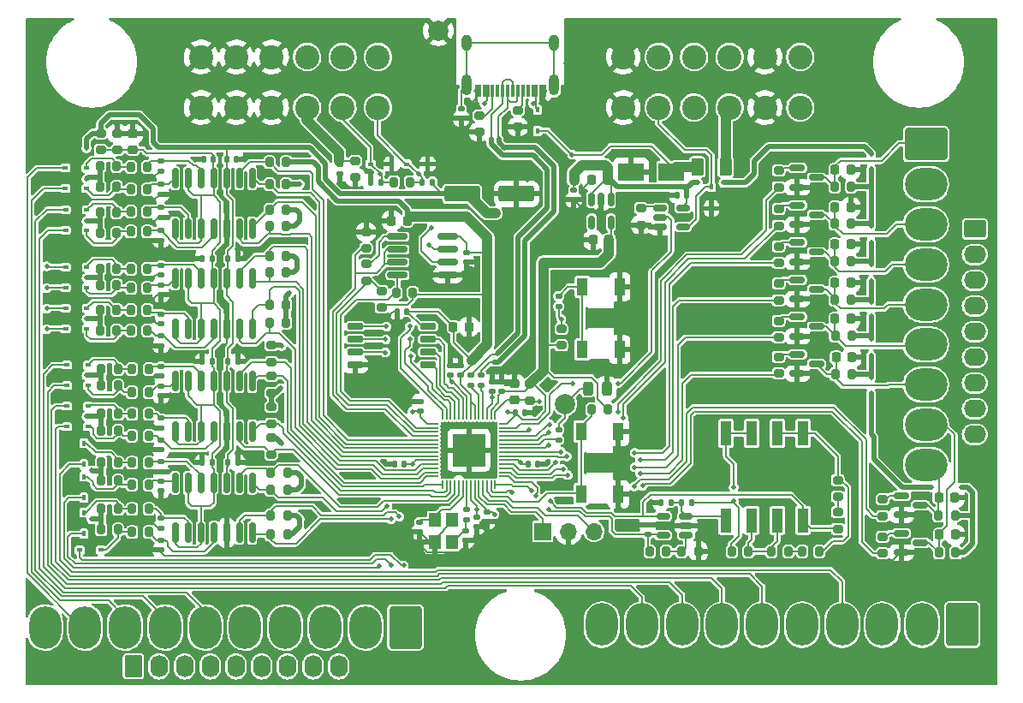
<source format=gtl>
%TF.GenerationSoftware,KiCad,Pcbnew,6.0.11+dfsg-1*%
%TF.CreationDate,2024-03-26T21:26:54+01:00*%
%TF.ProjectId,IO_16x8_matrix,494f5f31-3678-4385-9f6d-61747269782e,0.1.0*%
%TF.SameCoordinates,Original*%
%TF.FileFunction,Copper,L1,Top*%
%TF.FilePolarity,Positive*%
%FSLAX46Y46*%
G04 Gerber Fmt 4.6, Leading zero omitted, Abs format (unit mm)*
G04 Created by KiCad (PCBNEW 6.0.11+dfsg-1) date 2024-03-26 21:26:54*
%MOMM*%
%LPD*%
G01*
G04 APERTURE LIST*
G04 Aperture macros list*
%AMRoundRect*
0 Rectangle with rounded corners*
0 $1 Rounding radius*
0 $2 $3 $4 $5 $6 $7 $8 $9 X,Y pos of 4 corners*
0 Add a 4 corners polygon primitive as box body*
4,1,4,$2,$3,$4,$5,$6,$7,$8,$9,$2,$3,0*
0 Add four circle primitives for the rounded corners*
1,1,$1+$1,$2,$3*
1,1,$1+$1,$4,$5*
1,1,$1+$1,$6,$7*
1,1,$1+$1,$8,$9*
0 Add four rect primitives between the rounded corners*
20,1,$1+$1,$2,$3,$4,$5,0*
20,1,$1+$1,$4,$5,$6,$7,0*
20,1,$1+$1,$6,$7,$8,$9,0*
20,1,$1+$1,$8,$9,$2,$3,0*%
G04 Aperture macros list end*
%TA.AperFunction,SMDPad,CuDef*%
%ADD10RoundRect,0.140000X-0.140000X-0.170000X0.140000X-0.170000X0.140000X0.170000X-0.140000X0.170000X0*%
%TD*%
%TA.AperFunction,ComponentPad*%
%ADD11C,2.000000*%
%TD*%
%TA.AperFunction,SMDPad,CuDef*%
%ADD12RoundRect,0.140000X0.170000X-0.140000X0.170000X0.140000X-0.170000X0.140000X-0.170000X-0.140000X0*%
%TD*%
%TA.AperFunction,SMDPad,CuDef*%
%ADD13RoundRect,0.140000X-0.170000X0.140000X-0.170000X-0.140000X0.170000X-0.140000X0.170000X0.140000X0*%
%TD*%
%TA.AperFunction,ComponentPad*%
%ADD14C,2.400000*%
%TD*%
%TA.AperFunction,SMDPad,CuDef*%
%ADD15RoundRect,0.200000X0.200000X0.275000X-0.200000X0.275000X-0.200000X-0.275000X0.200000X-0.275000X0*%
%TD*%
%TA.AperFunction,SMDPad,CuDef*%
%ADD16RoundRect,0.200000X-0.275000X0.200000X-0.275000X-0.200000X0.275000X-0.200000X0.275000X0.200000X0*%
%TD*%
%TA.AperFunction,SMDPad,CuDef*%
%ADD17R,0.600000X0.450000*%
%TD*%
%TA.AperFunction,SMDPad,CuDef*%
%ADD18RoundRect,0.150000X-0.587500X-0.150000X0.587500X-0.150000X0.587500X0.150000X-0.587500X0.150000X0*%
%TD*%
%TA.AperFunction,SMDPad,CuDef*%
%ADD19RoundRect,0.150000X-0.512500X-0.150000X0.512500X-0.150000X0.512500X0.150000X-0.512500X0.150000X0*%
%TD*%
%TA.AperFunction,SMDPad,CuDef*%
%ADD20RoundRect,0.200000X0.275000X-0.200000X0.275000X0.200000X-0.275000X0.200000X-0.275000X-0.200000X0*%
%TD*%
%TA.AperFunction,SMDPad,CuDef*%
%ADD21RoundRect,0.140000X0.140000X0.170000X-0.140000X0.170000X-0.140000X-0.170000X0.140000X-0.170000X0*%
%TD*%
%TA.AperFunction,SMDPad,CuDef*%
%ADD22RoundRect,0.250000X-1.500000X-0.550000X1.500000X-0.550000X1.500000X0.550000X-1.500000X0.550000X0*%
%TD*%
%TA.AperFunction,SMDPad,CuDef*%
%ADD23RoundRect,0.225000X0.225000X0.250000X-0.225000X0.250000X-0.225000X-0.250000X0.225000X-0.250000X0*%
%TD*%
%TA.AperFunction,SMDPad,CuDef*%
%ADD24RoundRect,0.200000X-0.200000X-0.275000X0.200000X-0.275000X0.200000X0.275000X-0.200000X0.275000X0*%
%TD*%
%TA.AperFunction,SMDPad,CuDef*%
%ADD25RoundRect,0.150000X-0.150000X0.512500X-0.150000X-0.512500X0.150000X-0.512500X0.150000X0.512500X0*%
%TD*%
%TA.AperFunction,SMDPad,CuDef*%
%ADD26RoundRect,0.135000X0.185000X-0.135000X0.185000X0.135000X-0.185000X0.135000X-0.185000X-0.135000X0*%
%TD*%
%TA.AperFunction,SMDPad,CuDef*%
%ADD27RoundRect,0.225000X-0.225000X-0.250000X0.225000X-0.250000X0.225000X0.250000X-0.225000X0.250000X0*%
%TD*%
%TA.AperFunction,SMDPad,CuDef*%
%ADD28R,2.500000X1.800000*%
%TD*%
%TA.AperFunction,ComponentPad*%
%ADD29RoundRect,0.250000X-1.850000X1.330000X-1.850000X-1.330000X1.850000X-1.330000X1.850000X1.330000X0*%
%TD*%
%TA.AperFunction,ComponentPad*%
%ADD30O,4.200000X3.160000*%
%TD*%
%TA.AperFunction,SMDPad,CuDef*%
%ADD31RoundRect,0.225000X0.250000X-0.225000X0.250000X0.225000X-0.250000X0.225000X-0.250000X-0.225000X0*%
%TD*%
%TA.AperFunction,SMDPad,CuDef*%
%ADD32RoundRect,0.135000X0.135000X0.185000X-0.135000X0.185000X-0.135000X-0.185000X0.135000X-0.185000X0*%
%TD*%
%TA.AperFunction,SMDPad,CuDef*%
%ADD33RoundRect,0.243750X0.243750X0.456250X-0.243750X0.456250X-0.243750X-0.456250X0.243750X-0.456250X0*%
%TD*%
%TA.AperFunction,SMDPad,CuDef*%
%ADD34R,0.300000X1.150000*%
%TD*%
%TA.AperFunction,ComponentPad*%
%ADD35O,1.000000X2.100000*%
%TD*%
%TA.AperFunction,ComponentPad*%
%ADD36O,1.000000X1.600000*%
%TD*%
%TA.AperFunction,SMDPad,CuDef*%
%ADD37RoundRect,0.150000X-0.150000X0.825000X-0.150000X-0.825000X0.150000X-0.825000X0.150000X0.825000X0*%
%TD*%
%TA.AperFunction,SMDPad,CuDef*%
%ADD38RoundRect,0.150000X0.512500X0.150000X-0.512500X0.150000X-0.512500X-0.150000X0.512500X-0.150000X0*%
%TD*%
%TA.AperFunction,SMDPad,CuDef*%
%ADD39R,0.450000X0.600000*%
%TD*%
%TA.AperFunction,SMDPad,CuDef*%
%ADD40RoundRect,0.135000X-0.185000X0.135000X-0.185000X-0.135000X0.185000X-0.135000X0.185000X0.135000X0*%
%TD*%
%TA.AperFunction,ComponentPad*%
%ADD41R,1.700000X1.700000*%
%TD*%
%TA.AperFunction,ComponentPad*%
%ADD42O,1.700000X1.700000*%
%TD*%
%TA.AperFunction,SMDPad,CuDef*%
%ADD43RoundRect,0.135000X-0.135000X-0.185000X0.135000X-0.185000X0.135000X0.185000X-0.135000X0.185000X0*%
%TD*%
%TA.AperFunction,SMDPad,CuDef*%
%ADD44R,1.100000X1.800000*%
%TD*%
%TA.AperFunction,SMDPad,CuDef*%
%ADD45RoundRect,0.050000X-0.387500X-0.050000X0.387500X-0.050000X0.387500X0.050000X-0.387500X0.050000X0*%
%TD*%
%TA.AperFunction,SMDPad,CuDef*%
%ADD46RoundRect,0.050000X-0.050000X-0.387500X0.050000X-0.387500X0.050000X0.387500X-0.050000X0.387500X0*%
%TD*%
%TA.AperFunction,SMDPad,CuDef*%
%ADD47R,3.200000X3.200000*%
%TD*%
%TA.AperFunction,SMDPad,CuDef*%
%ADD48RoundRect,0.250000X-0.375000X-0.625000X0.375000X-0.625000X0.375000X0.625000X-0.375000X0.625000X0*%
%TD*%
%TA.AperFunction,SMDPad,CuDef*%
%ADD49RoundRect,0.150000X-0.825000X-0.150000X0.825000X-0.150000X0.825000X0.150000X-0.825000X0.150000X0*%
%TD*%
%TA.AperFunction,ComponentPad*%
%ADD50RoundRect,0.250000X1.330000X1.850000X-1.330000X1.850000X-1.330000X-1.850000X1.330000X-1.850000X0*%
%TD*%
%TA.AperFunction,ComponentPad*%
%ADD51O,3.160000X4.200000*%
%TD*%
%TA.AperFunction,ComponentPad*%
%ADD52RoundRect,0.250000X-0.620000X-0.845000X0.620000X-0.845000X0.620000X0.845000X-0.620000X0.845000X0*%
%TD*%
%TA.AperFunction,ComponentPad*%
%ADD53O,1.740000X2.190000*%
%TD*%
%TA.AperFunction,ComponentPad*%
%ADD54RoundRect,0.250000X-0.845000X0.620000X-0.845000X-0.620000X0.845000X-0.620000X0.845000X0.620000X0*%
%TD*%
%TA.AperFunction,ComponentPad*%
%ADD55O,2.190000X1.740000*%
%TD*%
%TA.AperFunction,SMDPad,CuDef*%
%ADD56R,1.120000X2.440000*%
%TD*%
%TA.AperFunction,SMDPad,CuDef*%
%ADD57R,1.200000X1.400000*%
%TD*%
%TA.AperFunction,SMDPad,CuDef*%
%ADD58RoundRect,0.150000X-0.650000X-0.150000X0.650000X-0.150000X0.650000X0.150000X-0.650000X0.150000X0*%
%TD*%
%TA.AperFunction,ViaPad*%
%ADD59C,0.500000*%
%TD*%
%TA.AperFunction,Conductor*%
%ADD60C,0.200000*%
%TD*%
%TA.AperFunction,Conductor*%
%ADD61C,1.000000*%
%TD*%
%TA.AperFunction,Conductor*%
%ADD62C,2.000000*%
%TD*%
%TA.AperFunction,Conductor*%
%ADD63C,0.500000*%
%TD*%
G04 APERTURE END LIST*
D10*
X151376900Y-89510200D03*
X152336900Y-89510200D03*
D11*
X142500000Y-46674000D03*
D12*
X145228900Y-97110200D03*
X145228900Y-96150200D03*
D13*
X155892500Y-62453000D03*
X155892500Y-63413000D03*
D14*
X178292000Y-54280000D03*
X178292000Y-49280000D03*
X174792000Y-49280000D03*
X174792000Y-54280000D03*
X171292000Y-49280000D03*
X171292000Y-54280000D03*
X167792000Y-54280000D03*
X167792000Y-49280000D03*
X164292000Y-54280000D03*
X164292000Y-49280000D03*
X160792000Y-54280000D03*
X160792000Y-49280000D03*
D15*
X113728000Y-72136000D03*
X112078000Y-72136000D03*
D16*
X150332900Y-54561200D03*
X150332900Y-56211200D03*
D17*
X135774900Y-59862200D03*
X137874900Y-59862200D03*
D18*
X178005500Y-60264000D03*
X178005500Y-62164000D03*
X179880500Y-61214000D03*
D19*
X164423900Y-64201000D03*
X164423900Y-65151000D03*
X164423900Y-66101000D03*
X166698900Y-66101000D03*
X166698900Y-64201000D03*
D20*
X154650900Y-77801200D03*
X154650900Y-76151200D03*
D13*
X115062000Y-84991000D03*
X115062000Y-85951000D03*
D21*
X120114000Y-79375000D03*
X119154000Y-79375000D03*
D22*
X144832900Y-62814200D03*
X150232900Y-62814200D03*
D10*
X121694000Y-89408000D03*
X122654000Y-89408000D03*
D12*
X143704900Y-80758200D03*
X143704900Y-79798200D03*
D23*
X159359900Y-67386200D03*
X157809900Y-67386200D03*
D20*
X176149000Y-65976000D03*
X176149000Y-64326000D03*
D15*
X113728000Y-66548000D03*
X112078000Y-66548000D03*
D24*
X109157000Y-96012000D03*
X110807000Y-96012000D03*
D13*
X115062000Y-64163000D03*
X115062000Y-65123000D03*
D25*
X159557300Y-63353100D03*
X158607300Y-63353100D03*
X157657300Y-63353100D03*
X157657300Y-65628100D03*
X159557300Y-65628100D03*
D15*
X127444000Y-68961000D03*
X125794000Y-68961000D03*
D20*
X181991000Y-92773000D03*
X181991000Y-91123000D03*
D10*
X121567000Y-59436000D03*
X122527000Y-59436000D03*
D26*
X145252900Y-95027200D03*
X145252900Y-94007200D03*
D24*
X175451000Y-98171000D03*
X177101000Y-98171000D03*
D27*
X181724000Y-64135000D03*
X183274000Y-64135000D03*
D13*
X115062000Y-87150000D03*
X115062000Y-88110000D03*
X144744900Y-54398200D03*
X144744900Y-55358200D03*
D20*
X176149000Y-80581000D03*
X176149000Y-78931000D03*
D15*
X113855000Y-93980000D03*
X112205000Y-93980000D03*
D16*
X125984000Y-83884000D03*
X125984000Y-85534000D03*
X134284900Y-59545200D03*
X134284900Y-61195200D03*
D21*
X120114000Y-89408000D03*
X119154000Y-89408000D03*
D13*
X145252900Y-68622200D03*
X145252900Y-69582200D03*
D18*
X178005500Y-63947000D03*
X178005500Y-65847000D03*
X179880500Y-64897000D03*
D27*
X181838000Y-78994000D03*
X183388000Y-78994000D03*
D28*
X165534900Y-60655200D03*
X161534900Y-60655200D03*
D29*
X190725000Y-57912000D03*
D30*
X190725000Y-61872000D03*
X190725000Y-65832000D03*
X190725000Y-69792000D03*
X190725000Y-73752000D03*
X190725000Y-77712000D03*
X190725000Y-81672000D03*
X190725000Y-85632000D03*
X190725000Y-89592000D03*
D13*
X115062000Y-61877000D03*
X115062000Y-62837000D03*
D31*
X150054900Y-83156200D03*
X150054900Y-81606200D03*
D17*
X139330900Y-59862200D03*
X141430900Y-59862200D03*
D15*
X183324000Y-69469000D03*
X181674000Y-69469000D03*
D32*
X165483000Y-93345000D03*
X164463000Y-93345000D03*
D17*
X105757000Y-81788000D03*
X107857000Y-81788000D03*
D20*
X176149000Y-69659000D03*
X176149000Y-68009000D03*
D13*
X132760900Y-59890200D03*
X132760900Y-60850200D03*
D33*
X159144400Y-82056200D03*
X157269400Y-82056200D03*
D24*
X109030000Y-66706500D03*
X110680000Y-66706500D03*
D34*
X152962000Y-52630000D03*
X152162000Y-52630000D03*
X150862000Y-52630000D03*
X149862000Y-52630000D03*
X149362000Y-52630000D03*
X148362000Y-52630000D03*
X147062000Y-52630000D03*
X146262000Y-52630000D03*
X146562000Y-52630000D03*
X147362000Y-52630000D03*
X147862000Y-52630000D03*
X148862000Y-52630000D03*
X150362000Y-52630000D03*
X151362000Y-52630000D03*
X151862000Y-52630000D03*
X152662000Y-52630000D03*
D35*
X145292000Y-52065000D03*
X153932000Y-52065000D03*
D36*
X145292000Y-47885000D03*
X153932000Y-47885000D03*
D37*
X124079000Y-81345000D03*
X122809000Y-81345000D03*
X121539000Y-81345000D03*
X120269000Y-81345000D03*
X118999000Y-81345000D03*
X117729000Y-81345000D03*
X116459000Y-81345000D03*
X116459000Y-86295000D03*
X117729000Y-86295000D03*
X118999000Y-86295000D03*
X120269000Y-86295000D03*
X121539000Y-86295000D03*
X122809000Y-86295000D03*
X124079000Y-86295000D03*
D13*
X115062000Y-71811000D03*
X115062000Y-72771000D03*
D17*
X105607000Y-60277500D03*
X107707000Y-60277500D03*
D23*
X139417900Y-65455800D03*
X137867900Y-65455800D03*
D24*
X157635900Y-84088200D03*
X159285900Y-84088200D03*
D38*
X166999500Y-96581000D03*
X166999500Y-95631000D03*
X166999500Y-94681000D03*
X164724500Y-94681000D03*
X164724500Y-96581000D03*
D20*
X186436000Y-94678000D03*
X186436000Y-93028000D03*
D15*
X127444000Y-61849000D03*
X125794000Y-61849000D03*
D37*
X124079000Y-61279000D03*
X122809000Y-61279000D03*
X121539000Y-61279000D03*
X120269000Y-61279000D03*
X118999000Y-61279000D03*
X117729000Y-61279000D03*
X116459000Y-61279000D03*
X116459000Y-66229000D03*
X117729000Y-66229000D03*
X118999000Y-66229000D03*
X120269000Y-66229000D03*
X121539000Y-66229000D03*
X122809000Y-66229000D03*
X124079000Y-66229000D03*
D16*
X125984000Y-86932000D03*
X125984000Y-88582000D03*
D15*
X113855000Y-89408000D03*
X112205000Y-89408000D03*
D16*
X125984000Y-77788000D03*
X125984000Y-79438000D03*
D27*
X192011000Y-92837000D03*
X193561000Y-92837000D03*
D21*
X167070900Y-62915800D03*
X166110900Y-62915800D03*
D20*
X176149000Y-62166000D03*
X176149000Y-60516000D03*
D15*
X183324000Y-73279000D03*
X181674000Y-73279000D03*
D13*
X115062000Y-79883000D03*
X115062000Y-80843000D03*
D39*
X107442000Y-96427000D03*
X107442000Y-94327000D03*
D27*
X181724000Y-67818000D03*
X183274000Y-67818000D03*
D24*
X109030000Y-70231000D03*
X110680000Y-70231000D03*
D40*
X154396900Y-72910200D03*
X154396900Y-73930200D03*
D12*
X163195000Y-96492000D03*
X163195000Y-95532000D03*
D18*
X188292500Y-92674400D03*
X188292500Y-94574400D03*
X190167500Y-93624400D03*
D15*
X127571000Y-92075000D03*
X125921000Y-92075000D03*
X113728000Y-74295000D03*
X112078000Y-74295000D03*
D24*
X166561000Y-98171000D03*
X168211000Y-98171000D03*
D15*
X113728000Y-60158500D03*
X112078000Y-60158500D03*
X127571000Y-90424000D03*
X125921000Y-90424000D03*
D24*
X163386000Y-98171000D03*
X165036000Y-98171000D03*
D15*
X127571000Y-94615000D03*
X125921000Y-94615000D03*
D17*
X105630000Y-74120000D03*
X107730000Y-74120000D03*
D15*
X139975900Y-72593200D03*
X138325900Y-72593200D03*
D41*
X152816100Y-96189800D03*
D42*
X155356100Y-96189800D03*
X157896100Y-96189800D03*
D15*
X113728000Y-70231000D03*
X112078000Y-70231000D03*
D32*
X136826900Y-61640200D03*
X135806900Y-61640200D03*
D15*
X113855000Y-91567000D03*
X112205000Y-91567000D03*
D24*
X109030000Y-76327000D03*
X110680000Y-76327000D03*
D27*
X192061800Y-96520000D03*
X193611800Y-96520000D03*
D15*
X139727900Y-61640200D03*
X138077900Y-61640200D03*
D16*
X135340900Y-66561200D03*
X135340900Y-68211200D03*
D15*
X113855000Y-84582000D03*
X112205000Y-84582000D03*
D27*
X181724000Y-60452000D03*
X183274000Y-60452000D03*
D13*
X115062000Y-59591000D03*
X115062000Y-60551000D03*
D15*
X127444000Y-73787000D03*
X125794000Y-73787000D03*
D43*
X166495000Y-93345000D03*
X167515000Y-93345000D03*
D44*
X160310900Y-86322200D03*
X160310900Y-92522200D03*
X156610900Y-86322200D03*
X156610900Y-92522200D03*
D27*
X181724000Y-71628000D03*
X183274000Y-71628000D03*
D15*
X113728000Y-76327000D03*
X112078000Y-76327000D03*
D45*
X142069400Y-85552200D03*
X142069400Y-85952200D03*
X142069400Y-86352200D03*
X142069400Y-86752200D03*
X142069400Y-87152200D03*
X142069400Y-87552200D03*
X142069400Y-87952200D03*
X142069400Y-88352200D03*
X142069400Y-88752200D03*
X142069400Y-89152200D03*
X142069400Y-89552200D03*
X142069400Y-89952200D03*
X142069400Y-90352200D03*
X142069400Y-90752200D03*
D46*
X142906900Y-91589700D03*
X143306900Y-91589700D03*
X143706900Y-91589700D03*
X144106900Y-91589700D03*
X144506900Y-91589700D03*
X144906900Y-91589700D03*
X145306900Y-91589700D03*
X145706900Y-91589700D03*
X146106900Y-91589700D03*
X146506900Y-91589700D03*
X146906900Y-91589700D03*
X147306900Y-91589700D03*
X147706900Y-91589700D03*
X148106900Y-91589700D03*
D45*
X148944400Y-90752200D03*
X148944400Y-90352200D03*
X148944400Y-89952200D03*
X148944400Y-89552200D03*
X148944400Y-89152200D03*
X148944400Y-88752200D03*
X148944400Y-88352200D03*
X148944400Y-87952200D03*
X148944400Y-87552200D03*
X148944400Y-87152200D03*
X148944400Y-86752200D03*
X148944400Y-86352200D03*
X148944400Y-85952200D03*
X148944400Y-85552200D03*
D46*
X148106900Y-84714700D03*
X147706900Y-84714700D03*
X147306900Y-84714700D03*
X146906900Y-84714700D03*
X146506900Y-84714700D03*
X146106900Y-84714700D03*
X145706900Y-84714700D03*
X145306900Y-84714700D03*
X144906900Y-84714700D03*
X144506900Y-84714700D03*
X144106900Y-84714700D03*
X143706900Y-84714700D03*
X143306900Y-84714700D03*
X142906900Y-84714700D03*
D47*
X145506900Y-88152200D03*
D13*
X115062000Y-89309000D03*
X115062000Y-90269000D03*
D15*
X193611000Y-94615000D03*
X191961000Y-94615000D03*
D48*
X168103900Y-60147200D03*
X170903900Y-60147200D03*
D20*
X136864900Y-74053200D03*
X136864900Y-72403200D03*
D15*
X113855000Y-86741000D03*
X112205000Y-86741000D03*
D24*
X109030000Y-74295000D03*
X110680000Y-74295000D03*
D23*
X159219900Y-61417200D03*
X157669900Y-61417200D03*
D16*
X162518900Y-64224400D03*
X162518900Y-65874400D03*
D40*
X146752900Y-80753200D03*
X146752900Y-81773200D03*
D20*
X176149000Y-73342000D03*
X176149000Y-71692000D03*
D15*
X127444000Y-59690000D03*
X125794000Y-59690000D03*
D18*
X178005500Y-78679000D03*
X178005500Y-80579000D03*
X179880500Y-79629000D03*
D49*
X138453900Y-67056000D03*
X138453900Y-68326000D03*
X138453900Y-69596000D03*
X138453900Y-70866000D03*
X143403900Y-70866000D03*
X143403900Y-69596000D03*
X143403900Y-68326000D03*
X143403900Y-67056000D03*
D15*
X127444000Y-75565000D03*
X125794000Y-75565000D03*
D37*
X124079000Y-91378000D03*
X122809000Y-91378000D03*
X121539000Y-91378000D03*
X120269000Y-91378000D03*
X118999000Y-91378000D03*
X117729000Y-91378000D03*
X116459000Y-91378000D03*
X116459000Y-96328000D03*
X117729000Y-96328000D03*
X118999000Y-96328000D03*
X120269000Y-96328000D03*
X121539000Y-96328000D03*
X122809000Y-96328000D03*
X124079000Y-96328000D03*
D15*
X173164000Y-98171000D03*
X171514000Y-98171000D03*
D17*
X105757000Y-79756000D03*
X107857000Y-79756000D03*
D24*
X109030000Y-64674500D03*
X110680000Y-64674500D03*
X109157000Y-84582000D03*
X110807000Y-84582000D03*
D13*
X115062000Y-69878000D03*
X115062000Y-70838000D03*
D17*
X105630000Y-64389000D03*
X107730000Y-64389000D03*
D15*
X113855000Y-80137000D03*
X112205000Y-80137000D03*
X183387000Y-76835000D03*
X181737000Y-76835000D03*
D13*
X147284900Y-94256200D03*
X147284900Y-95216200D03*
X115062000Y-66449000D03*
X115062000Y-67409000D03*
D24*
X109157000Y-86233000D03*
X110807000Y-86233000D03*
X109157000Y-80137000D03*
X110807000Y-80137000D03*
D18*
X178005500Y-71313000D03*
X178005500Y-73213000D03*
X179880500Y-72263000D03*
D15*
X183387000Y-80645000D03*
X181737000Y-80645000D03*
D24*
X109157000Y-93980000D03*
X110807000Y-93980000D03*
D17*
X105630000Y-70056000D03*
X107730000Y-70056000D03*
D27*
X143969900Y-75960200D03*
X145519900Y-75960200D03*
D24*
X109157000Y-81788000D03*
X110807000Y-81788000D03*
D15*
X193661800Y-98298000D03*
X192011800Y-98298000D03*
D14*
X136518000Y-54280000D03*
X136518000Y-49280000D03*
X133018000Y-54280000D03*
X133018000Y-49280000D03*
X129518000Y-54280000D03*
X129518000Y-49280000D03*
X126018000Y-54280000D03*
X126018000Y-49280000D03*
X122518000Y-49280000D03*
X122518000Y-54280000D03*
X119018000Y-49280000D03*
X119018000Y-54280000D03*
D17*
X107027000Y-98044000D03*
X109127000Y-98044000D03*
D13*
X115062000Y-91214000D03*
X115062000Y-92174000D03*
D20*
X125984000Y-82486000D03*
X125984000Y-80836000D03*
D44*
X160438900Y-72002200D03*
X160438900Y-78202200D03*
X156738900Y-78202200D03*
X156738900Y-72002200D03*
D50*
X194310000Y-105410000D03*
D51*
X190350000Y-105410000D03*
X186390000Y-105410000D03*
X182430000Y-105410000D03*
X178470000Y-105410000D03*
X174510000Y-105410000D03*
X170550000Y-105410000D03*
X166590000Y-105410000D03*
X162630000Y-105410000D03*
X158670000Y-105410000D03*
D37*
X124079000Y-71185000D03*
X122809000Y-71185000D03*
X121539000Y-71185000D03*
X120269000Y-71185000D03*
X118999000Y-71185000D03*
X117729000Y-71185000D03*
X116459000Y-71185000D03*
X116459000Y-76135000D03*
X117729000Y-76135000D03*
X118999000Y-76135000D03*
X120269000Y-76135000D03*
X121539000Y-76135000D03*
X122809000Y-76135000D03*
X124079000Y-76135000D03*
D21*
X139382900Y-74436200D03*
X138422900Y-74436200D03*
D18*
X178005500Y-74996000D03*
X178005500Y-76896000D03*
X179880500Y-75946000D03*
D24*
X178499000Y-98171000D03*
X180149000Y-98171000D03*
D16*
X109093000Y-56833000D03*
X109093000Y-58483000D03*
D18*
X178005500Y-67630000D03*
X178005500Y-69530000D03*
X179880500Y-68580000D03*
D17*
X105630000Y-66421000D03*
X107730000Y-66421000D03*
D20*
X186436000Y-98361000D03*
X186436000Y-96711000D03*
D13*
X115062000Y-81816000D03*
X115062000Y-82776000D03*
D15*
X127444000Y-70612000D03*
X125794000Y-70612000D03*
D40*
X145736900Y-80753200D03*
X145736900Y-81773200D03*
D39*
X152290900Y-56586200D03*
X152290900Y-54486200D03*
D21*
X120114000Y-69215000D03*
X119154000Y-69215000D03*
D17*
X105757000Y-85852000D03*
X107857000Y-85852000D03*
D15*
X113855000Y-82423000D03*
X112205000Y-82423000D03*
D52*
X112336800Y-109535000D03*
D53*
X114876800Y-109535000D03*
X117416800Y-109535000D03*
X119956800Y-109535000D03*
X122496800Y-109535000D03*
X125036800Y-109535000D03*
X127576800Y-109535000D03*
X130116800Y-109535000D03*
X132656800Y-109535000D03*
D12*
X147782900Y-82378200D03*
X147782900Y-81418200D03*
X144720900Y-80758200D03*
X144720900Y-79798200D03*
D13*
X115062000Y-94897000D03*
X115062000Y-95857000D03*
D18*
X188292500Y-96362200D03*
X188292500Y-98262200D03*
X190167500Y-97312200D03*
D16*
X151578900Y-81581200D03*
X151578900Y-83231200D03*
D10*
X150082900Y-84446200D03*
X151042900Y-84446200D03*
D15*
X127444000Y-64389000D03*
X125794000Y-64389000D03*
X183324000Y-65786000D03*
X181674000Y-65786000D03*
D31*
X112268000Y-58433000D03*
X112268000Y-56883000D03*
D54*
X195560000Y-66294000D03*
D55*
X195560000Y-68834000D03*
X195560000Y-71374000D03*
X195560000Y-73914000D03*
X195560000Y-76454000D03*
X195560000Y-78994000D03*
X195560000Y-81534000D03*
X195560000Y-84074000D03*
X195560000Y-86614000D03*
D15*
X113728000Y-64579000D03*
X112078000Y-64579000D03*
D17*
X105607000Y-62309500D03*
X107707000Y-62309500D03*
D24*
X109030000Y-62134500D03*
X110680000Y-62134500D03*
D16*
X135340900Y-69761600D03*
X135340900Y-71411600D03*
D15*
X113855000Y-96266000D03*
X112205000Y-96266000D03*
X127571000Y-96520000D03*
X125921000Y-96520000D03*
D24*
X109030000Y-71882000D03*
X110680000Y-71882000D03*
D50*
X139232000Y-105693000D03*
D51*
X135272000Y-105693000D03*
X131312000Y-105693000D03*
X127352000Y-105693000D03*
X123392000Y-105693000D03*
X119432000Y-105693000D03*
X115472000Y-105693000D03*
X111512000Y-105693000D03*
X107552000Y-105693000D03*
X103592000Y-105693000D03*
D26*
X154390900Y-87138200D03*
X154390900Y-86118200D03*
D24*
X109157000Y-89408000D03*
X110807000Y-89408000D03*
D21*
X120241000Y-59436000D03*
X119281000Y-59436000D03*
D13*
X146268900Y-94784200D03*
X146268900Y-95744200D03*
D56*
X170942000Y-95110000D03*
X173482000Y-95110000D03*
X176022000Y-95110000D03*
X178562000Y-95110000D03*
X178562000Y-86500000D03*
X176022000Y-86500000D03*
X173482000Y-86500000D03*
X170942000Y-86500000D03*
D15*
X113728000Y-62388500D03*
X112078000Y-62388500D03*
D10*
X121694000Y-69215000D03*
X122654000Y-69215000D03*
D20*
X110744000Y-58483000D03*
X110744000Y-56833000D03*
D39*
X169503900Y-62145200D03*
X169503900Y-64245200D03*
D12*
X140656900Y-96224200D03*
X140656900Y-95264200D03*
D20*
X176149000Y-77025000D03*
X176149000Y-75375000D03*
D32*
X141906900Y-61640200D03*
X140886900Y-61640200D03*
D16*
X146522900Y-55069200D03*
X146522900Y-56719200D03*
D15*
X183324000Y-62103000D03*
X181674000Y-62103000D03*
D10*
X121694000Y-79375000D03*
X122654000Y-79375000D03*
D17*
X105630000Y-76152000D03*
X107730000Y-76152000D03*
D11*
X155031900Y-83580200D03*
D13*
X115062000Y-74704000D03*
X115062000Y-75664000D03*
D57*
X143856900Y-97253200D03*
X143856900Y-95053200D03*
X142156900Y-95053200D03*
X142156900Y-97253200D03*
D17*
X105757000Y-83820000D03*
X107857000Y-83820000D03*
D12*
X148784900Y-82378200D03*
X148784900Y-81418200D03*
D21*
X139136900Y-89549200D03*
X138176900Y-89549200D03*
D13*
X115062000Y-97056000D03*
X115062000Y-98016000D03*
D24*
X109157000Y-91186000D03*
X110807000Y-91186000D03*
D58*
X134262900Y-75929200D03*
X134262900Y-77199200D03*
X134262900Y-78469200D03*
X134262900Y-79739200D03*
X141462900Y-79739200D03*
X141462900Y-78469200D03*
X141462900Y-77199200D03*
X141462900Y-75929200D03*
D12*
X140680900Y-84314200D03*
X140680900Y-83354200D03*
D15*
X127444000Y-66040000D03*
X125794000Y-66040000D03*
D17*
X105630000Y-72088000D03*
X107730000Y-72088000D03*
D27*
X181724000Y-75184000D03*
X183274000Y-75184000D03*
D24*
X109030000Y-60102500D03*
X110680000Y-60102500D03*
D20*
X181991000Y-95948000D03*
X181991000Y-94298000D03*
D13*
X115062000Y-76863000D03*
X115062000Y-77823000D03*
D39*
X107442000Y-89569000D03*
X107442000Y-87469000D03*
X107442000Y-92871000D03*
X107442000Y-90771000D03*
D59*
X113411000Y-57531000D03*
X136306100Y-75107800D03*
X188214000Y-101600000D03*
X151729900Y-77738200D03*
X131784900Y-73482200D03*
X127127000Y-88900000D03*
X114300000Y-75311000D03*
X196392800Y-46228000D03*
X168148000Y-85217000D03*
X106680000Y-80645000D03*
X179578000Y-81407000D03*
X104267000Y-58801000D03*
X177292000Y-97028000D03*
X137886900Y-86120200D03*
X162518900Y-78206600D03*
X137576100Y-74853800D03*
X106680000Y-61341000D03*
X136017000Y-97790000D03*
X133223000Y-93218000D03*
X163068000Y-82677000D03*
X151292100Y-59969400D03*
X153126900Y-89422200D03*
X195326000Y-89662000D03*
X139918900Y-96280200D03*
X186436000Y-57277000D03*
X186309000Y-91821000D03*
X176530000Y-101727000D03*
X144078500Y-72212200D03*
X156041900Y-65100200D03*
X174117000Y-77851000D03*
X115062000Y-68199000D03*
X129794000Y-91694000D03*
X163661900Y-59004200D03*
X150332900Y-57291200D03*
X117475000Y-103759000D03*
X136870900Y-85104200D03*
X174117000Y-65024000D03*
X172018065Y-67358507D03*
X160528000Y-82423000D03*
X184404000Y-60452000D03*
X106680000Y-55626000D03*
X114560000Y-45912000D03*
X162687000Y-74930000D03*
X171323000Y-83058000D03*
X160274000Y-99314000D03*
X116713000Y-57150000D03*
X120523000Y-57150000D03*
X167598900Y-57632600D03*
X189738000Y-95123000D03*
X160655000Y-102489000D03*
X165058900Y-58115200D03*
X153679700Y-81610200D03*
X135092900Y-82564200D03*
X124079000Y-98171000D03*
X133054900Y-67832200D03*
X171958000Y-70358000D03*
X148681900Y-73420200D03*
X155194000Y-91694000D03*
X154396900Y-71134200D03*
X136153700Y-93218000D03*
X108458000Y-97155000D03*
X113411000Y-103759000D03*
X120904000Y-78359000D03*
X147919900Y-88152200D03*
X184277000Y-75184000D03*
X143093900Y-90565200D03*
X174625000Y-97028000D03*
X106680000Y-58547000D03*
X156549900Y-66243200D03*
X179832000Y-99314000D03*
X160401000Y-93980000D03*
X195453000Y-98679000D03*
X192151000Y-101473000D03*
X140522500Y-73533000D03*
X114173000Y-83566000D03*
X153933700Y-78867000D03*
X109855000Y-65659000D03*
X108458000Y-55118000D03*
X108585000Y-68326000D03*
X103759000Y-53467000D03*
X125095000Y-84709000D03*
X159458191Y-97271393D03*
X167386000Y-91313000D03*
X180467000Y-101727000D03*
X168783000Y-102108000D03*
X177546000Y-83185000D03*
X179578000Y-62738000D03*
X143468900Y-58140600D03*
X177165000Y-93472000D03*
X157845300Y-80340200D03*
X169011027Y-76356080D03*
X133731000Y-98298000D03*
X150241000Y-96266000D03*
X151862100Y-84342200D03*
X160401000Y-95631000D03*
X156981700Y-83235800D03*
X145506900Y-85739200D03*
X114173000Y-81280000D03*
X173355000Y-72517000D03*
X147792900Y-80659200D03*
X174498000Y-70739000D03*
X112268000Y-53721000D03*
X108839000Y-77978000D03*
X123444000Y-68707000D03*
X106553000Y-93599000D03*
X125222000Y-63119000D03*
X154009900Y-66751200D03*
X135509000Y-96012000D03*
X162052000Y-95504000D03*
X104648000Y-67818000D03*
X118491000Y-59436000D03*
X179578000Y-66548000D03*
X109982000Y-85344000D03*
X102489000Y-108839000D03*
X147320000Y-99314000D03*
X195580000Y-64008000D03*
X174879000Y-61214000D03*
X165008100Y-62915800D03*
X196088000Y-101092000D03*
X135658300Y-90627200D03*
X151348900Y-79897200D03*
X134880000Y-45912000D03*
X162179000Y-98044000D03*
X132927900Y-65989200D03*
X196392800Y-57454800D03*
X179578000Y-77470000D03*
X110490000Y-55753000D03*
X179324000Y-91567000D03*
X169545000Y-86512400D03*
X148808900Y-80278200D03*
X161925000Y-93345000D03*
X184404000Y-64135000D03*
X109855000Y-61087000D03*
X133822900Y-86120200D03*
X133822900Y-81294200D03*
X147066000Y-95885000D03*
X167640000Y-83058000D03*
X156168900Y-97967800D03*
X136108900Y-86120200D03*
X120904000Y-88646000D03*
X190627000Y-55118000D03*
X106680000Y-68199000D03*
X184302400Y-46177200D03*
X139573000Y-95123000D03*
X110871000Y-63373000D03*
X104140000Y-65405000D03*
X156425900Y-68345200D03*
X109982000Y-94996000D03*
X140081000Y-108839000D03*
X139791900Y-82056200D03*
X180340000Y-56388000D03*
X148808900Y-66308200D03*
X146558000Y-58166000D03*
X172424900Y-57581800D03*
X186309000Y-53848000D03*
X110363000Y-110490000D03*
X155356100Y-86944200D03*
X166370000Y-68453000D03*
X179578000Y-73914000D03*
X153781300Y-97967800D03*
X145506900Y-90565200D03*
X179832000Y-96901000D03*
X141741700Y-53467000D03*
X160486900Y-69875400D03*
X124587000Y-57150000D03*
X183896000Y-56388000D03*
X106680000Y-86868000D03*
X143093900Y-88152200D03*
X125349000Y-103378000D03*
X170434000Y-99314000D03*
X148844000Y-94234000D03*
X196215000Y-96774000D03*
X190627000Y-99441000D03*
X124968000Y-93345000D03*
X173228000Y-99314000D03*
X154898900Y-68148200D03*
X126111000Y-67437000D03*
X114300000Y-65659000D03*
X145760900Y-70245200D03*
X109093000Y-92583000D03*
X136743900Y-65546200D03*
X114046000Y-98044000D03*
X135848900Y-73837800D03*
X154178000Y-99314000D03*
X104013000Y-77978000D03*
X151292100Y-61442600D03*
X161807700Y-84353400D03*
X142859300Y-60172600D03*
X168056100Y-75158600D03*
X129800000Y-45912000D03*
X106680000Y-82804000D03*
X183388000Y-98171000D03*
X169672000Y-67818000D03*
X123317000Y-59182000D03*
X134112000Y-110617000D03*
X161147300Y-57378600D03*
X196215000Y-91313000D03*
X151850900Y-60579000D03*
X158242000Y-51562000D03*
X164398500Y-81254600D03*
X124333000Y-89408000D03*
X163068000Y-99314000D03*
X183388000Y-83312000D03*
X114300000Y-61214000D03*
X106680000Y-71120000D03*
X149098000Y-97536000D03*
X160782000Y-45912000D03*
X108331000Y-109982000D03*
X119640000Y-45912000D03*
X153924000Y-91821000D03*
X114173000Y-88138000D03*
X114046000Y-95123000D03*
X139827000Y-48260000D03*
X173228000Y-76327000D03*
X155711700Y-57073800D03*
X196088000Y-93675200D03*
X133054900Y-69418200D03*
X114173000Y-85725000D03*
X114046000Y-92837000D03*
X182372000Y-99314000D03*
X138303000Y-95631000D03*
X143728900Y-78246200D03*
X114236500Y-71183500D03*
X105156000Y-84963000D03*
X184404000Y-67818000D03*
X184302400Y-50190400D03*
X168148000Y-95631000D03*
X137668000Y-97790000D03*
X147919900Y-90565200D03*
X195072000Y-58801000D03*
X110617000Y-73152000D03*
X123444000Y-88773000D03*
X180340000Y-49530000D03*
X163738100Y-68249800D03*
X142706900Y-73634600D03*
X162417300Y-67386200D03*
X176657000Y-56388000D03*
X137505900Y-89549200D03*
X124720000Y-45912000D03*
X163576000Y-93345000D03*
X109982000Y-80899000D03*
X162772900Y-72212200D03*
X110998000Y-54229000D03*
X184023000Y-85344000D03*
X164719000Y-70231000D03*
X136525000Y-109855000D03*
X139664900Y-83326200D03*
X109855000Y-70993000D03*
X157353000Y-99314000D03*
X142240000Y-103124000D03*
X145760900Y-77230200D03*
X153273300Y-57531000D03*
X169545000Y-96012000D03*
X183642000Y-94615000D03*
X105537000Y-88519000D03*
X123444000Y-78740000D03*
X174498000Y-68707000D03*
X139960000Y-45912000D03*
X160486900Y-59004200D03*
X138303000Y-96647000D03*
X153380900Y-53862200D03*
X110236000Y-108458000D03*
X106657000Y-63373000D03*
X106680000Y-75184000D03*
X142240000Y-50647600D03*
X164398500Y-84404200D03*
X154644900Y-58851800D03*
X133822900Y-68086200D03*
X186690000Y-99314000D03*
X169291000Y-98171000D03*
X183896000Y-101981000D03*
X179578000Y-70231000D03*
X185166000Y-95758000D03*
X196392800Y-54152800D03*
X106680000Y-73025000D03*
X125222000Y-60833000D03*
X147919900Y-85739200D03*
X164592000Y-102362000D03*
X170688000Y-77724000D03*
X180721000Y-83185000D03*
X121539000Y-98044000D03*
X109855000Y-75311000D03*
X146141900Y-73547200D03*
X133314900Y-71642200D03*
X157743700Y-57581800D03*
X110871000Y-98044000D03*
X162645900Y-59004200D03*
X109982000Y-90297000D03*
X111506000Y-78994000D03*
X194564000Y-92837000D03*
X133060900Y-61863200D03*
X148971000Y-71120000D03*
X184404000Y-78994000D03*
X163687300Y-57429400D03*
X169122900Y-66116200D03*
X129413000Y-61214000D03*
X168106900Y-81864200D03*
X139918900Y-57926200D03*
X161096500Y-63474600D03*
X133245300Y-90627200D03*
X148681900Y-68086200D03*
X143129000Y-99314000D03*
X175006000Y-88773000D03*
X143764000Y-53721000D03*
X161807700Y-86385400D03*
X180340000Y-52578000D03*
X131191000Y-93853000D03*
X128143000Y-76835000D03*
X114427000Y-50292000D03*
X115062000Y-92964000D03*
X142839900Y-76468200D03*
X155829000Y-102997000D03*
X112268000Y-55753000D03*
X156473700Y-84658200D03*
X102616000Y-102489000D03*
X109474000Y-103759000D03*
X169128900Y-57291200D03*
X154035300Y-84861400D03*
X168148000Y-88265000D03*
X155194000Y-93091000D03*
X159095900Y-80405200D03*
X179959000Y-59055000D03*
X147955000Y-95250000D03*
X182372000Y-87249000D03*
X134274100Y-57886600D03*
X170815000Y-80010000D03*
X162823700Y-87350600D03*
X163068000Y-79883000D03*
X133060900Y-84850200D03*
X174117000Y-81534000D03*
X168021000Y-70485000D03*
X174244000Y-74295000D03*
X134457900Y-74436200D03*
X143093900Y-85739200D03*
X114300000Y-63500000D03*
X111506000Y-77343000D03*
X155067000Y-49911000D03*
X180340000Y-94869000D03*
X142367000Y-106172000D03*
X152155700Y-61442600D03*
X144617900Y-79008200D03*
X106680000Y-97028000D03*
X170369837Y-72483471D03*
X165862000Y-45912000D03*
X152237900Y-68340200D03*
X186543988Y-88678858D03*
X141944900Y-72212200D03*
X176530000Y-58928000D03*
X131572000Y-96012000D03*
X139446000Y-98171000D03*
X120904000Y-68453000D03*
X145641901Y-53997201D03*
X144744900Y-56148200D03*
X167446500Y-78917800D03*
X103124000Y-61341000D03*
X174244000Y-91440000D03*
X114427000Y-54356000D03*
X108966000Y-87630000D03*
X105664000Y-108839000D03*
X145252900Y-97931200D03*
X180340000Y-46039000D03*
X129794000Y-94996000D03*
X106045000Y-91694000D03*
X150258900Y-79276200D03*
X174117000Y-83058000D03*
X114173000Y-73279000D03*
X174752000Y-93472000D03*
X145034000Y-102997000D03*
X172466000Y-101854000D03*
X189865000Y-98806000D03*
X193929000Y-55626000D03*
X167005000Y-67183000D03*
X104394000Y-56642000D03*
X176276000Y-99314000D03*
X186436000Y-83312000D03*
X129921000Y-63627000D03*
X106680000Y-77978000D03*
X104521000Y-80772000D03*
X172841229Y-90162399D03*
X126873000Y-98298000D03*
X129286000Y-67437000D03*
X167640000Y-99314000D03*
X167141700Y-72466200D03*
X118237000Y-69088000D03*
X130556000Y-98298000D03*
X103378000Y-63627000D03*
X164398500Y-87350600D03*
X154813000Y-53848000D03*
X184404000Y-71628000D03*
X195580000Y-61595000D03*
X183515000Y-90678000D03*
X150622000Y-99314000D03*
X104775000Y-82677000D03*
X144484900Y-74055200D03*
X118237000Y-79248000D03*
X150078900Y-80659200D03*
X169799000Y-91440000D03*
X194564000Y-96520000D03*
X114173000Y-90424000D03*
X174117000Y-80010000D03*
X129413000Y-103378000D03*
X135848900Y-57277000D03*
X179832000Y-88773000D03*
X115062000Y-78613000D03*
X148681900Y-76214200D03*
X134330900Y-65546200D03*
X183769000Y-58928000D03*
X170180000Y-89027000D03*
X159004000Y-93726000D03*
X161147300Y-66421000D03*
X155962000Y-45912000D03*
X138394900Y-81294200D03*
X118237000Y-88900000D03*
X140716000Y-99314000D03*
X171459700Y-63017400D03*
X128838500Y-57150000D03*
X106680000Y-65405000D03*
X146586400Y-78436700D03*
X152872900Y-69610200D03*
X128778000Y-65151000D03*
X127762000Y-72644000D03*
X139918900Y-84342200D03*
X128524000Y-69723000D03*
X147348400Y-70816700D03*
X145760900Y-79262200D03*
X147348400Y-69038700D03*
X128778000Y-61849000D03*
X146268900Y-93994200D03*
X149316900Y-84342200D03*
X127000000Y-77851000D03*
X147348400Y-67133700D03*
X128778000Y-94996000D03*
X139918900Y-89549200D03*
X126873000Y-82042000D03*
X150586900Y-89341200D03*
X128778000Y-59690000D03*
X127000000Y-87503000D03*
X128905000Y-91186000D03*
X153888900Y-69610200D03*
X143873400Y-81403700D03*
X147782900Y-82955200D03*
X148046900Y-94502200D03*
X152491900Y-83326200D03*
X153385607Y-93993503D03*
X170688000Y-61722000D03*
X185293000Y-82550000D03*
X155917900Y-61612200D03*
X185293000Y-73533000D03*
X185293000Y-78777500D03*
X107696000Y-58293000D03*
X185293000Y-67601500D03*
X185293000Y-60362500D03*
X185293000Y-81026000D03*
X108204000Y-94996000D03*
X191262000Y-91821000D03*
X107696000Y-80772000D03*
X185293000Y-77216000D03*
X107696000Y-71120000D03*
X194183000Y-91821000D03*
X148167900Y-64719200D03*
X107696000Y-61341000D03*
X185293000Y-71411500D03*
X107696000Y-75184000D03*
X107696000Y-84836000D03*
X185293000Y-69850000D03*
X185293000Y-74930000D03*
X185293000Y-58928000D03*
X155722900Y-58942200D03*
X147278900Y-64719200D03*
X168148000Y-61722000D03*
X185293000Y-66040000D03*
X108204000Y-90170000D03*
X107696000Y-65532000D03*
X155917900Y-60723200D03*
X141823900Y-66181200D03*
X140553900Y-60847200D03*
X136743900Y-60847200D03*
X141569900Y-67832200D03*
X147030900Y-53862200D03*
X151856900Y-53862200D03*
X154650900Y-75198200D03*
X139664900Y-75929200D03*
X137347900Y-75929200D03*
X139664900Y-77199200D03*
X137282900Y-77199200D03*
X137251900Y-78500200D03*
X139767900Y-78857200D03*
X160238900Y-81548200D03*
X155773700Y-81548200D03*
X153543000Y-93218000D03*
X151495300Y-86161968D03*
X171704000Y-93218000D03*
X171704000Y-91821000D03*
X103759000Y-69977000D03*
X103759000Y-72136000D03*
X103759000Y-74168000D03*
X103759000Y-76200000D03*
X136659402Y-99606400D03*
X137844966Y-99503035D03*
X139065000Y-99568000D03*
X153507900Y-85612200D03*
X160238900Y-84342200D03*
X160807368Y-84926332D03*
X153401628Y-86416550D03*
X161909300Y-88417400D03*
X153380900Y-87644200D03*
X154612050Y-88318050D03*
X162468100Y-89128600D03*
X161909300Y-89839800D03*
X155194000Y-88773000D03*
X162468100Y-90449400D03*
X154051000Y-89408000D03*
X162687000Y-91694000D03*
X154813000Y-90043000D03*
X161868442Y-91750558D03*
X155295616Y-90623000D03*
X149733000Y-92329000D03*
X137414000Y-93726000D03*
X137795000Y-94996000D03*
X151698500Y-92125800D03*
X152171389Y-92702805D03*
X138634223Y-94725277D03*
D60*
X132679900Y-59809200D02*
X132760900Y-59890200D01*
X132711900Y-59545200D02*
X132679900Y-59577200D01*
X134284900Y-59545200D02*
X132711900Y-59545200D01*
D61*
X129476900Y-54356200D02*
X129476900Y-55485200D01*
D60*
X132679900Y-59577200D02*
X132679900Y-59809200D01*
D61*
X132679900Y-58688200D02*
X132679900Y-59577200D01*
X129476900Y-55485200D02*
X132679900Y-58688200D01*
D60*
X156552900Y-63392200D02*
X155915300Y-63392200D01*
X121539000Y-77597000D02*
X120904000Y-78232000D01*
X158610900Y-64001200D02*
X158121500Y-64490600D01*
X141653900Y-97253200D02*
X142156900Y-97253200D01*
X121539000Y-87687686D02*
X120904000Y-88322686D01*
X137993700Y-74436200D02*
X138422900Y-74436200D01*
X142966900Y-96026200D02*
X142966900Y-96153200D01*
X115062000Y-62837000D02*
X114963000Y-62837000D01*
X137777500Y-65546200D02*
X136743900Y-65546200D01*
X156806900Y-62280200D02*
X156806900Y-63138200D01*
X129178000Y-60979000D02*
X125368000Y-60979000D01*
X139974900Y-96224200D02*
X139918900Y-96280200D01*
X143856900Y-95136200D02*
X142966900Y-96026200D01*
X146220900Y-53418202D02*
X145641901Y-53997201D01*
D62*
X160792000Y-47934000D02*
X160792000Y-49280000D01*
D60*
X120904000Y-68453000D02*
X120904000Y-73406000D01*
X106680000Y-82804000D02*
X107061000Y-83185000D01*
X106680000Y-68199000D02*
X115062000Y-68199000D01*
X115062000Y-95857000D02*
X114780000Y-95857000D01*
X114780000Y-95857000D02*
X114046000Y-95123000D01*
X113792000Y-78613000D02*
X115062000Y-78613000D01*
X162624700Y-65980200D02*
X162518900Y-65874400D01*
X107765314Y-93599000D02*
X108559315Y-92805000D01*
X129286000Y-67437000D02*
X126111000Y-67437000D01*
X155915300Y-63390200D02*
X155892500Y-63413000D01*
D62*
X162306000Y-46420000D02*
X160792000Y-47934000D01*
D60*
X114173000Y-63373000D02*
X114300000Y-63500000D01*
X145252900Y-97134200D02*
X145228900Y-97110200D01*
X131784900Y-73482200D02*
X131644900Y-73622200D01*
X144744900Y-55358200D02*
X144744900Y-56148200D01*
X138387900Y-78761200D02*
X137378900Y-79770200D01*
X143704900Y-79798200D02*
X143704900Y-78270200D01*
X164084000Y-78867000D02*
X163068000Y-79883000D01*
X106680000Y-86868000D02*
X107823000Y-86868000D01*
X115062000Y-98016000D02*
X115062000Y-98298000D01*
X150054900Y-81631200D02*
X150054900Y-80683200D01*
X138387900Y-74471200D02*
X138387900Y-78761200D01*
X121539000Y-67564000D02*
X121539000Y-66229000D01*
X121539000Y-84201000D02*
X121539000Y-86295000D01*
X137378900Y-79770200D02*
X134293900Y-79770200D01*
X121539000Y-67564000D02*
X120904000Y-68199000D01*
X115062000Y-75664000D02*
X114653000Y-75664000D01*
X164437400Y-65980200D02*
X162624700Y-65980200D01*
X162230800Y-99111800D02*
X161086800Y-97967800D01*
X137867900Y-65455800D02*
X137777500Y-65546200D01*
X114582000Y-70838000D02*
X115062000Y-70838000D01*
X146220900Y-52706200D02*
X146220900Y-53418202D01*
D62*
X174792000Y-49280000D02*
X174792000Y-47222000D01*
D60*
X150332900Y-56211200D02*
X150332900Y-57291200D01*
X156968100Y-64490600D02*
X155892500Y-63415000D01*
X156806900Y-63138200D02*
X156552900Y-63392200D01*
X157669900Y-61417200D02*
X156806900Y-62280200D01*
X145749900Y-75971200D02*
X145749900Y-77326200D01*
X129921000Y-63627000D02*
X129508000Y-63214000D01*
D62*
X174792000Y-47222000D02*
X173990000Y-46420000D01*
D60*
X110490000Y-87630000D02*
X110998000Y-88138000D01*
X120986000Y-98597000D02*
X121539000Y-98044000D01*
X114963000Y-60551000D02*
X114300000Y-61214000D01*
X158610900Y-63181700D02*
X158610900Y-64001200D01*
X122654000Y-69215000D02*
X122936000Y-69215000D01*
X114836000Y-65123000D02*
X114300000Y-65659000D01*
X145252900Y-69737200D02*
X145760900Y-70245200D01*
X147941200Y-95236200D02*
X147955000Y-95250000D01*
X114014000Y-92805000D02*
X114046000Y-92837000D01*
X166370000Y-68580000D02*
X166370000Y-68453000D01*
X120904000Y-93726000D02*
X121539000Y-94361000D01*
X143520958Y-93613200D02*
X144506900Y-92627258D01*
X139918900Y-96865900D02*
X141351000Y-98298000D01*
X140656900Y-96256200D02*
X141653900Y-97253200D01*
D62*
X173990000Y-46420000D02*
X162306000Y-46420000D01*
D60*
X123063000Y-59436000D02*
X123317000Y-59182000D01*
X114681000Y-72771000D02*
X114173000Y-73279000D01*
X129508000Y-63214000D02*
X125317000Y-63214000D01*
X121539000Y-94361000D02*
X121539000Y-96328000D01*
X188236700Y-98262200D02*
X187387100Y-99111800D01*
X145252900Y-97931200D02*
X145252900Y-97134200D01*
X144506900Y-92627258D02*
X144506900Y-91589700D01*
X121539000Y-98044000D02*
X121539000Y-96328000D01*
X131644900Y-73622200D02*
X131644900Y-83434200D01*
X160310900Y-86322200D02*
X160310900Y-92522200D01*
X140656900Y-96224200D02*
X139974900Y-96224200D01*
X146925200Y-95744200D02*
X147066000Y-95885000D01*
X126848107Y-88900000D02*
X126340107Y-89408000D01*
X163068000Y-79883000D02*
X160528000Y-82423000D01*
X153451100Y-98298000D02*
X153781300Y-97967800D01*
X143704900Y-78270200D02*
X143728900Y-78246200D01*
X139664900Y-83326200D02*
X139692900Y-83354200D01*
X143856900Y-95053200D02*
X143856900Y-95136200D01*
X120904000Y-83566000D02*
X121539000Y-84201000D01*
X152920900Y-53402200D02*
X153380900Y-53862200D01*
X113157000Y-77978000D02*
X113792000Y-78613000D01*
X164084000Y-70866000D02*
X164084000Y-78867000D01*
X139573000Y-95123000D02*
X141082800Y-93613200D01*
X131191000Y-93853000D02*
X130664000Y-93326000D01*
X106775000Y-73120000D02*
X106680000Y-73025000D01*
X137505900Y-89549200D02*
X138196900Y-89549200D01*
X115062000Y-65123000D02*
X114836000Y-65123000D01*
X114014000Y-73120000D02*
X106775000Y-73120000D01*
X120904000Y-78232000D02*
X120904000Y-83566000D01*
X111379000Y-83185000D02*
X111760000Y-83566000D01*
X137576100Y-74853800D02*
X137993700Y-74436200D01*
X141082800Y-93613200D02*
X143520958Y-93613200D01*
X108585000Y-87630000D02*
X108966000Y-87630000D01*
X153038900Y-89510200D02*
X153126900Y-89422200D01*
X164719000Y-70231000D02*
X166370000Y-68580000D01*
X150054900Y-80683200D02*
X150078900Y-80659200D01*
X106553000Y-93599000D02*
X107765314Y-93599000D01*
X106680000Y-77978000D02*
X113157000Y-77978000D01*
X152920900Y-52706200D02*
X152920900Y-53402200D01*
X161086800Y-97967800D02*
X153781300Y-97967800D01*
X114963000Y-62837000D02*
X114300000Y-63500000D01*
X145760900Y-75960200D02*
X145749900Y-75971200D01*
X120904000Y-88322686D02*
X120904000Y-93726000D01*
X107061000Y-83185000D02*
X111379000Y-83185000D01*
X125368000Y-60979000D02*
X125222000Y-60833000D01*
X148784900Y-80302200D02*
X148784900Y-81418200D01*
X145252900Y-70245200D02*
X144632100Y-70866000D01*
X121539000Y-76135000D02*
X121539000Y-77597000D01*
X147782900Y-81418200D02*
X147782900Y-80669200D01*
X144632100Y-70866000D02*
X143403900Y-70866000D01*
X114236500Y-71183500D02*
X114582000Y-70838000D01*
X134293900Y-79770200D02*
X134262900Y-79739200D01*
X124987000Y-93326000D02*
X124968000Y-93345000D01*
X142966900Y-96153200D02*
X142156900Y-96963200D01*
X147284900Y-95236200D02*
X147941200Y-95236200D01*
X115062000Y-72771000D02*
X114681000Y-72771000D01*
X165008100Y-62915800D02*
X166110900Y-62915800D01*
X120904000Y-73406000D02*
X121539000Y-74041000D01*
X146268900Y-95744200D02*
X146925200Y-95744200D01*
X125317000Y-63214000D02*
X125222000Y-63119000D01*
X115062000Y-98298000D02*
X115361000Y-98597000D01*
X145252900Y-69582200D02*
X145252900Y-70245200D01*
X108966000Y-87630000D02*
X110490000Y-87630000D01*
X160438900Y-72002200D02*
X160438900Y-78202200D01*
X111760000Y-83566000D02*
X114173000Y-83566000D01*
X122527000Y-59436000D02*
X123063000Y-59436000D01*
X108559315Y-92805000D02*
X114014000Y-92805000D01*
X121539000Y-86295000D02*
X121539000Y-87687686D01*
X114173000Y-73279000D02*
X114014000Y-73120000D01*
X107823000Y-86868000D02*
X108585000Y-87630000D01*
X151862100Y-84342200D02*
X151758100Y-84446200D01*
X129413000Y-61214000D02*
X129178000Y-60979000D01*
X127127000Y-88900000D02*
X126848107Y-88900000D01*
X115361000Y-98597000D02*
X120986000Y-98597000D01*
X151758100Y-84446200D02*
X151042900Y-84446200D01*
X122936000Y-69215000D02*
X123444000Y-68707000D01*
X110998000Y-88138000D02*
X114173000Y-88138000D01*
X121539000Y-74041000D02*
X121539000Y-76135000D01*
X187387100Y-99111800D02*
X162230800Y-99111800D01*
X141351000Y-98298000D02*
X153451100Y-98298000D01*
X145252900Y-69582200D02*
X145252900Y-69737200D01*
X158121500Y-64490600D02*
X156968100Y-64490600D01*
X152336900Y-89510200D02*
X153038900Y-89510200D01*
X147782900Y-80669200D02*
X147792900Y-80659200D01*
X106657000Y-63373000D02*
X114173000Y-63373000D01*
X138422900Y-74436200D02*
X138387900Y-74471200D01*
X114653000Y-75664000D02*
X114300000Y-75311000D01*
X139692900Y-83354200D02*
X140680900Y-83354200D01*
X130664000Y-93326000D02*
X124987000Y-93326000D01*
X144720900Y-79111200D02*
X144720900Y-79798200D01*
X148808900Y-80278200D02*
X148784900Y-80302200D01*
X115062000Y-60551000D02*
X114963000Y-60551000D01*
X164719000Y-70231000D02*
X164084000Y-70866000D01*
X142156900Y-96963200D02*
X142156900Y-97253200D01*
X139918900Y-96280200D02*
X139918900Y-96865900D01*
X120904000Y-68199000D02*
X120904000Y-68453000D01*
X126340107Y-89408000D02*
X124333000Y-89408000D01*
X144617900Y-79008200D02*
X144720900Y-79111200D01*
X158269900Y-81587721D02*
X157650379Y-80968200D01*
X143982900Y-75960200D02*
X143982900Y-77484200D01*
X159285900Y-84088200D02*
X158269900Y-83072200D01*
D63*
X128143000Y-70612000D02*
X127444000Y-70612000D01*
D60*
X143982900Y-77484200D02*
X145760900Y-79262200D01*
D63*
X126429000Y-86932000D02*
X127000000Y-87503000D01*
D60*
X146106900Y-83792200D02*
X145706900Y-83392200D01*
D63*
X128778000Y-65151000D02*
X128778000Y-64770000D01*
D60*
X146268900Y-93994200D02*
X146268900Y-93647627D01*
X150397900Y-89152200D02*
X148944400Y-89152200D01*
D63*
X128778000Y-65151000D02*
X128778000Y-65532000D01*
X125984000Y-82486000D02*
X125984000Y-83884000D01*
D60*
X148403900Y-83479886D02*
X148403900Y-82759200D01*
X145706900Y-84714700D02*
X145706900Y-83392200D01*
D63*
X128524000Y-90424000D02*
X128905000Y-90805000D01*
D60*
X150755900Y-89510200D02*
X151630900Y-89510200D01*
X144603700Y-67056000D02*
X143403900Y-67056000D01*
D61*
X152872900Y-69610200D02*
X152872900Y-77865200D01*
D60*
X139975900Y-73259356D02*
X139975900Y-72593200D01*
X150082900Y-84446200D02*
X149420900Y-84446200D01*
X145252900Y-68622200D02*
X146931900Y-68622200D01*
X142458900Y-74436200D02*
X143982900Y-75960200D01*
D61*
X144744900Y-65038200D02*
X145252900Y-65038200D01*
D63*
X138571200Y-63514200D02*
X132501250Y-63514200D01*
D61*
X154396900Y-69610200D02*
X152872900Y-69610200D01*
D60*
X147706900Y-84176886D02*
X148403900Y-83479886D01*
X149420900Y-84446200D02*
X149316900Y-84342200D01*
D63*
X127571000Y-92075000D02*
X128524000Y-92075000D01*
D60*
X139975900Y-72593200D02*
X140174900Y-72792200D01*
D63*
X128905000Y-91694000D02*
X128905000Y-91186000D01*
X127444000Y-72962000D02*
X127762000Y-72644000D01*
D61*
X147348400Y-67133700D02*
X147348400Y-70816700D01*
D60*
X151578900Y-81826200D02*
X151032900Y-82372200D01*
X152271214Y-85140200D02*
X153107900Y-84303514D01*
D63*
X128778000Y-95758000D02*
X128778000Y-94996000D01*
D61*
X159359900Y-68767200D02*
X158516900Y-69610200D01*
D60*
X157650379Y-80968200D02*
X153901300Y-80968200D01*
D61*
X158516900Y-69610200D02*
X154396900Y-69610200D01*
D60*
X151889900Y-81581200D02*
X153107900Y-82799200D01*
D63*
X128524000Y-69342000D02*
X128143000Y-68961000D01*
X128905000Y-90805000D02*
X128905000Y-91186000D01*
X128270000Y-66040000D02*
X127444000Y-66040000D01*
D60*
X151578900Y-81581200D02*
X151889900Y-81581200D01*
X139448256Y-73787000D02*
X139975900Y-73259356D01*
D63*
X125984000Y-82486000D02*
X126429000Y-82486000D01*
D61*
X152872900Y-80287200D02*
X151578900Y-81581200D01*
X147348400Y-77674700D02*
X145760900Y-79262200D01*
D60*
X151032900Y-82372200D02*
X148790900Y-82372200D01*
D63*
X128143000Y-68961000D02*
X127444000Y-68961000D01*
X127571000Y-90424000D02*
X128524000Y-90424000D01*
D60*
X150586900Y-89341200D02*
X150755900Y-89510200D01*
D63*
X139417900Y-65455800D02*
X139417900Y-64360900D01*
D60*
X140875900Y-75929200D02*
X139382900Y-74436200D01*
D63*
X128397000Y-64389000D02*
X127444000Y-64389000D01*
X130618000Y-61630949D02*
X130618000Y-60198000D01*
X128524000Y-70231000D02*
X128143000Y-70612000D01*
D60*
X145252900Y-68622200D02*
X145252900Y-67705200D01*
D61*
X159359900Y-67386200D02*
X159359900Y-68767200D01*
D63*
X125984000Y-86932000D02*
X126429000Y-86932000D01*
X128016000Y-96520000D02*
X128778000Y-95758000D01*
D60*
X140680900Y-84314200D02*
X139946900Y-84314200D01*
X146931900Y-68622200D02*
X147348400Y-69038700D01*
D61*
X144744900Y-65038200D02*
X139657048Y-65038200D01*
D63*
X127571000Y-96520000D02*
X128016000Y-96520000D01*
D60*
X136864900Y-74053200D02*
X137131100Y-73787000D01*
X137131100Y-73787000D02*
X139448256Y-73787000D01*
D63*
X130110000Y-59690000D02*
X127444000Y-59690000D01*
D60*
X147345900Y-72792200D02*
X147348400Y-72789700D01*
D63*
X128524000Y-92075000D02*
X128905000Y-91694000D01*
D60*
X153901300Y-80968200D02*
X153220300Y-80287200D01*
X158269900Y-83072200D02*
X158269900Y-81587721D01*
D61*
X147348400Y-72789700D02*
X147348400Y-77674700D01*
D60*
X144720900Y-80758200D02*
X144720900Y-80730454D01*
X139382900Y-74436200D02*
X142458900Y-74436200D01*
X152936900Y-77801200D02*
X152872900Y-77865200D01*
D63*
X128778000Y-64770000D02*
X128397000Y-64389000D01*
X126429000Y-82486000D02*
X126873000Y-82042000D01*
X128524000Y-69723000D02*
X128524000Y-70231000D01*
D61*
X145252900Y-65038200D02*
X147348400Y-67133700D01*
D60*
X145706900Y-82678383D02*
X144720900Y-81692383D01*
D63*
X127571000Y-94615000D02*
X128397000Y-94615000D01*
D60*
X159560900Y-65456700D02*
X159560900Y-67185200D01*
X141382900Y-85552200D02*
X142069400Y-85552200D01*
D63*
X126937000Y-77788000D02*
X127000000Y-77851000D01*
X127444000Y-73787000D02*
X127444000Y-72962000D01*
D60*
X149226900Y-85552200D02*
X150082900Y-84696200D01*
D63*
X127444000Y-61849000D02*
X128778000Y-61849000D01*
D60*
X140315900Y-89152200D02*
X139918900Y-89549200D01*
X145760900Y-79690454D02*
X145760900Y-79262200D01*
X159560900Y-67185200D02*
X159359900Y-67386200D01*
D63*
X128778000Y-65532000D02*
X128270000Y-66040000D01*
D60*
X154650900Y-77801200D02*
X152936900Y-77801200D01*
X145706900Y-83392200D02*
X145706900Y-82678383D01*
X144720900Y-80730454D02*
X145760900Y-79690454D01*
D63*
X139417900Y-64360900D02*
X138571200Y-63514200D01*
D60*
X140680900Y-84850200D02*
X141382900Y-85552200D01*
D63*
X127444000Y-73787000D02*
X127444000Y-75565000D01*
D61*
X154396900Y-69610200D02*
X153888900Y-69610200D01*
D60*
X139946900Y-84314200D02*
X139918900Y-84342200D01*
X140174900Y-72792200D02*
X147345900Y-72792200D01*
D63*
X128524000Y-69723000D02*
X128524000Y-69342000D01*
D60*
X146106900Y-84714700D02*
X146106900Y-83792200D01*
X146268900Y-93994200D02*
X146268900Y-94784200D01*
X151578900Y-81581200D02*
X151578900Y-81826200D01*
X146268900Y-93647627D02*
X145706900Y-93085628D01*
X148944400Y-85552200D02*
X149226900Y-85552200D01*
X150776900Y-85140200D02*
X150082900Y-84446200D01*
D61*
X147348400Y-70816700D02*
X147348400Y-72789700D01*
D60*
X147706900Y-84714700D02*
X147706900Y-84176886D01*
D61*
X152872900Y-77865200D02*
X152872900Y-80287200D01*
D63*
X132501250Y-63514200D02*
X130618000Y-61630949D01*
D60*
X152271214Y-85140200D02*
X150776900Y-85140200D01*
X144720900Y-81692383D02*
X144720900Y-80758200D01*
X145706900Y-93085628D02*
X145706900Y-91589700D01*
X150586900Y-89341200D02*
X150397900Y-89152200D01*
X148790900Y-82372200D02*
X148784900Y-82378200D01*
X140680900Y-84850200D02*
X140680900Y-84314200D01*
X141462900Y-75929200D02*
X140875900Y-75929200D01*
X153220300Y-80287200D02*
X152872900Y-80287200D01*
X145252900Y-67705200D02*
X144603700Y-67056000D01*
X139918900Y-89549200D02*
X139156900Y-89549200D01*
D63*
X130618000Y-60198000D02*
X130110000Y-59690000D01*
X125984000Y-77788000D02*
X126937000Y-77788000D01*
D60*
X153107900Y-82799200D02*
X153107900Y-84303514D01*
D63*
X128397000Y-94615000D02*
X128778000Y-94996000D01*
D60*
X142069400Y-89152200D02*
X140315900Y-89152200D01*
X148403900Y-82759200D02*
X148784900Y-82378200D01*
X140656900Y-95264200D02*
X140656900Y-95161200D01*
X144906900Y-92792944D02*
X143686643Y-94013200D01*
X144906900Y-91589700D02*
X144906900Y-92792944D01*
X140656900Y-95161200D02*
X140764900Y-95053200D01*
X143686643Y-94013200D02*
X142820900Y-94013200D01*
X142820900Y-94013200D02*
X142156900Y-94677200D01*
X140764900Y-95053200D02*
X142156900Y-95053200D01*
X145228900Y-95036200D02*
X145252900Y-95012200D01*
X145228900Y-96150200D02*
X145228900Y-95036200D01*
X145228900Y-96150200D02*
X145001900Y-96150200D01*
X145001900Y-96150200D02*
X143898900Y-97253200D01*
X144079031Y-81616200D02*
X144079031Y-81609331D01*
X146106900Y-91589700D02*
X146106901Y-92919944D01*
X146106901Y-92919944D02*
X147284900Y-94097941D01*
X147284900Y-94276200D02*
X147820900Y-94276200D01*
X147306900Y-84011200D02*
X147782900Y-83535200D01*
X147782900Y-83535200D02*
X147782900Y-82378200D01*
X147284900Y-94097941D02*
X147284900Y-94276200D01*
X145306900Y-84714700D02*
X145306900Y-82844069D01*
X147820900Y-94276200D02*
X148046900Y-94502200D01*
X147306900Y-84714700D02*
X147306900Y-84011200D01*
X143704900Y-81235200D02*
X143704900Y-80758200D01*
X144079031Y-81609331D02*
X143704900Y-81235200D01*
X145306900Y-82844069D02*
X144079031Y-81616200D01*
X151528900Y-83181200D02*
X151578900Y-83231200D01*
X164635500Y-96492000D02*
X164724500Y-96581000D01*
X148106900Y-84342572D02*
X149268272Y-83181200D01*
X159385000Y-94742000D02*
X159639000Y-94996000D01*
X157013986Y-94742000D02*
X159385000Y-94742000D01*
X163195000Y-96492000D02*
X164635500Y-96492000D01*
X152491900Y-83326200D02*
X151673900Y-83326200D01*
X159639000Y-94996000D02*
X159639000Y-96139000D01*
X149268272Y-83181200D02*
X150054900Y-83181200D01*
X150054900Y-83181200D02*
X151528900Y-83181200D01*
X163195000Y-97980000D02*
X163386000Y-98171000D01*
X151673900Y-83326200D02*
X151578900Y-83231200D01*
X153385607Y-93993503D02*
X153607104Y-94215000D01*
X159992000Y-96492000D02*
X163195000Y-96492000D01*
X156486986Y-94215000D02*
X157013986Y-94742000D01*
X163195000Y-96492000D02*
X163195000Y-97980000D01*
X159639000Y-96139000D02*
X159992000Y-96492000D01*
X148106900Y-84714700D02*
X148106900Y-84342572D01*
X153607104Y-94215000D02*
X156486986Y-94215000D01*
X153932000Y-52065000D02*
X153932000Y-47885000D01*
X145292000Y-52065000D02*
X145292000Y-47885000D01*
X145292000Y-47885000D02*
X153932000Y-47885000D01*
X144744900Y-54398200D02*
X144744900Y-52612100D01*
X144744900Y-52612100D02*
X145292000Y-52065000D01*
D63*
X108267000Y-90233000D02*
X109157000Y-90233000D01*
D60*
X121539000Y-81345000D02*
X121539000Y-83439000D01*
X121539000Y-79883000D02*
X121539000Y-81345000D01*
X157660900Y-62792200D02*
X159035900Y-61417200D01*
X121539000Y-72898000D02*
X122174000Y-73533000D01*
X121539000Y-59464000D02*
X121567000Y-59436000D01*
D63*
X185293000Y-60362500D02*
X185293000Y-62103000D01*
X107696000Y-65532000D02*
X107759000Y-65469000D01*
X131318000Y-61341000D02*
X131318000Y-59817000D01*
X173736000Y-59563000D02*
X175133000Y-58166000D01*
X109030000Y-60102500D02*
X109030000Y-61151000D01*
X185547000Y-86868000D02*
X185293000Y-86614000D01*
X109030000Y-64674500D02*
X109030000Y-65469000D01*
X107759000Y-65469000D02*
X109030000Y-65469000D01*
X108903000Y-84836000D02*
X109157000Y-84582000D01*
X185293000Y-67601500D02*
X185293000Y-69596000D01*
D60*
X153366900Y-56586200D02*
X155722900Y-58942200D01*
D63*
X109093000Y-56833000D02*
X108267000Y-56833000D01*
X109093000Y-80772000D02*
X109157000Y-80836000D01*
D60*
X159560900Y-61758200D02*
X159219900Y-61417200D01*
D63*
X185293000Y-80518000D02*
X185293000Y-78777500D01*
X167070900Y-62403200D02*
X167070900Y-62915800D01*
X185547000Y-89027000D02*
X185547000Y-86868000D01*
D60*
X122174000Y-77597000D02*
X121694000Y-78077000D01*
D63*
X112935000Y-55023000D02*
X109950000Y-55023000D01*
D60*
X152290900Y-56586200D02*
X153366900Y-56586200D01*
X163593144Y-58115200D02*
X165534900Y-60056956D01*
D61*
X166042900Y-60147200D02*
X165534900Y-60655200D01*
D60*
X121539000Y-71185000D02*
X121539000Y-72898000D01*
D63*
X185166000Y-80645000D02*
X185293000Y-80518000D01*
X108966000Y-75184000D02*
X109030000Y-75120000D01*
X129752000Y-58251000D02*
X121581000Y-58251000D01*
D60*
X159035900Y-61417200D02*
X159219900Y-61417200D01*
D63*
X183324000Y-73279000D02*
X185166000Y-73279000D01*
X183324000Y-69469000D02*
X185166000Y-69469000D01*
D61*
X155917900Y-60723200D02*
X155917900Y-61485200D01*
D60*
X122139000Y-67980000D02*
X121694000Y-68425000D01*
X121539000Y-61279000D02*
X121539000Y-62865000D01*
D63*
X109030000Y-74295000D02*
X109030000Y-75120000D01*
X184658000Y-58166000D02*
X185293000Y-58801000D01*
D61*
X146732800Y-64173100D02*
X147278900Y-64719200D01*
D63*
X185293000Y-62103000D02*
X183324000Y-62103000D01*
X107696000Y-61341000D02*
X107886000Y-61151000D01*
X194437000Y-98298000D02*
X193661800Y-98298000D01*
D60*
X142833900Y-62814200D02*
X144832900Y-62814200D01*
D63*
X107696000Y-57404000D02*
X107696000Y-58293000D01*
X107886000Y-61151000D02*
X109030000Y-61151000D01*
D60*
X121694000Y-89408000D02*
X121694000Y-89761000D01*
X121539000Y-61279000D02*
X121539000Y-59464000D01*
D63*
X109157000Y-80836000D02*
X109157000Y-81788000D01*
D60*
X121694000Y-71030000D02*
X121539000Y-71185000D01*
D63*
X170688000Y-61722000D02*
X172847000Y-61722000D01*
X109157000Y-95059000D02*
X109157000Y-96012000D01*
X195358000Y-92361000D02*
X195358000Y-94202000D01*
X114300000Y-56388000D02*
X112935000Y-55023000D01*
X183324000Y-65786000D02*
X185293000Y-65786000D01*
D60*
X122139000Y-63465000D02*
X122139000Y-67980000D01*
D63*
X108267000Y-56833000D02*
X107696000Y-57404000D01*
X109157000Y-84582000D02*
X109157000Y-86233000D01*
D60*
X157660900Y-63181700D02*
X157660900Y-62792200D01*
D63*
X107696000Y-71120000D02*
X108967000Y-71120000D01*
X109094000Y-94996000D02*
X109157000Y-95059000D01*
X185293000Y-82550000D02*
X185293000Y-86614000D01*
X183387000Y-80645000D02*
X185166000Y-80645000D01*
D60*
X121694000Y-69215000D02*
X121694000Y-71030000D01*
X141906900Y-61640200D02*
X141906900Y-61887200D01*
X121567000Y-58265000D02*
X121581000Y-58251000D01*
D63*
X107696000Y-84836000D02*
X108903000Y-84836000D01*
X173736000Y-60833000D02*
X173736000Y-59563000D01*
D61*
X155917900Y-60725200D02*
X156679900Y-59963200D01*
D63*
X185293000Y-62103000D02*
X185293000Y-62484000D01*
X108967000Y-71120000D02*
X109030000Y-71057000D01*
X168148000Y-61722000D02*
X167640000Y-61722000D01*
D60*
X121694000Y-88618000D02*
X121694000Y-89408000D01*
X155722900Y-58942200D02*
X158643900Y-58942200D01*
D63*
X109030000Y-65469000D02*
X109030000Y-66706500D01*
X185166000Y-73279000D02*
X185293000Y-73152000D01*
X195358000Y-94202000D02*
X195358000Y-97377000D01*
D61*
X144832900Y-62814200D02*
X145373900Y-62814200D01*
D60*
X166712400Y-64080200D02*
X167070900Y-63721700D01*
D63*
X195358000Y-97377000D02*
X194437000Y-98298000D01*
X195326000Y-94615000D02*
X193611000Y-94615000D01*
X185293000Y-62484000D02*
X185293000Y-63881000D01*
X109950000Y-55023000D02*
X109093000Y-55880000D01*
D60*
X121567000Y-59436000D02*
X121567000Y-58265000D01*
D63*
X185293000Y-73152000D02*
X185293000Y-73533000D01*
X183387000Y-76835000D02*
X185293000Y-76835000D01*
X185166000Y-69469000D02*
X185293000Y-69596000D01*
X185293000Y-74930000D02*
X185293000Y-76835000D01*
D61*
X159219900Y-60217200D02*
X159219900Y-61417200D01*
D63*
X185293000Y-76835000D02*
X185293000Y-77216000D01*
X191262000Y-91821000D02*
X188341000Y-91821000D01*
D60*
X121694000Y-68425000D02*
X121694000Y-69215000D01*
X121694000Y-79375000D02*
X121694000Y-79728000D01*
X159470900Y-58115200D02*
X163593144Y-58115200D01*
D63*
X108204000Y-94996000D02*
X109094000Y-94996000D01*
X194183000Y-91821000D02*
X194818000Y-91821000D01*
X159470900Y-61417200D02*
X160187900Y-62134200D01*
X109157000Y-90233000D02*
X109157000Y-91186000D01*
X121581000Y-58251000D02*
X114808000Y-58251000D01*
D60*
X121539000Y-62865000D02*
X122139000Y-63465000D01*
D61*
X168103900Y-60147200D02*
X166042900Y-60147200D01*
D63*
X185293000Y-80518000D02*
X185293000Y-81026000D01*
X185293000Y-65786000D02*
X185293000Y-66040000D01*
X188341000Y-91821000D02*
X185547000Y-89027000D01*
X108204000Y-90170000D02*
X108267000Y-90233000D01*
D60*
X121539000Y-89916000D02*
X121539000Y-91378000D01*
D63*
X109157000Y-80137000D02*
X109157000Y-80836000D01*
D60*
X121694000Y-78077000D02*
X121694000Y-79375000D01*
D63*
X114300000Y-57743000D02*
X114300000Y-56388000D01*
D60*
X122174000Y-73533000D02*
X122174000Y-77597000D01*
D63*
X109030000Y-75120000D02*
X109030000Y-76327000D01*
D61*
X147278900Y-64719200D02*
X148167900Y-64719200D01*
D63*
X167227800Y-62134200D02*
X166801900Y-62134200D01*
D60*
X121539000Y-83439000D02*
X122174000Y-84074000D01*
X155892500Y-62453000D02*
X155892500Y-61510600D01*
X121694000Y-79728000D02*
X121539000Y-79883000D01*
D63*
X109030000Y-70231000D02*
X109030000Y-71057000D01*
D60*
X158643900Y-58942200D02*
X159470900Y-58115200D01*
D61*
X156679900Y-59963200D02*
X158965900Y-59963200D01*
D63*
X166801900Y-62134200D02*
X167070900Y-62403200D01*
D60*
X167070900Y-63721700D02*
X167070900Y-62915800D01*
D63*
X185293000Y-63881000D02*
X185293000Y-65786000D01*
X160187900Y-62134200D02*
X166801900Y-62134200D01*
D60*
X141906900Y-61887200D02*
X142833900Y-62814200D01*
D63*
X175133000Y-58166000D02*
X184658000Y-58166000D01*
X159219900Y-61417200D02*
X159470900Y-61417200D01*
X109030000Y-71057000D02*
X109030000Y-71882000D01*
X132791200Y-62814200D02*
X131318000Y-61341000D01*
X194818000Y-91821000D02*
X195358000Y-92361000D01*
X107696000Y-75184000D02*
X108966000Y-75184000D01*
X185293000Y-71411500D02*
X185293000Y-73152000D01*
D61*
X145373900Y-62814200D02*
X146732800Y-64173100D01*
D60*
X159560900Y-63181700D02*
X159560900Y-61758200D01*
D63*
X109093000Y-55880000D02*
X109093000Y-56833000D01*
D60*
X165534900Y-60056956D02*
X165534900Y-60655200D01*
X155892500Y-61510600D02*
X155917900Y-61485200D01*
D63*
X144832900Y-62814200D02*
X132791200Y-62814200D01*
X185293000Y-58801000D02*
X185293000Y-58928000D01*
X185293000Y-69596000D02*
X185293000Y-69850000D01*
X109030000Y-61151000D02*
X109030000Y-62134500D01*
X172847000Y-61722000D02*
X173736000Y-60833000D01*
X109157000Y-89408000D02*
X109157000Y-90233000D01*
D60*
X121694000Y-89761000D02*
X121539000Y-89916000D01*
D63*
X167640000Y-61722000D02*
X167227800Y-62134200D01*
X131318000Y-59817000D02*
X129752000Y-58251000D01*
D61*
X158965900Y-59963200D02*
X159219900Y-60217200D01*
D63*
X107696000Y-80772000D02*
X109093000Y-80772000D01*
X109157000Y-93980000D02*
X109157000Y-95059000D01*
D60*
X122174000Y-88138000D02*
X121694000Y-88618000D01*
X122174000Y-84074000D02*
X122174000Y-88138000D01*
D63*
X114808000Y-58251000D02*
X114300000Y-57743000D01*
D60*
X118250756Y-60016000D02*
X117797756Y-59563000D01*
X118999000Y-60452000D02*
X118563000Y-60016000D01*
X118999000Y-61279000D02*
X118999000Y-60452000D01*
X115034000Y-59563000D02*
X115062000Y-59591000D01*
X114046000Y-59563000D02*
X115034000Y-59563000D01*
X117797756Y-59563000D02*
X115090000Y-59563000D01*
X114046000Y-59563000D02*
X113728000Y-59881000D01*
X115090000Y-59563000D02*
X115062000Y-59591000D01*
X113728000Y-59881000D02*
X113728000Y-60158500D01*
X118563000Y-60016000D02*
X118250756Y-60016000D01*
X113728000Y-62294000D02*
X114145000Y-61877000D01*
X115062000Y-61877000D02*
X115861000Y-61877000D01*
X115861000Y-61877000D02*
X116459000Y-61279000D01*
X113728000Y-62388500D02*
X113728000Y-62294000D01*
X114145000Y-61877000D02*
X115062000Y-61877000D01*
X113728000Y-66548000D02*
X113792000Y-66548000D01*
X113919000Y-66421000D02*
X115034000Y-66421000D01*
X115090000Y-66449000D02*
X115062000Y-66449000D01*
X113792000Y-66548000D02*
X113919000Y-66421000D01*
X115034000Y-66421000D02*
X115062000Y-66449000D01*
X119107000Y-68091000D02*
X116674314Y-68091000D01*
X116674314Y-68091000D02*
X115824000Y-67240686D01*
X120269000Y-66929000D02*
X120269000Y-66229000D01*
X115824000Y-67240686D02*
X115824000Y-67183000D01*
X115824000Y-67183000D02*
X115090000Y-66449000D01*
X119107000Y-68091000D02*
X120269000Y-66929000D01*
X140807900Y-67197200D02*
X141823900Y-66181200D01*
X139568900Y-59862200D02*
X139330900Y-59862200D01*
X141936700Y-69596000D02*
X140807900Y-68467200D01*
X140886900Y-61180200D02*
X139568900Y-59862200D01*
X143403900Y-69596000D02*
X141936700Y-69596000D01*
X139314900Y-59862200D02*
X136476900Y-57024200D01*
X136476900Y-57024200D02*
X136476900Y-54356200D01*
X140886900Y-61640200D02*
X139727900Y-61640200D01*
X140886900Y-61640200D02*
X140886900Y-61180200D01*
X140807900Y-68467200D02*
X140807900Y-67197200D01*
X139330900Y-59862200D02*
X139314900Y-59862200D01*
X135774900Y-58227200D02*
X135774900Y-59862200D01*
X132976900Y-54356200D02*
X132976900Y-55429200D01*
X143403900Y-68326000D02*
X142063700Y-68326000D01*
X142063700Y-68326000D02*
X141569900Y-67832200D01*
X135774900Y-59862200D02*
X136870900Y-60958200D01*
X136870900Y-61596200D02*
X136826900Y-61640200D01*
X132976900Y-55429200D02*
X135774900Y-58227200D01*
X136826900Y-61640200D02*
X138077900Y-61640200D01*
X136870900Y-60958200D02*
X136870900Y-61596200D01*
X152120900Y-52706200D02*
X152120900Y-54325200D01*
X147030900Y-53862200D02*
X147320900Y-53572200D01*
X152120900Y-54325200D02*
X152285900Y-54490200D01*
X152120900Y-53598200D02*
X151856900Y-53862200D01*
X152120900Y-52706200D02*
X152120900Y-53598200D01*
X147320900Y-53572200D02*
X147320900Y-52706200D01*
X156555900Y-82056200D02*
X157269400Y-82056200D01*
X154390900Y-86118200D02*
X154390900Y-85572600D01*
X154390900Y-85572600D02*
X155031900Y-84931600D01*
X155031900Y-84931600D02*
X155031900Y-83580200D01*
X155031900Y-83580200D02*
X156555900Y-82056200D01*
X167979900Y-63068200D02*
X167979900Y-65354200D01*
X164250900Y-55910200D02*
X164250900Y-54356200D01*
X168995900Y-58496200D02*
X166836900Y-58496200D01*
X167233100Y-66101000D02*
X166698900Y-66101000D01*
X169503900Y-62145200D02*
X168902900Y-62145200D01*
X166836900Y-58496200D02*
X164250900Y-55910200D01*
X167979900Y-65354200D02*
X167233100Y-66101000D01*
X169503900Y-62145200D02*
X169503900Y-59004200D01*
X169503900Y-59004200D02*
X168995900Y-58496200D01*
X168902900Y-62145200D02*
X167979900Y-63068200D01*
D61*
X170900900Y-54706200D02*
X171250900Y-54356200D01*
X170903900Y-56340200D02*
X170900900Y-56337200D01*
X170900900Y-56337200D02*
X170900900Y-54706200D01*
X170903900Y-59512200D02*
X170903900Y-56340200D01*
D60*
X147295844Y-93543200D02*
X148996250Y-93543200D01*
X149712450Y-94259400D02*
X152155700Y-94259400D01*
X146506900Y-91589700D02*
X146506901Y-92754258D01*
X152816100Y-94919800D02*
X152816100Y-96189800D01*
X148996250Y-93543200D02*
X149712450Y-94259400D01*
X152155700Y-94259400D02*
X152816100Y-94919800D01*
X146506901Y-92754258D02*
X147295844Y-93543200D01*
X153076986Y-94615000D02*
X156321300Y-94615000D01*
X146906900Y-92588572D02*
X147461529Y-93143200D01*
X149878136Y-93859400D02*
X152321386Y-93859400D01*
X152321386Y-93859400D02*
X153076986Y-94615000D01*
X156321300Y-94615000D02*
X157896100Y-96189800D01*
X146906900Y-91589700D02*
X146906900Y-92588572D01*
X147461529Y-93143200D02*
X149161936Y-93143200D01*
X149161936Y-93143200D02*
X149878136Y-93859400D01*
X150820900Y-52706200D02*
X150820900Y-54073200D01*
X150820900Y-54073200D02*
X150332900Y-54561200D01*
X149098000Y-51562000D02*
X149606000Y-51562000D01*
X148862000Y-52630000D02*
X148862000Y-51798000D01*
D63*
X148802900Y-59004200D02*
X147710900Y-57912200D01*
X151850900Y-59004200D02*
X148802900Y-59004200D01*
D60*
X149606000Y-51562000D02*
X149862000Y-51818000D01*
D63*
X148363925Y-78581225D02*
X150358900Y-76586250D01*
D60*
X147781900Y-78708200D02*
X148236950Y-78708200D01*
X147746900Y-55007934D02*
X147746900Y-57290200D01*
D63*
X150358900Y-76586250D02*
X150358900Y-67100200D01*
D60*
X148862000Y-51798000D02*
X149098000Y-51562000D01*
X145736900Y-80753200D02*
X147781900Y-78708200D01*
D63*
X153247900Y-64211200D02*
X153247900Y-60401200D01*
D60*
X148820900Y-53933934D02*
X148820900Y-52706200D01*
D63*
X153247900Y-60401200D02*
X151850900Y-59004200D01*
D60*
X149862000Y-51818000D02*
X149862000Y-52630000D01*
D63*
X150358900Y-67100200D02*
X153247900Y-64211200D01*
D60*
X148236950Y-78708200D02*
X148363925Y-78581225D01*
X147746900Y-55007934D02*
X148820900Y-53933934D01*
D63*
X147710900Y-57912200D02*
X147710900Y-57326200D01*
X149056900Y-58242200D02*
X149043875Y-58255225D01*
D60*
X150205900Y-53735200D02*
X150320900Y-53620200D01*
D63*
X153947900Y-64587200D02*
X153947900Y-60111250D01*
D60*
X149570900Y-53735200D02*
X150205900Y-53735200D01*
X149320900Y-54282466D02*
X148421900Y-55181466D01*
D63*
X151058900Y-67476200D02*
X153947900Y-64587200D01*
D60*
X150320900Y-53620200D02*
X150320900Y-52706200D01*
X149320900Y-52706200D02*
X149320900Y-54282466D01*
D63*
X148460900Y-57672250D02*
X148460900Y-57376200D01*
D60*
X149320900Y-52706200D02*
X149320900Y-53485200D01*
X148421900Y-55181466D02*
X148421900Y-57337200D01*
D63*
X148458900Y-79476200D02*
X151058900Y-76876200D01*
D60*
X146752900Y-80753200D02*
X146752900Y-80302886D01*
D63*
X147958900Y-79476200D02*
X148458900Y-79476200D01*
D60*
X148421900Y-57337200D02*
X148460900Y-57376200D01*
X147579586Y-79476200D02*
X147958900Y-79476200D01*
D63*
X152078850Y-58242200D02*
X149056900Y-58242200D01*
X153947900Y-60111250D02*
X152078850Y-58242200D01*
X151058900Y-76876200D02*
X151058900Y-67476200D01*
D60*
X149320900Y-53485200D02*
X149570900Y-53735200D01*
D63*
X149043875Y-58255225D02*
X148460900Y-57672250D01*
D60*
X146752900Y-80302886D02*
X147579586Y-79476200D01*
X147820900Y-54368248D02*
X147119948Y-55069200D01*
X147820900Y-52706200D02*
X147820900Y-54368248D01*
X147119948Y-55069200D02*
X146522900Y-55069200D01*
X181724000Y-60084000D02*
X182245000Y-59563000D01*
X182245000Y-59563000D02*
X186309000Y-59563000D01*
X181724000Y-62053000D02*
X181674000Y-62103000D01*
X181724000Y-60452000D02*
X181724000Y-62053000D01*
X188052000Y-57820000D02*
X190725000Y-57820000D01*
X186309000Y-59563000D02*
X188052000Y-57820000D01*
X181724000Y-60452000D02*
X181724000Y-60084000D01*
X179880500Y-61214000D02*
X180785000Y-61214000D01*
X180785000Y-61214000D02*
X181674000Y-62103000D01*
X176528000Y-71313000D02*
X176149000Y-71692000D01*
X178005500Y-71313000D02*
X176528000Y-71313000D01*
X176528000Y-74996000D02*
X176149000Y-75375000D01*
X178005500Y-74996000D02*
X176528000Y-74996000D01*
X178005500Y-78679000D02*
X176401000Y-78679000D01*
X176401000Y-78679000D02*
X176149000Y-78931000D01*
X149326956Y-92743200D02*
X149866561Y-93282805D01*
X156544700Y-92456000D02*
X156610900Y-92522200D01*
X147306900Y-91589700D02*
X147306900Y-92287861D01*
X156610900Y-86322200D02*
X156610900Y-92522200D01*
X157635900Y-84805778D02*
X157635900Y-84088200D01*
X152411633Y-93282805D02*
X153238438Y-92456000D01*
X147306900Y-92287861D02*
X147762239Y-92743200D01*
X147762239Y-92743200D02*
X149326956Y-92743200D01*
X153238438Y-92456000D02*
X156544700Y-92456000D01*
X156610900Y-85830778D02*
X157635900Y-84805778D01*
X156610900Y-86322200D02*
X156610900Y-85830778D01*
X149866561Y-93282805D02*
X152411633Y-93282805D01*
X155304900Y-72002200D02*
X156738900Y-72002200D01*
X156738900Y-72002200D02*
X156738900Y-78202200D01*
X154396900Y-72910200D02*
X155304900Y-72002200D01*
X142906900Y-84212314D02*
X142906900Y-84714700D01*
X139664900Y-75929200D02*
X139664900Y-76214200D01*
X138787900Y-77091200D02*
X138787900Y-80093314D01*
X154650900Y-76151200D02*
X154650900Y-75198200D01*
X138787900Y-80093314D02*
X142906900Y-84212314D01*
X154396900Y-74944200D02*
X154650900Y-75198200D01*
X137347900Y-75929200D02*
X134262900Y-75929200D01*
X154396900Y-73930200D02*
X154396900Y-74944200D01*
X139664900Y-76214200D02*
X138787900Y-77091200D01*
X142069400Y-86752200D02*
X139915900Y-86752200D01*
X138453900Y-68326000D02*
X137393100Y-68326000D01*
X136362900Y-70626200D02*
X134584900Y-70626200D01*
X134967900Y-68211200D02*
X135340900Y-68211200D01*
X132044900Y-82691200D02*
X132044900Y-74436200D01*
X132044900Y-74436200D02*
X134274100Y-72207000D01*
X138453900Y-69596000D02*
X138312700Y-69737200D01*
X134584900Y-70626200D02*
X134313700Y-70626200D01*
X137251900Y-69737200D02*
X136362900Y-70626200D01*
X138312700Y-69737200D02*
X137251900Y-69737200D01*
X134274100Y-72207000D02*
X134274100Y-70637400D01*
X137124900Y-69610200D02*
X137251900Y-69737200D01*
X134274100Y-70586600D02*
X134274100Y-68905000D01*
X134274100Y-68905000D02*
X134967900Y-68211200D01*
X133441900Y-84088200D02*
X132044900Y-82691200D01*
X137251900Y-84088200D02*
X133441900Y-84088200D01*
X139915900Y-86752200D02*
X137251900Y-84088200D01*
X137124900Y-68594200D02*
X137124900Y-69610200D01*
X134274100Y-70637400D02*
X134285300Y-70626200D01*
X134285300Y-70626200D02*
X134584900Y-70626200D01*
X137393100Y-68326000D02*
X137124900Y-68594200D01*
X134313700Y-70626200D02*
X134274100Y-70586600D01*
X135663900Y-69801200D02*
X136616900Y-68848200D01*
X135600900Y-69801200D02*
X135663900Y-69801200D01*
X136616900Y-68848200D02*
X136616900Y-67578200D01*
X136616900Y-67578200D02*
X137139100Y-67056000D01*
X137139100Y-67056000D02*
X138453900Y-67056000D01*
X136616900Y-72150200D02*
X135917900Y-71451200D01*
X137417585Y-83688200D02*
X133607586Y-83688200D01*
X132444900Y-82525514D02*
X132444900Y-74601886D01*
X140081586Y-86352200D02*
X137417585Y-83688200D01*
X133607586Y-83688200D02*
X132444900Y-82525514D01*
X135595586Y-71451200D02*
X135917900Y-71451200D01*
X132444900Y-74601886D02*
X135595586Y-71451200D01*
X135917900Y-71451200D02*
X135600900Y-71451200D01*
X142069400Y-86352200D02*
X140081586Y-86352200D01*
X137470300Y-73257800D02*
X138453900Y-72274200D01*
X140247272Y-85952200D02*
X137583270Y-83288200D01*
X132844900Y-74767572D02*
X134354672Y-73257800D01*
X138453900Y-72274200D02*
X138453900Y-70866000D01*
X133773272Y-83288200D02*
X132844900Y-82359828D01*
X134354672Y-73257800D02*
X137470300Y-73257800D01*
X142069400Y-85952200D02*
X140247272Y-85952200D01*
X137583270Y-83288200D02*
X133773272Y-83288200D01*
X132844900Y-82359828D02*
X132844900Y-74767572D01*
X146506900Y-84714700D02*
X146506900Y-82668200D01*
X146506900Y-82668200D02*
X145736900Y-81898200D01*
X145736900Y-81898200D02*
X145736900Y-81773200D01*
X146906900Y-84714700D02*
X146906900Y-82433200D01*
X146752900Y-82279200D02*
X146752900Y-81773200D01*
X146906900Y-82433200D02*
X146752900Y-82279200D01*
X145306900Y-91589700D02*
X145306900Y-93938200D01*
X145306900Y-93938200D02*
X145252900Y-93992200D01*
X164437400Y-64080200D02*
X162663100Y-64080200D01*
X162663100Y-64080200D02*
X162518900Y-64224400D01*
X153003144Y-87064200D02*
X154316900Y-87064200D01*
X154316900Y-87064200D02*
X154390900Y-87138200D01*
X152515144Y-87552200D02*
X153003144Y-87064200D01*
X148944400Y-87552200D02*
X152515144Y-87552200D01*
X141494900Y-81847200D02*
X141494900Y-82234628D01*
X139187900Y-79540200D02*
X141494900Y-81847200D01*
X139664900Y-77812078D02*
X139187900Y-78289078D01*
X143306900Y-84046628D02*
X143306900Y-84714700D01*
X134262900Y-77199200D02*
X137282900Y-77199200D01*
X139187900Y-78289078D02*
X139187900Y-79540200D01*
X139664900Y-77199200D02*
X139664900Y-77812078D01*
X141494900Y-82234628D02*
X143306900Y-84046628D01*
X141894900Y-81612200D02*
X141894900Y-82068942D01*
X143042157Y-83216200D02*
X143416287Y-83216200D01*
X141894900Y-82068942D02*
X143042157Y-83216200D01*
X137251900Y-78500200D02*
X137220900Y-78469200D01*
X139767900Y-79485200D02*
X141894900Y-81612200D01*
X143706900Y-83506813D02*
X143706900Y-84714700D01*
X137220900Y-78469200D02*
X134262900Y-78469200D01*
X143416287Y-83216200D02*
X143706900Y-83506813D01*
X139767900Y-78857200D02*
X139767900Y-79485200D01*
X143581973Y-82816200D02*
X143207843Y-82816200D01*
X144106900Y-84714700D02*
X144106900Y-83341127D01*
X144106900Y-83341127D02*
X143581973Y-82816200D01*
X143207843Y-82816200D02*
X142294900Y-81903256D01*
X141913900Y-79739200D02*
X141462900Y-79739200D01*
X142294900Y-80120200D02*
X141913900Y-79739200D01*
X142294900Y-81903256D02*
X142294900Y-80120200D01*
X142186900Y-78469200D02*
X141462900Y-78469200D01*
X144506900Y-83175441D02*
X143747659Y-82416200D01*
X144506900Y-84714700D02*
X144506900Y-83175441D01*
X143373529Y-82416200D02*
X142694900Y-81737571D01*
X142694900Y-78977200D02*
X142186900Y-78469200D01*
X142694900Y-81737571D02*
X142694900Y-78977200D01*
X143747659Y-82416200D02*
X143373529Y-82416200D01*
X144906900Y-83009755D02*
X143913345Y-82016200D01*
X143304900Y-81767454D02*
X143094900Y-81557454D01*
X142561900Y-77199200D02*
X141462900Y-77199200D01*
X143094900Y-81557454D02*
X143094900Y-77732200D01*
X144906900Y-84714700D02*
X144906900Y-83009755D01*
X143539215Y-82016200D02*
X143304900Y-81781885D01*
X143094900Y-77732200D02*
X142561900Y-77199200D01*
X143913345Y-82016200D02*
X143539215Y-82016200D01*
X143304900Y-81781885D02*
X143304900Y-81767454D01*
X163576000Y-78486000D02*
X163576000Y-70443900D01*
X165516100Y-68503800D02*
X165516100Y-65391400D01*
X160238900Y-81548200D02*
X160513800Y-81548200D01*
X153507900Y-84469200D02*
X152436900Y-85540200D01*
X150218057Y-85952200D02*
X148944400Y-85952200D01*
X165154900Y-65030200D02*
X164437400Y-65030200D01*
X160513800Y-81548200D02*
X163576000Y-78486000D01*
X152436900Y-85540200D02*
X150630057Y-85540200D01*
X165516100Y-65391400D02*
X165154900Y-65030200D01*
X163576000Y-70443900D02*
X165516100Y-68503800D01*
X150630057Y-85540200D02*
X150218057Y-85952200D01*
X155773700Y-81548200D02*
X154656100Y-81548200D01*
X154656100Y-81548200D02*
X153507900Y-82696400D01*
X153507900Y-82696400D02*
X153507900Y-84469200D01*
X166624000Y-98171000D02*
X166999500Y-97795500D01*
X165036000Y-98171000D02*
X166561000Y-98171000D01*
X166999500Y-97795500D02*
X166999500Y-96581000D01*
X166561000Y-98171000D02*
X166624000Y-98171000D01*
X166495000Y-93345000D02*
X166495000Y-94176500D01*
X166495000Y-94176500D02*
X166999500Y-94681000D01*
X166999500Y-94681000D02*
X170513000Y-94681000D01*
X166495000Y-93345000D02*
X165483000Y-93345000D01*
X170513000Y-94681000D02*
X170942000Y-95110000D01*
X164724500Y-94681000D02*
X162753000Y-94681000D01*
X179337000Y-95885000D02*
X178562000Y-95110000D01*
X154140000Y-93815000D02*
X153543000Y-93218000D01*
X151305068Y-86352200D02*
X148944400Y-86352200D01*
X162753000Y-93279000D02*
X162753000Y-94681000D01*
X159959000Y-94681000D02*
X159620000Y-94342000D01*
X151495300Y-86161968D02*
X151305068Y-86352200D01*
X162753000Y-94681000D02*
X159959000Y-94681000D01*
X181991000Y-95948000D02*
X181928000Y-95885000D01*
X178562000Y-95110000D02*
X178562000Y-93726000D01*
X156652672Y-93815000D02*
X154140000Y-93815000D01*
X157179672Y-94342000D02*
X156652672Y-93815000D01*
X177419000Y-92583000D02*
X163449000Y-92583000D01*
X159620000Y-94342000D02*
X157179672Y-94342000D01*
X181928000Y-95885000D02*
X179337000Y-95885000D01*
X163449000Y-92583000D02*
X162753000Y-93279000D01*
X178562000Y-93726000D02*
X177419000Y-92583000D01*
X181991000Y-92773000D02*
X181991000Y-94298000D01*
X173164000Y-97346000D02*
X173482000Y-97028000D01*
X173164000Y-98171000D02*
X175451000Y-98171000D01*
X176022000Y-97155000D02*
X176022000Y-95110000D01*
X173482000Y-97028000D02*
X173482000Y-95110000D01*
X173164000Y-98171000D02*
X173164000Y-97346000D01*
X175451000Y-98171000D02*
X175451000Y-97726000D01*
X175451000Y-97726000D02*
X176022000Y-97155000D01*
X177101000Y-98171000D02*
X178499000Y-98171000D01*
X167515000Y-93345000D02*
X171704000Y-93345000D01*
X173482000Y-86500000D02*
X170942000Y-86500000D01*
X172212000Y-96647000D02*
X171450000Y-97409000D01*
X170942000Y-88773000D02*
X170942000Y-86500000D01*
X171704000Y-89535000D02*
X170942000Y-88773000D01*
X171704000Y-93345000D02*
X172212000Y-93853000D01*
X171450000Y-98107000D02*
X171514000Y-98171000D01*
X171704000Y-93345000D02*
X171704000Y-93218000D01*
X172212000Y-93853000D02*
X172212000Y-96647000D01*
X171704000Y-91821000D02*
X171704000Y-89535000D01*
X171450000Y-97409000D02*
X171450000Y-98107000D01*
X181991000Y-91123000D02*
X181991000Y-88773000D01*
X181483000Y-97155000D02*
X182499000Y-97155000D01*
X179718000Y-86500000D02*
X178562000Y-86500000D01*
X182499000Y-97155000D02*
X183007000Y-96647000D01*
X180149000Y-98171000D02*
X180467000Y-98171000D01*
X181991000Y-88773000D02*
X179718000Y-86500000D01*
X183007000Y-91821000D02*
X182309000Y-91123000D01*
X182309000Y-91123000D02*
X181991000Y-91123000D01*
X178562000Y-86500000D02*
X176022000Y-86500000D01*
X183007000Y-96647000D02*
X183007000Y-91821000D01*
X180467000Y-98171000D02*
X181483000Y-97155000D01*
X181674000Y-65977000D02*
X182499000Y-66802000D01*
X181724000Y-64135000D02*
X181724000Y-65736000D01*
X181674000Y-65786000D02*
X181674000Y-65977000D01*
X181724000Y-65736000D02*
X181674000Y-65786000D01*
X187787000Y-65832000D02*
X190725000Y-65832000D01*
X186817000Y-66802000D02*
X187787000Y-65832000D01*
X179880500Y-64897000D02*
X180785000Y-64897000D01*
X180785000Y-64897000D02*
X181674000Y-65786000D01*
X182499000Y-66802000D02*
X186817000Y-66802000D01*
X181724000Y-67818000D02*
X181724000Y-69419000D01*
X186690000Y-70485000D02*
X187383000Y-69792000D01*
X181610000Y-69469000D02*
X181674000Y-69469000D01*
X181724000Y-69419000D02*
X181674000Y-69469000D01*
X179880500Y-68580000D02*
X180721000Y-68580000D01*
X182118000Y-70485000D02*
X186690000Y-70485000D01*
X187383000Y-69792000D02*
X190725000Y-69792000D01*
X180721000Y-68580000D02*
X181610000Y-69469000D01*
X181674000Y-69469000D02*
X181674000Y-70041000D01*
X181674000Y-70041000D02*
X182118000Y-70485000D01*
X181674000Y-73597000D02*
X182245000Y-74168000D01*
X182245000Y-74168000D02*
X186563000Y-74168000D01*
X180848000Y-72263000D02*
X181674000Y-73089000D01*
X179880500Y-72263000D02*
X180848000Y-72263000D01*
X181674000Y-73089000D02*
X181674000Y-73279000D01*
X186563000Y-74168000D02*
X186979000Y-73752000D01*
X181724000Y-71628000D02*
X181724000Y-73229000D01*
X181724000Y-73229000D02*
X181674000Y-73279000D01*
X181674000Y-73279000D02*
X181674000Y-73597000D01*
X186979000Y-73752000D02*
X190725000Y-73752000D01*
X190586000Y-77851000D02*
X190725000Y-77712000D01*
X181724000Y-75184000D02*
X181724000Y-76822000D01*
X182753000Y-77851000D02*
X190586000Y-77851000D01*
X179880500Y-75946000D02*
X180848000Y-75946000D01*
X181737000Y-76835000D02*
X182753000Y-77851000D01*
X180848000Y-75946000D02*
X181737000Y-76835000D01*
X181724000Y-76822000D02*
X181737000Y-76835000D01*
X187060000Y-81672000D02*
X190725000Y-81672000D01*
X180896500Y-80645000D02*
X181737000Y-80645000D01*
X186944000Y-81788000D02*
X187060000Y-81672000D01*
X181737000Y-80645000D02*
X181737000Y-81026000D01*
X181838000Y-78994000D02*
X181838000Y-80544000D01*
X181737000Y-81026000D02*
X182499000Y-81788000D01*
X179880500Y-79629000D02*
X180896500Y-80645000D01*
X181838000Y-80544000D02*
X181737000Y-80645000D01*
X182499000Y-81788000D02*
X186944000Y-81788000D01*
X192011800Y-96570000D02*
X192061800Y-96520000D01*
X192011800Y-98285800D02*
X192011800Y-98298000D01*
X192061800Y-96355200D02*
X192786000Y-95631000D01*
X193548000Y-86614000D02*
X192566000Y-85632000D01*
X192786000Y-95631000D02*
X192786000Y-92075000D01*
X192786000Y-92075000D02*
X193548000Y-91313000D01*
X193548000Y-91313000D02*
X193548000Y-86614000D01*
X192061800Y-96520000D02*
X192061800Y-96355200D01*
X191038200Y-97312200D02*
X192011800Y-98285800D01*
X192011800Y-98298000D02*
X192011800Y-96570000D01*
X192566000Y-85632000D02*
X190725000Y-85632000D01*
X190167500Y-97312200D02*
X191038200Y-97312200D01*
X191961000Y-94615000D02*
X191961000Y-92887000D01*
X192011000Y-90786000D02*
X190725000Y-89500000D01*
X190167500Y-93624400D02*
X190906400Y-93624400D01*
X190906400Y-93624400D02*
X191897000Y-94615000D01*
X191961000Y-92887000D02*
X192011000Y-92837000D01*
X191897000Y-94615000D02*
X191961000Y-94615000D01*
X192011000Y-92837000D02*
X192011000Y-90786000D01*
X116459000Y-76135000D02*
X116459000Y-77089000D01*
X120241000Y-61251000D02*
X120269000Y-61279000D01*
X120114000Y-69215000D02*
X120114000Y-68423314D01*
X119888000Y-93726000D02*
X118999000Y-93726000D01*
X116459000Y-87249000D02*
X116459000Y-86295000D01*
X110744000Y-58483000D02*
X112218000Y-58483000D01*
X120904000Y-74295000D02*
X120904000Y-77343000D01*
X120114000Y-78133000D02*
X120114000Y-79375000D01*
X120269000Y-81345000D02*
X120269000Y-83693000D01*
X120269000Y-80010000D02*
X120269000Y-81345000D01*
X118999000Y-93726000D02*
X118110000Y-93726000D01*
X118999000Y-96328000D02*
X118999000Y-97409000D01*
X120015000Y-58801000D02*
X120269000Y-59055000D01*
X118237000Y-62992000D02*
X118999000Y-62992000D01*
X116967000Y-77597000D02*
X118618000Y-77597000D01*
X120114000Y-89888000D02*
X120269000Y-90043000D01*
X120269000Y-73660000D02*
X120904000Y-74295000D01*
X120114000Y-71030000D02*
X120269000Y-71185000D01*
X118999000Y-96328000D02*
X118999000Y-93726000D01*
X118999000Y-83693000D02*
X120269000Y-83693000D01*
X118110000Y-73660000D02*
X118999000Y-73660000D01*
X120904000Y-67633314D02*
X120904000Y-63627000D01*
X120114000Y-79855000D02*
X120269000Y-80010000D01*
X120269000Y-93345000D02*
X119888000Y-93726000D01*
X118999000Y-67437000D02*
X118745000Y-67691000D01*
X120269000Y-61279000D02*
X120269000Y-62992000D01*
X118745000Y-67691000D02*
X116840000Y-67691000D01*
X118618000Y-83693000D02*
X118999000Y-83693000D01*
X118999000Y-77216000D02*
X118999000Y-76135000D01*
X113652000Y-58801000D02*
X120015000Y-58801000D01*
X116840000Y-87630000D02*
X116459000Y-87249000D01*
X118999000Y-73660000D02*
X118999000Y-76135000D01*
X120269000Y-73660000D02*
X118999000Y-73660000D01*
X118999000Y-86295000D02*
X118999000Y-87249000D01*
X117729000Y-81345000D02*
X117729000Y-82804000D01*
X116840000Y-67691000D02*
X116459000Y-67310000D01*
X116459000Y-97409000D02*
X116459000Y-96328000D01*
X118999000Y-97409000D02*
X118618000Y-97790000D01*
X109093000Y-58483000D02*
X110744000Y-58483000D01*
X120114000Y-88547000D02*
X120114000Y-89408000D01*
X120269000Y-71185000D02*
X120269000Y-73660000D01*
X117729000Y-73279000D02*
X118110000Y-73660000D01*
X118618000Y-77597000D02*
X118999000Y-77216000D01*
X118999000Y-86295000D02*
X118999000Y-83693000D01*
X120114000Y-89408000D02*
X120114000Y-89888000D01*
X113284000Y-58433000D02*
X112268000Y-58433000D01*
X120904000Y-87757000D02*
X120114000Y-88547000D01*
X120114000Y-69215000D02*
X120114000Y-71030000D01*
X118999000Y-66229000D02*
X118999000Y-67437000D01*
X117729000Y-61279000D02*
X117729000Y-62484000D01*
X116459000Y-77089000D02*
X116967000Y-77597000D01*
X117729000Y-71185000D02*
X117729000Y-73279000D01*
X120269000Y-90043000D02*
X120269000Y-91378000D01*
X120904000Y-84328000D02*
X120904000Y-87757000D01*
X116459000Y-67310000D02*
X116459000Y-66229000D01*
X116840000Y-97790000D02*
X116459000Y-97409000D01*
X117729000Y-62484000D02*
X118237000Y-62992000D01*
X117729000Y-82804000D02*
X118618000Y-83693000D01*
X120904000Y-77343000D02*
X120114000Y-78133000D01*
X118999000Y-62992000D02*
X120269000Y-62992000D01*
X118618000Y-87630000D02*
X116840000Y-87630000D01*
X120241000Y-59436000D02*
X120241000Y-61251000D01*
X118110000Y-93726000D02*
X117729000Y-93345000D01*
X120269000Y-91378000D02*
X120269000Y-93345000D01*
X120904000Y-63627000D02*
X120269000Y-62992000D01*
X118999000Y-87249000D02*
X118618000Y-87630000D01*
X120269000Y-59408000D02*
X120241000Y-59436000D01*
X120269000Y-59055000D02*
X120269000Y-59408000D01*
X112218000Y-58483000D02*
X112268000Y-58433000D01*
X117729000Y-93345000D02*
X117729000Y-91378000D01*
X118618000Y-97790000D02*
X116840000Y-97790000D01*
X120114000Y-79375000D02*
X120114000Y-79855000D01*
X118999000Y-66229000D02*
X118999000Y-62992000D01*
X113284000Y-58433000D02*
X113652000Y-58801000D01*
X120269000Y-83693000D02*
X120904000Y-84328000D01*
X120114000Y-68423314D02*
X120904000Y-67633314D01*
X113728000Y-64453000D02*
X114018000Y-64163000D01*
X116995000Y-64163000D02*
X115062000Y-64163000D01*
X117729000Y-64897000D02*
X116995000Y-64163000D01*
X113728000Y-64579000D02*
X113728000Y-64453000D01*
X114018000Y-64163000D02*
X115062000Y-64163000D01*
X117729000Y-66229000D02*
X117729000Y-64897000D01*
X118237000Y-69850000D02*
X115189000Y-69850000D01*
X118999000Y-70612000D02*
X118237000Y-69850000D01*
X118999000Y-71185000D02*
X118999000Y-70612000D01*
X113728000Y-70231000D02*
X113728000Y-70168000D01*
X114018000Y-69878000D02*
X115062000Y-69878000D01*
X113728000Y-70168000D02*
X114018000Y-69878000D01*
X115833000Y-71811000D02*
X116459000Y-71185000D01*
X113728000Y-71946000D02*
X113863000Y-71811000D01*
X113728000Y-72136000D02*
X113728000Y-71946000D01*
X113863000Y-71811000D02*
X115062000Y-71811000D01*
X115062000Y-71811000D02*
X115833000Y-71811000D01*
X117348000Y-74676000D02*
X115090000Y-74676000D01*
X117729000Y-75057000D02*
X117348000Y-74676000D01*
X113728000Y-74295000D02*
X113728000Y-74358000D01*
X117729000Y-76135000D02*
X117729000Y-75057000D01*
X113728000Y-74358000D02*
X113919000Y-74549000D01*
X114907000Y-74549000D02*
X115062000Y-74704000D01*
X113919000Y-74549000D02*
X114907000Y-74549000D01*
X115090000Y-74676000D02*
X115062000Y-74704000D01*
X120269000Y-77089000D02*
X120269000Y-76135000D01*
X114046000Y-76327000D02*
X114582000Y-76863000D01*
X115344000Y-76863000D02*
X116478000Y-77997000D01*
X115062000Y-76863000D02*
X115344000Y-76863000D01*
X114582000Y-76863000D02*
X115062000Y-76863000D01*
X116478000Y-77997000D02*
X119361000Y-77997000D01*
X113728000Y-76327000D02*
X114046000Y-76327000D01*
X119361000Y-77997000D02*
X120269000Y-77089000D01*
X118999000Y-80645000D02*
X118237000Y-79883000D01*
X118999000Y-81345000D02*
X118999000Y-80645000D01*
X113855000Y-80137000D02*
X113855000Y-80074000D01*
X113855000Y-80074000D02*
X114046000Y-79883000D01*
X114046000Y-79883000D02*
X115062000Y-79883000D01*
X118237000Y-79883000D02*
X115062000Y-79883000D01*
X114046000Y-82423000D02*
X114653000Y-81816000D01*
X115062000Y-81816000D02*
X115988000Y-81816000D01*
X115988000Y-81816000D02*
X116459000Y-81345000D01*
X114653000Y-81816000D02*
X115062000Y-81816000D01*
X113855000Y-82423000D02*
X114046000Y-82423000D01*
X117729000Y-86295000D02*
X117729000Y-85217000D01*
X117475000Y-84963000D02*
X115090000Y-84963000D01*
X114653000Y-84582000D02*
X115062000Y-84991000D01*
X115090000Y-84963000D02*
X115062000Y-84991000D01*
X117729000Y-85217000D02*
X117475000Y-84963000D01*
X113855000Y-84582000D02*
X114653000Y-84582000D01*
X114653000Y-86741000D02*
X115062000Y-87150000D01*
X115217000Y-87150000D02*
X115062000Y-87150000D01*
X120269000Y-87249000D02*
X119488000Y-88030000D01*
X120269000Y-86295000D02*
X120269000Y-87249000D01*
X119488000Y-88030000D02*
X116097000Y-88030000D01*
X113855000Y-86741000D02*
X114653000Y-86741000D01*
X116097000Y-88030000D02*
X115217000Y-87150000D01*
X115090000Y-89281000D02*
X115062000Y-89309000D01*
X115062000Y-89309000D02*
X113954000Y-89309000D01*
X118999000Y-90678000D02*
X117602000Y-89281000D01*
X118999000Y-91378000D02*
X118999000Y-90678000D01*
X113954000Y-89309000D02*
X113855000Y-89408000D01*
X117602000Y-89281000D02*
X115090000Y-89281000D01*
X113919000Y-91567000D02*
X114300000Y-91186000D01*
X114300000Y-91186000D02*
X115034000Y-91186000D01*
X113855000Y-91567000D02*
X113919000Y-91567000D01*
X115062000Y-91214000D02*
X116295000Y-91214000D01*
X115034000Y-91186000D02*
X115062000Y-91214000D01*
X116295000Y-91214000D02*
X116459000Y-91378000D01*
X115090000Y-94869000D02*
X115062000Y-94897000D01*
X115062000Y-94897000D02*
X115062000Y-94488000D01*
X115062000Y-94488000D02*
X114554000Y-93980000D01*
X117729000Y-95250000D02*
X117348000Y-94869000D01*
X114554000Y-93980000D02*
X113855000Y-93980000D01*
X117729000Y-96328000D02*
X117729000Y-95250000D01*
X117348000Y-94869000D02*
X115090000Y-94869000D01*
X119361000Y-98190000D02*
X116224000Y-98190000D01*
X114645000Y-97056000D02*
X113855000Y-96266000D01*
X115062000Y-97056000D02*
X114645000Y-97056000D01*
X115471000Y-97056000D02*
X115062000Y-97056000D01*
X115697000Y-97663000D02*
X115697000Y-97282000D01*
X120269000Y-96328000D02*
X120269000Y-97282000D01*
X120269000Y-97282000D02*
X119361000Y-98190000D01*
X115697000Y-97282000D02*
X115471000Y-97056000D01*
X116224000Y-98190000D02*
X115697000Y-97663000D01*
X107217000Y-105693000D02*
X101854000Y-100330000D01*
X101854000Y-61214000D02*
X102790500Y-60277500D01*
X101854000Y-100330000D02*
X101854000Y-61214000D01*
X102790500Y-60277500D02*
X105607000Y-60277500D01*
X107552000Y-105693000D02*
X107217000Y-105693000D01*
X109437107Y-59327500D02*
X109450107Y-59340500D01*
X112078000Y-60158500D02*
X110736000Y-60158500D01*
X110736000Y-60158500D02*
X110680000Y-60102500D01*
X110236000Y-59340500D02*
X110680000Y-59784500D01*
X109450107Y-59340500D02*
X110236000Y-59340500D01*
X107707000Y-60277500D02*
X107707000Y-59837500D01*
X110680000Y-59784500D02*
X110680000Y-60102500D01*
X108217000Y-59327500D02*
X109437107Y-59327500D01*
X107707000Y-59837500D02*
X108217000Y-59327500D01*
X102254000Y-63500000D02*
X103444500Y-62309500D01*
X103444500Y-62309500D02*
X105607000Y-62309500D01*
X111512000Y-105693000D02*
X111512000Y-104654000D01*
X105086686Y-102997000D02*
X102254000Y-100164314D01*
X109855000Y-102997000D02*
X105086686Y-102997000D01*
X102254000Y-100164314D02*
X102254000Y-63500000D01*
X111512000Y-104654000D02*
X109855000Y-102997000D01*
X109931200Y-62972700D02*
X110680000Y-62223900D01*
X112078000Y-62388500D02*
X110934000Y-62388500D01*
X110680000Y-62223900D02*
X110680000Y-62134500D01*
X107707000Y-62309500D02*
X108370200Y-62972700D01*
X108370200Y-62972700D02*
X109931200Y-62972700D01*
X110934000Y-62388500D02*
X110680000Y-62134500D01*
X102654000Y-99998628D02*
X102654000Y-65494000D01*
X103759000Y-64389000D02*
X105630000Y-64389000D01*
X105252372Y-102597000D02*
X102654000Y-99998628D01*
X115472000Y-104804000D02*
X113265000Y-102597000D01*
X102654000Y-65494000D02*
X103759000Y-64389000D01*
X115472000Y-105693000D02*
X115472000Y-104804000D01*
X113265000Y-102597000D02*
X105252372Y-102597000D01*
X110255000Y-63773000D02*
X110680000Y-64198000D01*
X107730000Y-64389000D02*
X108346000Y-63773000D01*
X112078000Y-64579000D02*
X110775500Y-64579000D01*
X110680000Y-64198000D02*
X110680000Y-64674500D01*
X110775500Y-64579000D02*
X110680000Y-64674500D01*
X108346000Y-63773000D02*
X110255000Y-63773000D01*
X117564000Y-102197000D02*
X105418058Y-102197000D01*
X119432000Y-104065000D02*
X117564000Y-102197000D01*
X103054000Y-67253000D02*
X103886000Y-66421000D01*
X103886000Y-66421000D02*
X105630000Y-66421000D01*
X119432000Y-105693000D02*
X119432000Y-104065000D01*
X105418058Y-102197000D02*
X103054000Y-99832942D01*
X103054000Y-99832942D02*
X103054000Y-67253000D01*
X110236000Y-67691000D02*
X110680000Y-67247000D01*
X107730000Y-66963000D02*
X108458000Y-67691000D01*
X110838500Y-66548000D02*
X110680000Y-66706500D01*
X107730000Y-66421000D02*
X107730000Y-66963000D01*
X110680000Y-67247000D02*
X110680000Y-66706500D01*
X108458000Y-67691000D02*
X110236000Y-67691000D01*
X112078000Y-66548000D02*
X110838500Y-66548000D01*
X105630000Y-70056000D02*
X103838000Y-70056000D01*
X103838000Y-70056000D02*
X103759000Y-69977000D01*
X110680000Y-69786000D02*
X110680000Y-70231000D01*
X110680000Y-70231000D02*
X112078000Y-70231000D01*
X107730000Y-70056000D02*
X107730000Y-69943000D01*
X107730000Y-69943000D02*
X108331000Y-69342000D01*
X110236000Y-69342000D02*
X110680000Y-69786000D01*
X108331000Y-69342000D02*
X110236000Y-69342000D01*
X105630000Y-72088000D02*
X103807000Y-72088000D01*
X103807000Y-72088000D02*
X103759000Y-72136000D01*
X107730000Y-72424000D02*
X108026000Y-72720000D01*
X110934000Y-72136000D02*
X112078000Y-72136000D01*
X110160000Y-72720000D02*
X110680000Y-72200000D01*
X110680000Y-71882000D02*
X110934000Y-72136000D01*
X110680000Y-72200000D02*
X110680000Y-71882000D01*
X107730000Y-72088000D02*
X107730000Y-72424000D01*
X108026000Y-72720000D02*
X110160000Y-72720000D01*
X103807000Y-74120000D02*
X103759000Y-74168000D01*
X105630000Y-74120000D02*
X103807000Y-74120000D01*
X109905000Y-73520000D02*
X110680000Y-74295000D01*
X107730000Y-74120000D02*
X108330000Y-73520000D01*
X112078000Y-74295000D02*
X110680000Y-74295000D01*
X108330000Y-73520000D02*
X109905000Y-73520000D01*
X105630000Y-76152000D02*
X103807000Y-76152000D01*
X103807000Y-76152000D02*
X103759000Y-76200000D01*
X112078000Y-76327000D02*
X110680000Y-76327000D01*
X107730000Y-76152000D02*
X107730000Y-76869000D01*
X110680000Y-76899000D02*
X110680000Y-76327000D01*
X108077000Y-77216000D02*
X110363000Y-77216000D01*
X107730000Y-76869000D02*
X108077000Y-77216000D01*
X110363000Y-77216000D02*
X110680000Y-76899000D01*
X143186000Y-101797000D02*
X143383000Y-101600000D01*
X104343000Y-79756000D02*
X103454000Y-80645000D01*
X162630000Y-102686000D02*
X162630000Y-105410000D01*
X103454000Y-99667256D02*
X105583744Y-101797000D01*
X161544000Y-101600000D02*
X162630000Y-102686000D01*
X105583744Y-101797000D02*
X143186000Y-101797000D01*
X103454000Y-80645000D02*
X103454000Y-99667256D01*
X143383000Y-101600000D02*
X161544000Y-101600000D01*
X105757000Y-79756000D02*
X104343000Y-79756000D01*
X107857000Y-79722000D02*
X108331000Y-79248000D01*
X110363000Y-79248000D02*
X110807000Y-79692000D01*
X108331000Y-79248000D02*
X110363000Y-79248000D01*
X112205000Y-80137000D02*
X110807000Y-80137000D01*
X110807000Y-79692000D02*
X110807000Y-80137000D01*
X107857000Y-79756000D02*
X107857000Y-79722000D01*
X166590000Y-102455000D02*
X165335000Y-101200000D01*
X103854000Y-99501570D02*
X103854000Y-82423000D01*
X165335000Y-101200000D02*
X142945000Y-101200000D01*
X142748000Y-101397000D02*
X105749430Y-101397000D01*
X166590000Y-105410000D02*
X166590000Y-102455000D01*
X104489000Y-81788000D02*
X105757000Y-81788000D01*
X105749430Y-101397000D02*
X103854000Y-99501570D01*
X142945000Y-101200000D02*
X142748000Y-101397000D01*
X103854000Y-82423000D02*
X104489000Y-81788000D01*
X107857000Y-81788000D02*
X107857000Y-82203000D01*
X107857000Y-82203000D02*
X108331000Y-82677000D01*
X110807000Y-82233000D02*
X110807000Y-81788000D01*
X108331000Y-82677000D02*
X110363000Y-82677000D01*
X110363000Y-82677000D02*
X110807000Y-82233000D01*
X111442000Y-82423000D02*
X110807000Y-81788000D01*
X112205000Y-82423000D02*
X111442000Y-82423000D01*
X169507000Y-100800000D02*
X170550000Y-101843000D01*
X142582314Y-100997000D02*
X142779315Y-100800000D01*
X142779315Y-100800000D02*
X169507000Y-100800000D01*
X104635000Y-83820000D02*
X104254000Y-84201000D01*
X105915116Y-100997000D02*
X142582314Y-100997000D01*
X105757000Y-83820000D02*
X104635000Y-83820000D01*
X104254000Y-84201000D02*
X104254000Y-99335884D01*
X104254000Y-99335884D02*
X105915116Y-100997000D01*
X170550000Y-101843000D02*
X170550000Y-105410000D01*
X107965000Y-83712000D02*
X110382000Y-83712000D01*
X110382000Y-83712000D02*
X110807000Y-84137000D01*
X112205000Y-84582000D02*
X110807000Y-84582000D01*
X110807000Y-84137000D02*
X110807000Y-84582000D01*
X107857000Y-83820000D02*
X107965000Y-83712000D01*
X104654000Y-99170198D02*
X104654000Y-86106000D01*
X104654000Y-86106000D02*
X104908000Y-85852000D01*
X142416630Y-100597000D02*
X106080802Y-100597000D01*
X104908000Y-85852000D02*
X105757000Y-85852000D01*
X142613630Y-100400000D02*
X142416630Y-100597000D01*
X106080802Y-100597000D02*
X104654000Y-99170198D01*
X174510000Y-105410000D02*
X174510000Y-101612000D01*
X174510000Y-101612000D02*
X173298000Y-100400000D01*
X173298000Y-100400000D02*
X142613630Y-100400000D01*
X108331000Y-86106000D02*
X108331000Y-86589107D01*
X112205000Y-86741000D02*
X111315000Y-86741000D01*
X110350000Y-87008000D02*
X110807000Y-86551000D01*
X110807000Y-86551000D02*
X110807000Y-86233000D01*
X111315000Y-86741000D02*
X110807000Y-86233000D01*
X108749893Y-87008000D02*
X110350000Y-87008000D01*
X108077000Y-85852000D02*
X108331000Y-86106000D01*
X107857000Y-85852000D02*
X108077000Y-85852000D01*
X108331000Y-86589107D02*
X108749893Y-87008000D01*
X142447945Y-100000000D02*
X142250945Y-100197000D01*
X106246488Y-100197000D02*
X105054000Y-99004512D01*
X181280000Y-100000000D02*
X142447945Y-100000000D01*
X182430000Y-105410000D02*
X182430000Y-101150000D01*
X105054000Y-99004512D02*
X105054000Y-90526000D01*
X106011000Y-89569000D02*
X107442000Y-89569000D01*
X182430000Y-101150000D02*
X181280000Y-100000000D01*
X105054000Y-90526000D02*
X106011000Y-89569000D01*
X142250945Y-100197000D02*
X106246488Y-100197000D01*
X110109000Y-88392000D02*
X110807000Y-89090000D01*
X110807000Y-89090000D02*
X110807000Y-89408000D01*
X107442000Y-87469000D02*
X107662000Y-87469000D01*
X108585000Y-88392000D02*
X110109000Y-88392000D01*
X107662000Y-87469000D02*
X108585000Y-88392000D01*
X112205000Y-89408000D02*
X110807000Y-89408000D01*
X136468802Y-99797000D02*
X106412174Y-99797000D01*
X105454000Y-98838826D02*
X105454000Y-93345000D01*
X106412174Y-99797000D02*
X105454000Y-98838826D01*
X136659402Y-99606400D02*
X136468802Y-99797000D01*
X105454000Y-93345000D02*
X105928000Y-92871000D01*
X105928000Y-92871000D02*
X107442000Y-92871000D01*
X111188000Y-91567000D02*
X110807000Y-91186000D01*
X108331000Y-91567000D02*
X108725000Y-91961000D01*
X107442000Y-90771000D02*
X107789000Y-90771000D01*
X110807000Y-91504000D02*
X110807000Y-91186000D01*
X110350000Y-91961000D02*
X110807000Y-91504000D01*
X107789000Y-90771000D02*
X108331000Y-91313000D01*
X108725000Y-91961000D02*
X110350000Y-91961000D01*
X112205000Y-91567000D02*
X111188000Y-91567000D01*
X108331000Y-91313000D02*
X108331000Y-91567000D01*
X137274931Y-98933000D02*
X136398000Y-98933000D01*
X105854000Y-96711000D02*
X106138000Y-96427000D01*
X136398000Y-98933000D02*
X135934000Y-99397000D01*
X106577860Y-99397000D02*
X105854000Y-98673140D01*
X137844966Y-99503035D02*
X137274931Y-98933000D01*
X105854000Y-98673140D02*
X105854000Y-96711000D01*
X106138000Y-96427000D02*
X107442000Y-96427000D01*
X135934000Y-99397000D02*
X106577860Y-99397000D01*
X110807000Y-93408000D02*
X110807000Y-93980000D01*
X112205000Y-93980000D02*
X110807000Y-93980000D01*
X110617000Y-93218000D02*
X110807000Y-93408000D01*
X109564107Y-93205000D02*
X109577107Y-93218000D01*
X109577107Y-93218000D02*
X110617000Y-93218000D01*
X107442000Y-94327000D02*
X107603000Y-94327000D01*
X107603000Y-94327000D02*
X108725000Y-93205000D01*
X108725000Y-93205000D02*
X109564107Y-93205000D01*
X107252000Y-98997000D02*
X135733657Y-98997000D01*
X137776000Y-98533000D02*
X138811000Y-99568000D01*
X135733657Y-98997000D02*
X136197657Y-98533000D01*
X136197657Y-98533000D02*
X137776000Y-98533000D01*
X107027000Y-98044000D02*
X107027000Y-98772000D01*
X138811000Y-99568000D02*
X139065000Y-99568000D01*
X107027000Y-98772000D02*
X107252000Y-98997000D01*
X109127000Y-98044000D02*
X109601000Y-98044000D01*
X111061000Y-96266000D02*
X110807000Y-96012000D01*
X109601000Y-98044000D02*
X110807000Y-96838000D01*
X110807000Y-96838000D02*
X110807000Y-96012000D01*
X112205000Y-96266000D02*
X111061000Y-96266000D01*
X176466000Y-60516000D02*
X176718000Y-60264000D01*
X176718000Y-60264000D02*
X178005500Y-60264000D01*
X176149000Y-60516000D02*
X176466000Y-60516000D01*
X178005500Y-63947000D02*
X176528000Y-63947000D01*
X176528000Y-63947000D02*
X176149000Y-64326000D01*
X178005500Y-67630000D02*
X176528000Y-67630000D01*
X176528000Y-67630000D02*
X176149000Y-68009000D01*
X186753000Y-96711000D02*
X187101800Y-96362200D01*
X186436000Y-96711000D02*
X186753000Y-96711000D01*
X187101800Y-96362200D02*
X188292500Y-96362200D01*
X153323772Y-85612200D02*
X152183772Y-86752200D01*
X153507900Y-85612200D02*
X153323772Y-85612200D01*
X160238900Y-83592286D02*
X164519300Y-79311886D01*
X152183772Y-86752200D02*
X148944400Y-86752200D01*
X167074315Y-68834000D02*
X172466000Y-68834000D01*
X164519300Y-71389014D02*
X167074315Y-68834000D01*
X160238900Y-84342200D02*
X160238900Y-83592286D01*
X174879000Y-66421000D02*
X174879000Y-63436000D01*
X164519300Y-79311886D02*
X164519300Y-71389014D01*
X172466000Y-68834000D02*
X174879000Y-66421000D01*
X174879000Y-63436000D02*
X176149000Y-62166000D01*
X172828000Y-69234000D02*
X176086000Y-65976000D01*
X160818900Y-84914800D02*
X160818900Y-83577972D01*
X164919300Y-71554700D02*
X167240000Y-69234000D01*
X160818900Y-83577972D02*
X164919300Y-79477572D01*
X153401628Y-86416550D02*
X153153978Y-86664200D01*
X160807368Y-84926332D02*
X160818900Y-84914800D01*
X152837458Y-86664200D02*
X152349458Y-87152200D01*
X153153978Y-86664200D02*
X152837458Y-86664200D01*
X164919300Y-79477572D02*
X164919300Y-71554700D01*
X152349458Y-87152200D02*
X148944400Y-87152200D01*
X167240000Y-69234000D02*
X172828000Y-69234000D01*
X176086000Y-65976000D02*
X176149000Y-65976000D01*
X167450000Y-69659000D02*
X165319300Y-71789700D01*
X176149000Y-69659000D02*
X167450000Y-69659000D01*
X165319300Y-71789700D02*
X165319300Y-87750600D01*
X164652500Y-88417400D02*
X161909300Y-88417400D01*
X165319300Y-87750600D02*
X164652500Y-88417400D01*
X153380900Y-87644200D02*
X153072900Y-87952200D01*
X153072900Y-87952200D02*
X148944400Y-87952200D01*
X154577900Y-88352200D02*
X148944400Y-88352200D01*
X154612050Y-88318050D02*
X154577900Y-88352200D01*
X165719300Y-73929700D02*
X166307000Y-73342000D01*
X162468100Y-89128600D02*
X164906500Y-89128600D01*
X165719300Y-88315800D02*
X165719300Y-73929700D01*
X176149000Y-73342000D02*
X166307000Y-73342000D01*
X164906500Y-89128600D02*
X165719300Y-88315800D01*
X166176500Y-88712500D02*
X166176500Y-77784500D01*
X155068950Y-88898050D02*
X154371806Y-88898050D01*
X154371806Y-88898050D02*
X154225956Y-88752200D01*
X154225956Y-88752200D02*
X148944400Y-88752200D01*
X176149000Y-77025000D02*
X166936000Y-77025000D01*
X166936000Y-77025000D02*
X166176500Y-77784500D01*
X165049200Y-89839800D02*
X166176500Y-88712500D01*
X161909300Y-89839800D02*
X165049200Y-89839800D01*
X155194000Y-88773000D02*
X155068950Y-88898050D01*
X166633700Y-81559400D02*
X167497300Y-80695800D01*
X153338800Y-90120200D02*
X150522900Y-90120200D01*
X166633700Y-89144300D02*
X166633700Y-81559400D01*
X165328600Y-90449400D02*
X166633700Y-89144300D01*
X162468100Y-90449400D02*
X165328600Y-90449400D01*
X176034200Y-80695800D02*
X176149000Y-80581000D01*
X154051000Y-89408000D02*
X153338800Y-90120200D01*
X167497300Y-80695800D02*
X176034200Y-80695800D01*
X149954900Y-89552200D02*
X148944400Y-89552200D01*
X150522900Y-90120200D02*
X149954900Y-89552200D01*
X154051000Y-90043000D02*
X153573800Y-90520200D01*
X184385000Y-97263000D02*
X185483000Y-98361000D01*
X181444314Y-84347000D02*
X184385000Y-87287686D01*
X165450372Y-91459000D02*
X167433700Y-89475670D01*
X167433700Y-84718986D02*
X167805686Y-84347000D01*
X153573800Y-90520200D02*
X150357214Y-90520200D01*
X185483000Y-98361000D02*
X186436000Y-98361000D01*
X167805686Y-84347000D02*
X181444314Y-84347000D01*
X154813000Y-90043000D02*
X154051000Y-90043000D01*
X150357214Y-90520200D02*
X149789214Y-89952200D01*
X162687000Y-91694000D02*
X162922000Y-91459000D01*
X184385000Y-87287686D02*
X184385000Y-97263000D01*
X167433700Y-89475670D02*
X167433700Y-84718986D01*
X149789214Y-89952200D02*
X148944400Y-89952200D01*
X162922000Y-91459000D02*
X165450372Y-91459000D01*
X161868442Y-91692314D02*
X162501756Y-91059000D01*
X165284686Y-91059000D02*
X167033700Y-89309985D01*
X167640000Y-83947000D02*
X181610000Y-83947000D01*
X155295616Y-90623000D02*
X154036685Y-90623000D01*
X150191528Y-90920200D02*
X149623528Y-90352200D01*
X185483000Y-94678000D02*
X186436000Y-94678000D01*
X161868442Y-91750558D02*
X161868442Y-91692314D01*
X184785000Y-87122000D02*
X184785000Y-93980000D01*
X153739485Y-90920200D02*
X150191528Y-90920200D01*
X181610000Y-83947000D02*
X184785000Y-87122000D01*
X167033700Y-84553300D02*
X167640000Y-83947000D01*
X149623528Y-90352200D02*
X148944400Y-90352200D01*
X154036685Y-90623000D02*
X153739485Y-90920200D01*
X184785000Y-93980000D02*
X185483000Y-94678000D01*
X167033700Y-89309985D02*
X167033700Y-84553300D01*
X162501756Y-91059000D02*
X165284686Y-91059000D01*
X122809000Y-61279000D02*
X122809000Y-60579000D01*
X123825000Y-59690000D02*
X125794000Y-59690000D01*
X130068000Y-62373214D02*
X130068000Y-60853000D01*
X126683000Y-60579000D02*
X125794000Y-59690000D01*
X123825000Y-59690000D02*
X122809000Y-60706000D01*
X133550016Y-87152200D02*
X131149900Y-84752084D01*
X131149900Y-63455114D02*
X130068000Y-62373214D01*
X130068000Y-60853000D02*
X129794000Y-60579000D01*
X129794000Y-60579000D02*
X126683000Y-60579000D01*
X122809000Y-60706000D02*
X122809000Y-61279000D01*
X142069400Y-87152200D02*
X133550016Y-87152200D01*
X131149900Y-84752084D02*
X131149900Y-63455114D01*
X130749900Y-63620800D02*
X129867100Y-62738000D01*
X133384330Y-87552200D02*
X130749900Y-84917769D01*
X142069400Y-87552200D02*
X133384330Y-87552200D01*
X129867100Y-62738000D02*
X126683000Y-62738000D01*
X130749900Y-84917769D02*
X130749900Y-63620800D01*
X126683000Y-62738000D02*
X125794000Y-61849000D01*
X124206000Y-61279000D02*
X124776000Y-61849000D01*
X124776000Y-61849000D02*
X125794000Y-61849000D01*
X129019000Y-63614000D02*
X126569000Y-63614000D01*
X125794000Y-64389000D02*
X124079000Y-66104000D01*
X130349900Y-64944900D02*
X129019000Y-63614000D01*
X124079000Y-66104000D02*
X124079000Y-66229000D01*
X142069400Y-87952200D02*
X133218644Y-87952200D01*
X130349900Y-85083454D02*
X130349900Y-64944900D01*
X126569000Y-63614000D02*
X125794000Y-64389000D01*
X133218644Y-87952200D02*
X130349900Y-85083454D01*
X129667000Y-66802000D02*
X127864107Y-66802000D01*
X127036893Y-66815000D02*
X127023893Y-66802000D01*
X125857000Y-66802000D02*
X125603000Y-66802000D01*
X127864107Y-66802000D02*
X127851107Y-66815000D01*
X142069400Y-88352200D02*
X133052958Y-88352200D01*
X127023893Y-66802000D02*
X125857000Y-66802000D01*
X125794000Y-66040000D02*
X125794000Y-66739000D01*
X124714000Y-67691000D02*
X123190000Y-67691000D01*
X129949900Y-85249139D02*
X129949900Y-67084900D01*
X123190000Y-67691000D02*
X122809000Y-67310000D01*
X133052958Y-88352200D02*
X129949900Y-85249139D01*
X127851107Y-66815000D02*
X127036893Y-66815000D01*
X125603000Y-66802000D02*
X124714000Y-67691000D01*
X125794000Y-66739000D02*
X125857000Y-66802000D01*
X122809000Y-67310000D02*
X122809000Y-66229000D01*
X129949900Y-67084900D02*
X129667000Y-66802000D01*
X142069400Y-88752200D02*
X132887272Y-88752200D01*
X129549900Y-85414828D02*
X129549900Y-68335900D01*
X122809000Y-70485000D02*
X124333000Y-68961000D01*
X125794000Y-68389000D02*
X125794000Y-68961000D01*
X124333000Y-68961000D02*
X125794000Y-68961000D01*
X129286000Y-68072000D02*
X126111000Y-68072000D01*
X122809000Y-71185000D02*
X122809000Y-70485000D01*
X126111000Y-68072000D02*
X125794000Y-68389000D01*
X132887272Y-88752200D02*
X129549900Y-85414828D01*
X129549900Y-68335900D02*
X129286000Y-68072000D01*
X129149900Y-85580513D02*
X129149900Y-72253900D01*
X132772526Y-89203140D02*
X129149900Y-85580513D01*
X140804900Y-89552200D02*
X140197900Y-90159200D01*
X129149900Y-72253900D02*
X128397000Y-71501000D01*
X125794000Y-71437000D02*
X125730000Y-71501000D01*
X140197900Y-90159200D02*
X137226900Y-90159200D01*
X142069400Y-89552200D02*
X140804900Y-89552200D01*
X136270840Y-89203140D02*
X132772526Y-89203140D01*
X125730000Y-71501000D02*
X124395000Y-71501000D01*
X124395000Y-71501000D02*
X124079000Y-71185000D01*
X128397000Y-71501000D02*
X125730000Y-71501000D01*
X137226900Y-90159200D02*
X136270840Y-89203140D01*
X125794000Y-70612000D02*
X125794000Y-71437000D01*
X124079000Y-76135000D02*
X124079000Y-74422000D01*
X136987300Y-90559200D02*
X136039300Y-89611200D01*
X128749900Y-85750800D02*
X128749900Y-72419586D01*
X128749900Y-72419586D02*
X128339314Y-72009000D01*
X126111000Y-72009000D02*
X125794000Y-72326000D01*
X140378840Y-90559200D02*
X136987300Y-90559200D01*
X128339314Y-72009000D02*
X126111000Y-72009000D01*
X136039300Y-89611200D02*
X132610300Y-89611200D01*
X124714000Y-73787000D02*
X125794000Y-73787000D01*
X140985840Y-89952200D02*
X140378840Y-90559200D01*
X124079000Y-74422000D02*
X124714000Y-73787000D01*
X125794000Y-72326000D02*
X125794000Y-73787000D01*
X142069400Y-89952200D02*
X140985840Y-89952200D01*
X132610300Y-89611200D02*
X128749900Y-85750800D01*
X141151526Y-90352200D02*
X142069400Y-90352200D01*
X125794000Y-75565000D02*
X125794000Y-76518000D01*
X125476000Y-76581000D02*
X125857000Y-76581000D01*
X126746000Y-76581000D02*
X128349900Y-78184900D01*
X135873614Y-90011200D02*
X136821614Y-90959200D01*
X128349900Y-78184900D02*
X128349900Y-85916485D01*
X125794000Y-76518000D02*
X125857000Y-76581000D01*
X122809000Y-76135000D02*
X122809000Y-77343000D01*
X125857000Y-76581000D02*
X126746000Y-76581000D01*
X124460000Y-77597000D02*
X125476000Y-76581000D01*
X122809000Y-77343000D02*
X123063000Y-77597000D01*
X132444614Y-90011200D02*
X135873614Y-90011200D01*
X136821614Y-90959200D02*
X140544525Y-90959200D01*
X128349900Y-85916485D02*
X132444614Y-90011200D01*
X123063000Y-77597000D02*
X124460000Y-77597000D01*
X140544525Y-90959200D02*
X141151526Y-90352200D01*
X122809000Y-81345000D02*
X122809000Y-80645000D01*
X127317000Y-79438000D02*
X125984000Y-79438000D01*
X122809000Y-80645000D02*
X124016000Y-79438000D01*
X141317212Y-90752200D02*
X140710211Y-91359200D01*
X133142200Y-91359200D02*
X127949900Y-86166900D01*
X127949900Y-86166900D02*
X127949900Y-80070900D01*
X142069400Y-90752200D02*
X141317212Y-90752200D01*
X140710211Y-91359200D02*
X133142200Y-91359200D01*
X127949900Y-80070900D02*
X127317000Y-79438000D01*
X124016000Y-79438000D02*
X125984000Y-79438000D01*
X142906900Y-91589700D02*
X141116900Y-91589700D01*
X140947400Y-91759200D02*
X132976514Y-91759200D01*
X127549900Y-86332585D02*
X127549900Y-81321900D01*
X127549900Y-81321900D02*
X127064000Y-80836000D01*
X127064000Y-80836000D02*
X125984000Y-80836000D01*
X132976514Y-91759200D02*
X127549900Y-86332585D01*
X125984000Y-80836000D02*
X124588000Y-80836000D01*
X141116900Y-91589700D02*
X140947400Y-91759200D01*
X124588000Y-80836000D02*
X124079000Y-81345000D01*
X125984000Y-85534000D02*
X124840000Y-85534000D01*
X142204900Y-92343200D02*
X142020900Y-92159200D01*
X143093900Y-92343200D02*
X142204900Y-92343200D01*
X126682000Y-85534000D02*
X125984000Y-85534000D01*
X142020900Y-92159200D02*
X132810828Y-92159200D01*
X132810828Y-92159200D02*
X127149900Y-86498270D01*
X124840000Y-85534000D02*
X124079000Y-86295000D01*
X127149900Y-86498270D02*
X127149900Y-86001900D01*
X127149900Y-86001900D02*
X126682000Y-85534000D01*
X143306900Y-92130200D02*
X143093900Y-92343200D01*
X143306900Y-91589700D02*
X143306900Y-92130200D01*
X128223942Y-88138000D02*
X126428000Y-88138000D01*
X123317000Y-87884000D02*
X125286000Y-87884000D01*
X141605000Y-92559200D02*
X132645142Y-92559200D01*
X132645142Y-92559200D02*
X128223942Y-88138000D01*
X122809000Y-86295000D02*
X122809000Y-87376000D01*
X122809000Y-87376000D02*
X123317000Y-87884000D01*
X125286000Y-87884000D02*
X125984000Y-88582000D01*
X126428000Y-88138000D02*
X125984000Y-88582000D01*
X143259586Y-92743200D02*
X141789000Y-92743200D01*
X143706900Y-92295886D02*
X143259586Y-92743200D01*
X143706900Y-91589700D02*
X143706900Y-92295886D01*
X141789000Y-92743200D02*
X141605000Y-92559200D01*
X144106900Y-91589700D02*
X144106900Y-92461572D01*
X144106900Y-92461572D02*
X143425271Y-93143200D01*
X125921000Y-90424000D02*
X125485000Y-89988000D01*
X132787000Y-93798000D02*
X128638000Y-89649000D01*
X136457850Y-93798000D02*
X132787000Y-93798000D01*
X122809000Y-90678000D02*
X122809000Y-91378000D01*
X128638000Y-89649000D02*
X126696000Y-89649000D01*
X143425271Y-93143200D02*
X137112650Y-93143200D01*
X123499000Y-89988000D02*
X122809000Y-90678000D01*
X125485000Y-89988000D02*
X123499000Y-89988000D01*
X126696000Y-89649000D02*
X125921000Y-90424000D01*
X137112650Y-93143200D02*
X136457850Y-93798000D01*
X147926513Y-92341788D02*
X149212212Y-92341788D01*
X127991107Y-92837000D02*
X127978107Y-92850000D01*
X131064000Y-92837000D02*
X127991107Y-92837000D01*
X124776000Y-92075000D02*
X124079000Y-91378000D01*
X149212212Y-92341788D02*
X149352000Y-92202000D01*
X127978107Y-92850000D02*
X126696000Y-92850000D01*
X132425000Y-94198000D02*
X131064000Y-92837000D01*
X147706900Y-92122175D02*
X147926513Y-92341788D01*
X136942000Y-94198000D02*
X132425000Y-94198000D01*
X149352000Y-92202000D02*
X149606000Y-92202000D01*
X149606000Y-92202000D02*
X149733000Y-92329000D01*
X125921000Y-92075000D02*
X124776000Y-92075000D01*
X147706900Y-91589700D02*
X147706900Y-92122175D01*
X126696000Y-92850000D02*
X125921000Y-92075000D01*
X137414000Y-93726000D02*
X136942000Y-94198000D01*
X137793000Y-94998000D02*
X130808000Y-94998000D01*
X125921000Y-96520000D02*
X124271000Y-96520000D01*
X151292900Y-91720200D02*
X149860157Y-91720200D01*
X137795000Y-94996000D02*
X137793000Y-94998000D01*
X126365000Y-97409000D02*
X125921000Y-96965000D01*
X130808000Y-94998000D02*
X128397000Y-97409000D01*
X125921000Y-96965000D02*
X125921000Y-96520000D01*
X128397000Y-97409000D02*
X126365000Y-97409000D01*
X149729657Y-91589700D02*
X148106900Y-91589700D01*
X149860157Y-91720200D02*
X149729657Y-91589700D01*
X151698500Y-92125800D02*
X151292900Y-91720200D01*
X124271000Y-96520000D02*
X124079000Y-96328000D01*
X152278500Y-91885556D02*
X151713144Y-91320200D01*
X138214946Y-94306000D02*
X137399686Y-94306000D01*
X150025842Y-91320200D02*
X149457842Y-90752200D01*
X137107685Y-94598000D02*
X130931628Y-94598000D01*
X138634223Y-94725277D02*
X138214946Y-94306000D01*
X122809000Y-95123000D02*
X123317000Y-94615000D01*
X130059628Y-93726000D02*
X126365000Y-93726000D01*
X125921000Y-94170000D02*
X125921000Y-94615000D01*
X122809000Y-96328000D02*
X122809000Y-95123000D01*
X151713144Y-91320200D02*
X150025842Y-91320200D01*
X126365000Y-93726000D02*
X125921000Y-94170000D01*
X137399686Y-94306000D02*
X137107685Y-94598000D01*
X130931628Y-94598000D02*
X130059628Y-93726000D01*
X152171389Y-92473155D02*
X152278500Y-92366044D01*
X152171389Y-92702805D02*
X152171389Y-92473155D01*
X123317000Y-94615000D02*
X125921000Y-94615000D01*
X152278500Y-92366044D02*
X152278500Y-91885556D01*
X149457842Y-90752200D02*
X148944400Y-90752200D01*
X187106600Y-92674400D02*
X188292500Y-92674400D01*
X186436000Y-93028000D02*
X186753000Y-93028000D01*
X186753000Y-93028000D02*
X187106600Y-92674400D01*
%TA.AperFunction,Conductor*%
G36*
X188214812Y-45435202D02*
G01*
X188261305Y-45488858D01*
X188271409Y-45559132D01*
X188241915Y-45623712D01*
X188197638Y-45656441D01*
X188149926Y-45677534D01*
X187984325Y-45750745D01*
X187984319Y-45750748D01*
X187981677Y-45751916D01*
X187872299Y-45812920D01*
X187620364Y-45953433D01*
X187620357Y-45953438D01*
X187617826Y-45954849D01*
X187474231Y-46053355D01*
X187276681Y-46188873D01*
X187276674Y-46188878D01*
X187274275Y-46190524D01*
X187272028Y-46192393D01*
X186968922Y-46444484D01*
X186953963Y-46456925D01*
X186951907Y-46458985D01*
X186668984Y-46742402D01*
X186659628Y-46751774D01*
X186657769Y-46754017D01*
X186657760Y-46754027D01*
X186523986Y-46915446D01*
X186393786Y-47072551D01*
X186299061Y-47211152D01*
X186160354Y-47414108D01*
X186160348Y-47414118D01*
X186158711Y-47416513D01*
X186157305Y-47419044D01*
X186157299Y-47419054D01*
X186054566Y-47604010D01*
X185956414Y-47780718D01*
X185955241Y-47783385D01*
X185955236Y-47783394D01*
X185793862Y-48150145D01*
X185788623Y-48162052D01*
X185787703Y-48164808D01*
X185787702Y-48164812D01*
X185757262Y-48256051D01*
X185656773Y-48557254D01*
X185623081Y-48701465D01*
X185565604Y-48947488D01*
X185561992Y-48962947D01*
X185561593Y-48965843D01*
X185561592Y-48965847D01*
X185553812Y-49022280D01*
X185505091Y-49375659D01*
X185486555Y-49791863D01*
X185486695Y-49794778D01*
X185505791Y-50192341D01*
X185506543Y-50208000D01*
X185506951Y-50210884D01*
X185506951Y-50210885D01*
X185554798Y-50549188D01*
X185564885Y-50620512D01*
X185565556Y-50623339D01*
X185565557Y-50623345D01*
X185619001Y-50848547D01*
X185661082Y-51025871D01*
X185662013Y-51028629D01*
X185662016Y-51028640D01*
X185762431Y-51326157D01*
X185794310Y-51420611D01*
X185795494Y-51423276D01*
X185958313Y-51789834D01*
X185963431Y-51801357D01*
X186166999Y-52164854D01*
X186403273Y-52507992D01*
X186670232Y-52827839D01*
X186755012Y-52912176D01*
X186952884Y-53109015D01*
X186965595Y-53121660D01*
X186967837Y-53123511D01*
X186967842Y-53123516D01*
X187128335Y-53256051D01*
X187286835Y-53386941D01*
X187289244Y-53388581D01*
X187289245Y-53388582D01*
X187628789Y-53619769D01*
X187628794Y-53619772D01*
X187631207Y-53621415D01*
X187633755Y-53622825D01*
X187633764Y-53622830D01*
X187891451Y-53765374D01*
X187995764Y-53823077D01*
X187998430Y-53824245D01*
X187998431Y-53824245D01*
X188368366Y-53986250D01*
X188377390Y-53990202D01*
X188772823Y-54121361D01*
X188775649Y-54122016D01*
X188775656Y-54122018D01*
X189175835Y-54214775D01*
X189175844Y-54214777D01*
X189178680Y-54215434D01*
X189591491Y-54271615D01*
X189594341Y-54271742D01*
X189594342Y-54271742D01*
X189879387Y-54284437D01*
X189879402Y-54284437D01*
X189880809Y-54284500D01*
X190098992Y-54284500D01*
X190100432Y-54284433D01*
X190100447Y-54284433D01*
X190236298Y-54278145D01*
X190408171Y-54270190D01*
X190820784Y-54212568D01*
X190823606Y-54211903D01*
X190823614Y-54211902D01*
X191223470Y-54117748D01*
X191223475Y-54117746D01*
X191226310Y-54117079D01*
X191419992Y-54052086D01*
X191618526Y-53985465D01*
X191618529Y-53985464D01*
X191621282Y-53984540D01*
X191625277Y-53982774D01*
X191999675Y-53817255D01*
X191999681Y-53817252D01*
X192002323Y-53816084D01*
X192187149Y-53713000D01*
X192363636Y-53614567D01*
X192363643Y-53614562D01*
X192366174Y-53613151D01*
X192561500Y-53479158D01*
X192707319Y-53379127D01*
X192707326Y-53379122D01*
X192709725Y-53377476D01*
X192930773Y-53193632D01*
X193027796Y-53112939D01*
X193027798Y-53112937D01*
X193030037Y-53111075D01*
X193226077Y-52914693D01*
X193322309Y-52818293D01*
X193322313Y-52818289D01*
X193324372Y-52816226D01*
X193326231Y-52813983D01*
X193326240Y-52813973D01*
X193523018Y-52576531D01*
X193590214Y-52495449D01*
X193686726Y-52354233D01*
X193823646Y-52153892D01*
X193823652Y-52153882D01*
X193825289Y-52151487D01*
X193826695Y-52148956D01*
X193826701Y-52148946D01*
X194026168Y-51789834D01*
X194027586Y-51787282D01*
X194028759Y-51784615D01*
X194028764Y-51784606D01*
X194194203Y-51408617D01*
X194194206Y-51408610D01*
X194195377Y-51405948D01*
X194327227Y-51010746D01*
X194365121Y-50848547D01*
X194421343Y-50607901D01*
X194421344Y-50607893D01*
X194422008Y-50605053D01*
X194424098Y-50589898D01*
X194476750Y-50208000D01*
X194478909Y-50192341D01*
X194497445Y-49776137D01*
X194494182Y-49708210D01*
X194477597Y-49362905D01*
X194477596Y-49362895D01*
X194477457Y-49360000D01*
X194462016Y-49250821D01*
X194419523Y-48950372D01*
X194419523Y-48950370D01*
X194419115Y-48947488D01*
X194392699Y-48836173D01*
X194341555Y-48620661D01*
X194322918Y-48542129D01*
X194321987Y-48539371D01*
X194321984Y-48539360D01*
X194190620Y-48150145D01*
X194189690Y-48147389D01*
X194086330Y-47914693D01*
X194021757Y-47769317D01*
X194021755Y-47769313D01*
X194020569Y-47766643D01*
X193970725Y-47677639D01*
X193818425Y-47405689D01*
X193817001Y-47403146D01*
X193580727Y-47060008D01*
X193313768Y-46740161D01*
X193160263Y-46587458D01*
X193020476Y-46448400D01*
X193020474Y-46448398D01*
X193018405Y-46446340D01*
X193016163Y-46444489D01*
X193016158Y-46444484D01*
X192843591Y-46301978D01*
X192697165Y-46181059D01*
X192419255Y-45991837D01*
X192355211Y-45948231D01*
X192355206Y-45948228D01*
X192352793Y-45946585D01*
X192350245Y-45945175D01*
X192350236Y-45945170D01*
X192003430Y-45753328D01*
X191988236Y-45744923D01*
X191786594Y-45656618D01*
X191732219Y-45610969D01*
X191711154Y-45543169D01*
X191730089Y-45474744D01*
X191783012Y-45427418D01*
X191837139Y-45415200D01*
X197638497Y-45415200D01*
X197706618Y-45435202D01*
X197753111Y-45488858D01*
X197764497Y-45541103D01*
X197814758Y-110830221D01*
X197815103Y-111278303D01*
X197795153Y-111346439D01*
X197741534Y-111392973D01*
X197689103Y-111404400D01*
X101776800Y-111404400D01*
X101708679Y-111384398D01*
X101662186Y-111330742D01*
X101650800Y-111278400D01*
X101650800Y-110433834D01*
X111266300Y-110433834D01*
X111269281Y-110465369D01*
X111314166Y-110593184D01*
X111319758Y-110600754D01*
X111319759Y-110600757D01*
X111382135Y-110685206D01*
X111394650Y-110702150D01*
X111402221Y-110707742D01*
X111496043Y-110777041D01*
X111496046Y-110777042D01*
X111503616Y-110782634D01*
X111631431Y-110827519D01*
X111639077Y-110828242D01*
X111639078Y-110828242D01*
X111645048Y-110828806D01*
X111662966Y-110830500D01*
X113010634Y-110830500D01*
X113028552Y-110828806D01*
X113034522Y-110828242D01*
X113034523Y-110828242D01*
X113042169Y-110827519D01*
X113169984Y-110782634D01*
X113177554Y-110777042D01*
X113177557Y-110777041D01*
X113271379Y-110707742D01*
X113278950Y-110702150D01*
X113291465Y-110685206D01*
X113353841Y-110600757D01*
X113353842Y-110600754D01*
X113359434Y-110593184D01*
X113404319Y-110465369D01*
X113407300Y-110433834D01*
X113407300Y-109812830D01*
X113806300Y-109812830D01*
X113821606Y-109968934D01*
X113882284Y-110169910D01*
X113885177Y-110175351D01*
X113932002Y-110263415D01*
X113980843Y-110355272D01*
X113984741Y-110360051D01*
X114109634Y-110513186D01*
X114109637Y-110513189D01*
X114113529Y-110517961D01*
X114118276Y-110521888D01*
X114118278Y-110521890D01*
X114270537Y-110647850D01*
X114270541Y-110647852D01*
X114275287Y-110651779D01*
X114459957Y-110751630D01*
X114660505Y-110813710D01*
X114666630Y-110814354D01*
X114666631Y-110814354D01*
X114863162Y-110835010D01*
X114863163Y-110835010D01*
X114869290Y-110835654D01*
X114958679Y-110827519D01*
X115072223Y-110817186D01*
X115072226Y-110817185D01*
X115078362Y-110816627D01*
X115084268Y-110814889D01*
X115084272Y-110814888D01*
X115257111Y-110764018D01*
X115279757Y-110757353D01*
X115465803Y-110660091D01*
X115629414Y-110528544D01*
X115764358Y-110367724D01*
X115767322Y-110362332D01*
X115767325Y-110362328D01*
X115862529Y-110189152D01*
X115865496Y-110183755D01*
X115928974Y-109983646D01*
X115929963Y-109974836D01*
X115946907Y-109823764D01*
X115947300Y-109820264D01*
X115947300Y-109812830D01*
X116346300Y-109812830D01*
X116361606Y-109968934D01*
X116422284Y-110169910D01*
X116425177Y-110175351D01*
X116472002Y-110263415D01*
X116520843Y-110355272D01*
X116524741Y-110360051D01*
X116649634Y-110513186D01*
X116649637Y-110513189D01*
X116653529Y-110517961D01*
X116658276Y-110521888D01*
X116658278Y-110521890D01*
X116810537Y-110647850D01*
X116810541Y-110647852D01*
X116815287Y-110651779D01*
X116999957Y-110751630D01*
X117200505Y-110813710D01*
X117206630Y-110814354D01*
X117206631Y-110814354D01*
X117403162Y-110835010D01*
X117403163Y-110835010D01*
X117409290Y-110835654D01*
X117498679Y-110827519D01*
X117612223Y-110817186D01*
X117612226Y-110817185D01*
X117618362Y-110816627D01*
X117624268Y-110814889D01*
X117624272Y-110814888D01*
X117797111Y-110764018D01*
X117819757Y-110757353D01*
X118005803Y-110660091D01*
X118169414Y-110528544D01*
X118304358Y-110367724D01*
X118307322Y-110362332D01*
X118307325Y-110362328D01*
X118402529Y-110189152D01*
X118405496Y-110183755D01*
X118468974Y-109983646D01*
X118469963Y-109974836D01*
X118486907Y-109823764D01*
X118487300Y-109820264D01*
X118487300Y-109812830D01*
X118886300Y-109812830D01*
X118901606Y-109968934D01*
X118962284Y-110169910D01*
X118965177Y-110175351D01*
X119012002Y-110263415D01*
X119060843Y-110355272D01*
X119064741Y-110360051D01*
X119189634Y-110513186D01*
X119189637Y-110513189D01*
X119193529Y-110517961D01*
X119198276Y-110521888D01*
X119198278Y-110521890D01*
X119350537Y-110647850D01*
X119350541Y-110647852D01*
X119355287Y-110651779D01*
X119539957Y-110751630D01*
X119740505Y-110813710D01*
X119746630Y-110814354D01*
X119746631Y-110814354D01*
X119943162Y-110835010D01*
X119943163Y-110835010D01*
X119949290Y-110835654D01*
X120038679Y-110827519D01*
X120152223Y-110817186D01*
X120152226Y-110817185D01*
X120158362Y-110816627D01*
X120164268Y-110814889D01*
X120164272Y-110814888D01*
X120337111Y-110764018D01*
X120359757Y-110757353D01*
X120545803Y-110660091D01*
X120709414Y-110528544D01*
X120844358Y-110367724D01*
X120847322Y-110362332D01*
X120847325Y-110362328D01*
X120942529Y-110189152D01*
X120945496Y-110183755D01*
X121008974Y-109983646D01*
X121009963Y-109974836D01*
X121026907Y-109823764D01*
X121027300Y-109820264D01*
X121027300Y-109812830D01*
X121426300Y-109812830D01*
X121441606Y-109968934D01*
X121502284Y-110169910D01*
X121505177Y-110175351D01*
X121552002Y-110263415D01*
X121600843Y-110355272D01*
X121604741Y-110360051D01*
X121729634Y-110513186D01*
X121729637Y-110513189D01*
X121733529Y-110517961D01*
X121738276Y-110521888D01*
X121738278Y-110521890D01*
X121890537Y-110647850D01*
X121890541Y-110647852D01*
X121895287Y-110651779D01*
X122079957Y-110751630D01*
X122280505Y-110813710D01*
X122286630Y-110814354D01*
X122286631Y-110814354D01*
X122483162Y-110835010D01*
X122483163Y-110835010D01*
X122489290Y-110835654D01*
X122578679Y-110827519D01*
X122692223Y-110817186D01*
X122692226Y-110817185D01*
X122698362Y-110816627D01*
X122704268Y-110814889D01*
X122704272Y-110814888D01*
X122877111Y-110764018D01*
X122899757Y-110757353D01*
X123085803Y-110660091D01*
X123249414Y-110528544D01*
X123384358Y-110367724D01*
X123387322Y-110362332D01*
X123387325Y-110362328D01*
X123482529Y-110189152D01*
X123485496Y-110183755D01*
X123548974Y-109983646D01*
X123549963Y-109974836D01*
X123566907Y-109823764D01*
X123567300Y-109820264D01*
X123567300Y-109812830D01*
X123966300Y-109812830D01*
X123981606Y-109968934D01*
X124042284Y-110169910D01*
X124045177Y-110175351D01*
X124092002Y-110263415D01*
X124140843Y-110355272D01*
X124144741Y-110360051D01*
X124269634Y-110513186D01*
X124269637Y-110513189D01*
X124273529Y-110517961D01*
X124278276Y-110521888D01*
X124278278Y-110521890D01*
X124430537Y-110647850D01*
X124430541Y-110647852D01*
X124435287Y-110651779D01*
X124619957Y-110751630D01*
X124820505Y-110813710D01*
X124826630Y-110814354D01*
X124826631Y-110814354D01*
X125023162Y-110835010D01*
X125023163Y-110835010D01*
X125029290Y-110835654D01*
X125118679Y-110827519D01*
X125232223Y-110817186D01*
X125232226Y-110817185D01*
X125238362Y-110816627D01*
X125244268Y-110814889D01*
X125244272Y-110814888D01*
X125417111Y-110764018D01*
X125439757Y-110757353D01*
X125625803Y-110660091D01*
X125789414Y-110528544D01*
X125924358Y-110367724D01*
X125927322Y-110362332D01*
X125927325Y-110362328D01*
X126022529Y-110189152D01*
X126025496Y-110183755D01*
X126088974Y-109983646D01*
X126089963Y-109974836D01*
X126106907Y-109823764D01*
X126107300Y-109820264D01*
X126107300Y-109812830D01*
X126506300Y-109812830D01*
X126521606Y-109968934D01*
X126582284Y-110169910D01*
X126585177Y-110175351D01*
X126632002Y-110263415D01*
X126680843Y-110355272D01*
X126684741Y-110360051D01*
X126809634Y-110513186D01*
X126809637Y-110513189D01*
X126813529Y-110517961D01*
X126818276Y-110521888D01*
X126818278Y-110521890D01*
X126970537Y-110647850D01*
X126970541Y-110647852D01*
X126975287Y-110651779D01*
X127159957Y-110751630D01*
X127360505Y-110813710D01*
X127366630Y-110814354D01*
X127366631Y-110814354D01*
X127563162Y-110835010D01*
X127563163Y-110835010D01*
X127569290Y-110835654D01*
X127658679Y-110827519D01*
X127772223Y-110817186D01*
X127772226Y-110817185D01*
X127778362Y-110816627D01*
X127784268Y-110814889D01*
X127784272Y-110814888D01*
X127957111Y-110764018D01*
X127979757Y-110757353D01*
X128165803Y-110660091D01*
X128329414Y-110528544D01*
X128464358Y-110367724D01*
X128467322Y-110362332D01*
X128467325Y-110362328D01*
X128562529Y-110189152D01*
X128565496Y-110183755D01*
X128628974Y-109983646D01*
X128629963Y-109974836D01*
X128646907Y-109823764D01*
X128647300Y-109820264D01*
X128647300Y-109812830D01*
X129046300Y-109812830D01*
X129061606Y-109968934D01*
X129122284Y-110169910D01*
X129125177Y-110175351D01*
X129172002Y-110263415D01*
X129220843Y-110355272D01*
X129224741Y-110360051D01*
X129349634Y-110513186D01*
X129349637Y-110513189D01*
X129353529Y-110517961D01*
X129358276Y-110521888D01*
X129358278Y-110521890D01*
X129510537Y-110647850D01*
X129510541Y-110647852D01*
X129515287Y-110651779D01*
X129699957Y-110751630D01*
X129900505Y-110813710D01*
X129906630Y-110814354D01*
X129906631Y-110814354D01*
X130103162Y-110835010D01*
X130103163Y-110835010D01*
X130109290Y-110835654D01*
X130198679Y-110827519D01*
X130312223Y-110817186D01*
X130312226Y-110817185D01*
X130318362Y-110816627D01*
X130324268Y-110814889D01*
X130324272Y-110814888D01*
X130497111Y-110764018D01*
X130519757Y-110757353D01*
X130705803Y-110660091D01*
X130869414Y-110528544D01*
X131004358Y-110367724D01*
X131007322Y-110362332D01*
X131007325Y-110362328D01*
X131102529Y-110189152D01*
X131105496Y-110183755D01*
X131168974Y-109983646D01*
X131169963Y-109974836D01*
X131186907Y-109823764D01*
X131187300Y-109820264D01*
X131187300Y-109812830D01*
X131586300Y-109812830D01*
X131601606Y-109968934D01*
X131662284Y-110169910D01*
X131665177Y-110175351D01*
X131712002Y-110263415D01*
X131760843Y-110355272D01*
X131764741Y-110360051D01*
X131889634Y-110513186D01*
X131889637Y-110513189D01*
X131893529Y-110517961D01*
X131898276Y-110521888D01*
X131898278Y-110521890D01*
X132050537Y-110647850D01*
X132050541Y-110647852D01*
X132055287Y-110651779D01*
X132239957Y-110751630D01*
X132440505Y-110813710D01*
X132446630Y-110814354D01*
X132446631Y-110814354D01*
X132643162Y-110835010D01*
X132643163Y-110835010D01*
X132649290Y-110835654D01*
X132738679Y-110827519D01*
X132852223Y-110817186D01*
X132852226Y-110817185D01*
X132858362Y-110816627D01*
X132864268Y-110814889D01*
X132864272Y-110814888D01*
X133037111Y-110764018D01*
X133059757Y-110757353D01*
X133245803Y-110660091D01*
X133409414Y-110528544D01*
X133544358Y-110367724D01*
X133547322Y-110362332D01*
X133547325Y-110362328D01*
X133642529Y-110189152D01*
X133645496Y-110183755D01*
X133708974Y-109983646D01*
X133709963Y-109974836D01*
X133726907Y-109823764D01*
X133727300Y-109820264D01*
X133727300Y-109257170D01*
X133711994Y-109101066D01*
X133651316Y-108900090D01*
X133647077Y-108892118D01*
X133555653Y-108720174D01*
X133555651Y-108720172D01*
X133552757Y-108714728D01*
X133457054Y-108597384D01*
X133423966Y-108556814D01*
X133423963Y-108556811D01*
X133420071Y-108552039D01*
X133412985Y-108546177D01*
X133263063Y-108422150D01*
X133263059Y-108422148D01*
X133258313Y-108418221D01*
X133073643Y-108318370D01*
X132873095Y-108256290D01*
X132866970Y-108255646D01*
X132866969Y-108255646D01*
X132670438Y-108234990D01*
X132670437Y-108234990D01*
X132664310Y-108234346D01*
X132582866Y-108241758D01*
X132461377Y-108252814D01*
X132461374Y-108252815D01*
X132455238Y-108253373D01*
X132449332Y-108255111D01*
X132449328Y-108255112D01*
X132339740Y-108287366D01*
X132253843Y-108312647D01*
X132067797Y-108409909D01*
X131904186Y-108541456D01*
X131769242Y-108702276D01*
X131766278Y-108707668D01*
X131766275Y-108707672D01*
X131710427Y-108809260D01*
X131668104Y-108886245D01*
X131604626Y-109086354D01*
X131603940Y-109092471D01*
X131603939Y-109092475D01*
X131602288Y-109107199D01*
X131586300Y-109249736D01*
X131586300Y-109812830D01*
X131187300Y-109812830D01*
X131187300Y-109257170D01*
X131171994Y-109101066D01*
X131111316Y-108900090D01*
X131107077Y-108892118D01*
X131015653Y-108720174D01*
X131015651Y-108720172D01*
X131012757Y-108714728D01*
X130917054Y-108597384D01*
X130883966Y-108556814D01*
X130883963Y-108556811D01*
X130880071Y-108552039D01*
X130872985Y-108546177D01*
X130723063Y-108422150D01*
X130723059Y-108422148D01*
X130718313Y-108418221D01*
X130533643Y-108318370D01*
X130333095Y-108256290D01*
X130326970Y-108255646D01*
X130326969Y-108255646D01*
X130130438Y-108234990D01*
X130130437Y-108234990D01*
X130124310Y-108234346D01*
X130042866Y-108241758D01*
X129921377Y-108252814D01*
X129921374Y-108252815D01*
X129915238Y-108253373D01*
X129909332Y-108255111D01*
X129909328Y-108255112D01*
X129799740Y-108287366D01*
X129713843Y-108312647D01*
X129527797Y-108409909D01*
X129364186Y-108541456D01*
X129229242Y-108702276D01*
X129226278Y-108707668D01*
X129226275Y-108707672D01*
X129170427Y-108809260D01*
X129128104Y-108886245D01*
X129064626Y-109086354D01*
X129063940Y-109092471D01*
X129063939Y-109092475D01*
X129062288Y-109107199D01*
X129046300Y-109249736D01*
X129046300Y-109812830D01*
X128647300Y-109812830D01*
X128647300Y-109257170D01*
X128631994Y-109101066D01*
X128571316Y-108900090D01*
X128567077Y-108892118D01*
X128475653Y-108720174D01*
X128475651Y-108720172D01*
X128472757Y-108714728D01*
X128377054Y-108597384D01*
X128343966Y-108556814D01*
X128343963Y-108556811D01*
X128340071Y-108552039D01*
X128332985Y-108546177D01*
X128183063Y-108422150D01*
X128183059Y-108422148D01*
X128178313Y-108418221D01*
X127993643Y-108318370D01*
X127793095Y-108256290D01*
X127786970Y-108255646D01*
X127786969Y-108255646D01*
X127590438Y-108234990D01*
X127590437Y-108234990D01*
X127584310Y-108234346D01*
X127545096Y-108237915D01*
X127496734Y-108228370D01*
X127474492Y-108242256D01*
X127451999Y-108246387D01*
X127381377Y-108252814D01*
X127381374Y-108252815D01*
X127375238Y-108253373D01*
X127369332Y-108255111D01*
X127369328Y-108255112D01*
X127259740Y-108287366D01*
X127173843Y-108312647D01*
X126987797Y-108409909D01*
X126824186Y-108541456D01*
X126689242Y-108702276D01*
X126686278Y-108707668D01*
X126686275Y-108707672D01*
X126630427Y-108809260D01*
X126588104Y-108886245D01*
X126524626Y-109086354D01*
X126523940Y-109092471D01*
X126523939Y-109092475D01*
X126522288Y-109107199D01*
X126506300Y-109249736D01*
X126506300Y-109812830D01*
X126107300Y-109812830D01*
X126107300Y-109257170D01*
X126091994Y-109101066D01*
X126031316Y-108900090D01*
X126027077Y-108892118D01*
X125935653Y-108720174D01*
X125935651Y-108720172D01*
X125932757Y-108714728D01*
X125837054Y-108597384D01*
X125803966Y-108556814D01*
X125803963Y-108556811D01*
X125800071Y-108552039D01*
X125792985Y-108546177D01*
X125643063Y-108422150D01*
X125643059Y-108422148D01*
X125638313Y-108418221D01*
X125453643Y-108318370D01*
X125253095Y-108256290D01*
X125246970Y-108255646D01*
X125246969Y-108255646D01*
X125050438Y-108234990D01*
X125050437Y-108234990D01*
X125044310Y-108234346D01*
X124962866Y-108241758D01*
X124841377Y-108252814D01*
X124841374Y-108252815D01*
X124835238Y-108253373D01*
X124829332Y-108255111D01*
X124829328Y-108255112D01*
X124719740Y-108287366D01*
X124633843Y-108312647D01*
X124447797Y-108409909D01*
X124284186Y-108541456D01*
X124149242Y-108702276D01*
X124146278Y-108707668D01*
X124146275Y-108707672D01*
X124090427Y-108809260D01*
X124048104Y-108886245D01*
X123984626Y-109086354D01*
X123983940Y-109092471D01*
X123983939Y-109092475D01*
X123982288Y-109107199D01*
X123966300Y-109249736D01*
X123966300Y-109812830D01*
X123567300Y-109812830D01*
X123567300Y-109257170D01*
X123551994Y-109101066D01*
X123491316Y-108900090D01*
X123487077Y-108892118D01*
X123395653Y-108720174D01*
X123395651Y-108720172D01*
X123392757Y-108714728D01*
X123297054Y-108597384D01*
X123263966Y-108556814D01*
X123263963Y-108556811D01*
X123260071Y-108552039D01*
X123252985Y-108546177D01*
X123103063Y-108422150D01*
X123103059Y-108422148D01*
X123098313Y-108418221D01*
X122913643Y-108318370D01*
X122713095Y-108256290D01*
X122706970Y-108255646D01*
X122706969Y-108255646D01*
X122510438Y-108234990D01*
X122510437Y-108234990D01*
X122504310Y-108234346D01*
X122422866Y-108241758D01*
X122301377Y-108252814D01*
X122301374Y-108252815D01*
X122295238Y-108253373D01*
X122289332Y-108255111D01*
X122289328Y-108255112D01*
X122179740Y-108287366D01*
X122093843Y-108312647D01*
X121907797Y-108409909D01*
X121744186Y-108541456D01*
X121609242Y-108702276D01*
X121606278Y-108707668D01*
X121606275Y-108707672D01*
X121550427Y-108809260D01*
X121508104Y-108886245D01*
X121444626Y-109086354D01*
X121443940Y-109092471D01*
X121443939Y-109092475D01*
X121442288Y-109107199D01*
X121426300Y-109249736D01*
X121426300Y-109812830D01*
X121027300Y-109812830D01*
X121027300Y-109257170D01*
X121011994Y-109101066D01*
X120951316Y-108900090D01*
X120947077Y-108892118D01*
X120855653Y-108720174D01*
X120855651Y-108720172D01*
X120852757Y-108714728D01*
X120757054Y-108597384D01*
X120723966Y-108556814D01*
X120723963Y-108556811D01*
X120720071Y-108552039D01*
X120712985Y-108546177D01*
X120563063Y-108422150D01*
X120563059Y-108422148D01*
X120558313Y-108418221D01*
X120373643Y-108318370D01*
X120173095Y-108256290D01*
X120166970Y-108255646D01*
X120166969Y-108255646D01*
X119970438Y-108234990D01*
X119970437Y-108234990D01*
X119964310Y-108234346D01*
X119882866Y-108241758D01*
X119761377Y-108252814D01*
X119761374Y-108252815D01*
X119755238Y-108253373D01*
X119749332Y-108255111D01*
X119749328Y-108255112D01*
X119639740Y-108287366D01*
X119553843Y-108312647D01*
X119367797Y-108409909D01*
X119204186Y-108541456D01*
X119069242Y-108702276D01*
X119066278Y-108707668D01*
X119066275Y-108707672D01*
X119010427Y-108809260D01*
X118968104Y-108886245D01*
X118904626Y-109086354D01*
X118903940Y-109092471D01*
X118903939Y-109092475D01*
X118902288Y-109107199D01*
X118886300Y-109249736D01*
X118886300Y-109812830D01*
X118487300Y-109812830D01*
X118487300Y-109257170D01*
X118471994Y-109101066D01*
X118411316Y-108900090D01*
X118407077Y-108892118D01*
X118315653Y-108720174D01*
X118315651Y-108720172D01*
X118312757Y-108714728D01*
X118217054Y-108597384D01*
X118183966Y-108556814D01*
X118183963Y-108556811D01*
X118180071Y-108552039D01*
X118172985Y-108546177D01*
X118023063Y-108422150D01*
X118023059Y-108422148D01*
X118018313Y-108418221D01*
X117833643Y-108318370D01*
X117633095Y-108256290D01*
X117626970Y-108255646D01*
X117626969Y-108255646D01*
X117430438Y-108234990D01*
X117430437Y-108234990D01*
X117424310Y-108234346D01*
X117342866Y-108241758D01*
X117221377Y-108252814D01*
X117221374Y-108252815D01*
X117215238Y-108253373D01*
X117209332Y-108255111D01*
X117209328Y-108255112D01*
X117099740Y-108287366D01*
X117013843Y-108312647D01*
X116827797Y-108409909D01*
X116664186Y-108541456D01*
X116529242Y-108702276D01*
X116526278Y-108707668D01*
X116526275Y-108707672D01*
X116470427Y-108809260D01*
X116428104Y-108886245D01*
X116364626Y-109086354D01*
X116363940Y-109092471D01*
X116363939Y-109092475D01*
X116362288Y-109107199D01*
X116346300Y-109249736D01*
X116346300Y-109812830D01*
X115947300Y-109812830D01*
X115947300Y-109257170D01*
X115931994Y-109101066D01*
X115871316Y-108900090D01*
X115867077Y-108892118D01*
X115775653Y-108720174D01*
X115775651Y-108720172D01*
X115772757Y-108714728D01*
X115677054Y-108597384D01*
X115643966Y-108556814D01*
X115643963Y-108556811D01*
X115640071Y-108552039D01*
X115632985Y-108546177D01*
X115483063Y-108422150D01*
X115483059Y-108422148D01*
X115478313Y-108418221D01*
X115293643Y-108318370D01*
X115093095Y-108256290D01*
X115086970Y-108255646D01*
X115086969Y-108255646D01*
X114890438Y-108234990D01*
X114890437Y-108234990D01*
X114884310Y-108234346D01*
X114802866Y-108241758D01*
X114681377Y-108252814D01*
X114681374Y-108252815D01*
X114675238Y-108253373D01*
X114669332Y-108255111D01*
X114669328Y-108255112D01*
X114559740Y-108287366D01*
X114473843Y-108312647D01*
X114287797Y-108409909D01*
X114124186Y-108541456D01*
X113989242Y-108702276D01*
X113986278Y-108707668D01*
X113986275Y-108707672D01*
X113930427Y-108809260D01*
X113888104Y-108886245D01*
X113824626Y-109086354D01*
X113823940Y-109092471D01*
X113823939Y-109092475D01*
X113822288Y-109107199D01*
X113806300Y-109249736D01*
X113806300Y-109812830D01*
X113407300Y-109812830D01*
X113407300Y-108636166D01*
X113404319Y-108604631D01*
X113359434Y-108476816D01*
X113353842Y-108469246D01*
X113353841Y-108469243D01*
X113284542Y-108375421D01*
X113278950Y-108367850D01*
X113204212Y-108312647D01*
X113177557Y-108292959D01*
X113177554Y-108292958D01*
X113169984Y-108287366D01*
X113042169Y-108242481D01*
X113034523Y-108241758D01*
X113034522Y-108241758D01*
X113028552Y-108241194D01*
X113010634Y-108239500D01*
X111685842Y-108239500D01*
X111653011Y-108229860D01*
X111631470Y-108242477D01*
X111631431Y-108242481D01*
X111503616Y-108287366D01*
X111496046Y-108292958D01*
X111496043Y-108292959D01*
X111469388Y-108312647D01*
X111394650Y-108367850D01*
X111389058Y-108375421D01*
X111319759Y-108469243D01*
X111319758Y-108469246D01*
X111314166Y-108476816D01*
X111269281Y-108604631D01*
X111266300Y-108636166D01*
X111266300Y-110433834D01*
X101650800Y-110433834D01*
X101650800Y-106805659D01*
X101670802Y-106737538D01*
X101724458Y-106691045D01*
X101794732Y-106680941D01*
X101859312Y-106710435D01*
X101894233Y-106759992D01*
X101980440Y-106981675D01*
X102111759Y-107211435D01*
X102275596Y-107419262D01*
X102278998Y-107422462D01*
X102461212Y-107593871D01*
X102468353Y-107600589D01*
X102472186Y-107603248D01*
X102629099Y-107712102D01*
X102685794Y-107751433D01*
X102689983Y-107753499D01*
X102689985Y-107753500D01*
X102918955Y-107866415D01*
X102918958Y-107866416D01*
X102923143Y-107868480D01*
X103175185Y-107949160D01*
X103179792Y-107949910D01*
X103179795Y-107949911D01*
X103383707Y-107983120D01*
X103436384Y-107991699D01*
X103564861Y-107993381D01*
X103696325Y-107995102D01*
X103696328Y-107995102D01*
X103701002Y-107995163D01*
X103963225Y-107959476D01*
X104217293Y-107885422D01*
X104457624Y-107774627D01*
X104461529Y-107772067D01*
X104461534Y-107772064D01*
X104675026Y-107632093D01*
X104675031Y-107632089D01*
X104678939Y-107629527D01*
X104777658Y-107541417D01*
X104872884Y-107456425D01*
X104872886Y-107456423D01*
X104876376Y-107453308D01*
X105045598Y-107249841D01*
X105182886Y-107023597D01*
X105285225Y-106779545D01*
X105350367Y-106523048D01*
X105372500Y-106303246D01*
X105372500Y-105105811D01*
X105370787Y-105082754D01*
X105358227Y-104913739D01*
X105358226Y-104913735D01*
X105357881Y-104909087D01*
X105334739Y-104806812D01*
X105300506Y-104655529D01*
X105299475Y-104650972D01*
X105282164Y-104606455D01*
X105229965Y-104472226D01*
X105223918Y-104401487D01*
X105257074Y-104338709D01*
X105318908Y-104303822D01*
X105389788Y-104307904D01*
X105436493Y-104337464D01*
X105777064Y-104678035D01*
X105811090Y-104740347D01*
X105810092Y-104798145D01*
X105793633Y-104862952D01*
X105771500Y-105082754D01*
X105771500Y-106280189D01*
X105771673Y-106282514D01*
X105771673Y-106282520D01*
X105784270Y-106452028D01*
X105786119Y-106476913D01*
X105787148Y-106481461D01*
X105787149Y-106481467D01*
X105790561Y-106496545D01*
X105844525Y-106735028D01*
X105846217Y-106739380D01*
X105846218Y-106739382D01*
X105921163Y-106932103D01*
X105940440Y-106981675D01*
X106071759Y-107211435D01*
X106235596Y-107419262D01*
X106238998Y-107422462D01*
X106421212Y-107593871D01*
X106428353Y-107600589D01*
X106432186Y-107603248D01*
X106589099Y-107712102D01*
X106645794Y-107751433D01*
X106649983Y-107753499D01*
X106649985Y-107753500D01*
X106878955Y-107866415D01*
X106878958Y-107866416D01*
X106883143Y-107868480D01*
X107135185Y-107949160D01*
X107139792Y-107949910D01*
X107139795Y-107949911D01*
X107343707Y-107983120D01*
X107396384Y-107991699D01*
X107524861Y-107993381D01*
X107656325Y-107995102D01*
X107656328Y-107995102D01*
X107661002Y-107995163D01*
X107923225Y-107959476D01*
X108177293Y-107885422D01*
X108417624Y-107774627D01*
X108421529Y-107772067D01*
X108421534Y-107772064D01*
X108635026Y-107632093D01*
X108635031Y-107632089D01*
X108638939Y-107629527D01*
X108737658Y-107541417D01*
X108832884Y-107456425D01*
X108832886Y-107456423D01*
X108836376Y-107453308D01*
X109005598Y-107249841D01*
X109142886Y-107023597D01*
X109245225Y-106779545D01*
X109310367Y-106523048D01*
X109332500Y-106303246D01*
X109332500Y-105105811D01*
X109330787Y-105082754D01*
X109318227Y-104913739D01*
X109318226Y-104913735D01*
X109317881Y-104909087D01*
X109294739Y-104806812D01*
X109260506Y-104655529D01*
X109259475Y-104650972D01*
X109243926Y-104610987D01*
X109165253Y-104408678D01*
X109165252Y-104408675D01*
X109163560Y-104404325D01*
X109142783Y-104367972D01*
X109034560Y-104178623D01*
X109032241Y-104174565D01*
X108868404Y-103966738D01*
X108752713Y-103857907D01*
X108679048Y-103788610D01*
X108679045Y-103788608D01*
X108675647Y-103785411D01*
X108617625Y-103745159D01*
X108462042Y-103637228D01*
X108462041Y-103637227D01*
X108458206Y-103634567D01*
X108433216Y-103622243D01*
X108259357Y-103536506D01*
X108207108Y-103488438D01*
X108189141Y-103419752D01*
X108211160Y-103352257D01*
X108266175Y-103307380D01*
X108315085Y-103297500D01*
X109678339Y-103297500D01*
X109746460Y-103317502D01*
X109767434Y-103334405D01*
X110209044Y-103776015D01*
X110243070Y-103838327D01*
X110238005Y-103909142D01*
X110216823Y-103945678D01*
X110058402Y-104136159D01*
X109989758Y-104249281D01*
X109935492Y-104338709D01*
X109921114Y-104362403D01*
X109818775Y-104606455D01*
X109753633Y-104862952D01*
X109731500Y-105082754D01*
X109731500Y-106280189D01*
X109731673Y-106282514D01*
X109731673Y-106282520D01*
X109744270Y-106452028D01*
X109746119Y-106476913D01*
X109747148Y-106481461D01*
X109747149Y-106481467D01*
X109750561Y-106496545D01*
X109804525Y-106735028D01*
X109806217Y-106739380D01*
X109806218Y-106739382D01*
X109881163Y-106932103D01*
X109900440Y-106981675D01*
X110031759Y-107211435D01*
X110195596Y-107419262D01*
X110198998Y-107422462D01*
X110381212Y-107593871D01*
X110388353Y-107600589D01*
X110392186Y-107603248D01*
X110549099Y-107712102D01*
X110605794Y-107751433D01*
X110609983Y-107753499D01*
X110609985Y-107753500D01*
X110838955Y-107866415D01*
X110838958Y-107866416D01*
X110843143Y-107868480D01*
X111095185Y-107949160D01*
X111099792Y-107949910D01*
X111099795Y-107949911D01*
X111303707Y-107983120D01*
X111356384Y-107991699D01*
X111603524Y-107994934D01*
X111632727Y-108003926D01*
X111650344Y-107992604D01*
X111668851Y-107988651D01*
X111883225Y-107959476D01*
X112137293Y-107885422D01*
X112377624Y-107774627D01*
X112381529Y-107772067D01*
X112381534Y-107772064D01*
X112595026Y-107632093D01*
X112595031Y-107632089D01*
X112598939Y-107629527D01*
X112697658Y-107541417D01*
X112792884Y-107456425D01*
X112792886Y-107456423D01*
X112796376Y-107453308D01*
X112965598Y-107249841D01*
X113102886Y-107023597D01*
X113205225Y-106779545D01*
X113270367Y-106523048D01*
X113292500Y-106303246D01*
X113292500Y-105105811D01*
X113290787Y-105082754D01*
X113278227Y-104913739D01*
X113278226Y-104913735D01*
X113277881Y-104909087D01*
X113254739Y-104806812D01*
X113220506Y-104655529D01*
X113219475Y-104650972D01*
X113203926Y-104610987D01*
X113125253Y-104408678D01*
X113125252Y-104408675D01*
X113123560Y-104404325D01*
X113102783Y-104367972D01*
X112994560Y-104178623D01*
X112992241Y-104174565D01*
X112828404Y-103966738D01*
X112712713Y-103857907D01*
X112639048Y-103788610D01*
X112639045Y-103788608D01*
X112635647Y-103785411D01*
X112577625Y-103745159D01*
X112422042Y-103637228D01*
X112422041Y-103637227D01*
X112418206Y-103634567D01*
X112408572Y-103629816D01*
X112185045Y-103519585D01*
X112185040Y-103519583D01*
X112180857Y-103517520D01*
X112165472Y-103512595D01*
X112123835Y-103499267D01*
X111928815Y-103436840D01*
X111924208Y-103436090D01*
X111924205Y-103436089D01*
X111672227Y-103395052D01*
X111672228Y-103395052D01*
X111667616Y-103394301D01*
X111539139Y-103392619D01*
X111407675Y-103390898D01*
X111407672Y-103390898D01*
X111402998Y-103390837D01*
X111140775Y-103426524D01*
X111136289Y-103427832D01*
X111136287Y-103427832D01*
X110928357Y-103488438D01*
X110886707Y-103500578D01*
X110886602Y-103500626D01*
X110816986Y-103505657D01*
X110754583Y-103471612D01*
X110395566Y-103112595D01*
X110361540Y-103050283D01*
X110366605Y-102979468D01*
X110409152Y-102922632D01*
X110475672Y-102897821D01*
X110484661Y-102897500D01*
X113088339Y-102897500D01*
X113156460Y-102917502D01*
X113177430Y-102934401D01*
X114100937Y-103857909D01*
X114134961Y-103920219D01*
X114129896Y-103991035D01*
X114108714Y-104027571D01*
X114018402Y-104136159D01*
X113949758Y-104249281D01*
X113895492Y-104338709D01*
X113881114Y-104362403D01*
X113778775Y-104606455D01*
X113713633Y-104862952D01*
X113691500Y-105082754D01*
X113691500Y-106280189D01*
X113691673Y-106282514D01*
X113691673Y-106282520D01*
X113704270Y-106452028D01*
X113706119Y-106476913D01*
X113707148Y-106481461D01*
X113707149Y-106481467D01*
X113710561Y-106496545D01*
X113764525Y-106735028D01*
X113766217Y-106739380D01*
X113766218Y-106739382D01*
X113841163Y-106932103D01*
X113860440Y-106981675D01*
X113991759Y-107211435D01*
X114155596Y-107419262D01*
X114158998Y-107422462D01*
X114341212Y-107593871D01*
X114348353Y-107600589D01*
X114352186Y-107603248D01*
X114509099Y-107712102D01*
X114565794Y-107751433D01*
X114569983Y-107753499D01*
X114569985Y-107753500D01*
X114798955Y-107866415D01*
X114798958Y-107866416D01*
X114803143Y-107868480D01*
X115055185Y-107949160D01*
X115059792Y-107949910D01*
X115059795Y-107949911D01*
X115263707Y-107983120D01*
X115316384Y-107991699D01*
X115444861Y-107993381D01*
X115576325Y-107995102D01*
X115576328Y-107995102D01*
X115581002Y-107995163D01*
X115843225Y-107959476D01*
X116097293Y-107885422D01*
X116337624Y-107774627D01*
X116341529Y-107772067D01*
X116341534Y-107772064D01*
X116555026Y-107632093D01*
X116555031Y-107632089D01*
X116558939Y-107629527D01*
X116657658Y-107541417D01*
X116752884Y-107456425D01*
X116752886Y-107456423D01*
X116756376Y-107453308D01*
X116925598Y-107249841D01*
X117062886Y-107023597D01*
X117165225Y-106779545D01*
X117230367Y-106523048D01*
X117252500Y-106303246D01*
X117252500Y-105105811D01*
X117250787Y-105082754D01*
X117238227Y-104913739D01*
X117238226Y-104913735D01*
X117237881Y-104909087D01*
X117214739Y-104806812D01*
X117180506Y-104655529D01*
X117179475Y-104650972D01*
X117163926Y-104610987D01*
X117085253Y-104408678D01*
X117085252Y-104408675D01*
X117083560Y-104404325D01*
X117062783Y-104367972D01*
X116954560Y-104178623D01*
X116952241Y-104174565D01*
X116788404Y-103966738D01*
X116672713Y-103857907D01*
X116599048Y-103788610D01*
X116599045Y-103788608D01*
X116595647Y-103785411D01*
X116537625Y-103745159D01*
X116382042Y-103637228D01*
X116382041Y-103637227D01*
X116378206Y-103634567D01*
X116368572Y-103629816D01*
X116145045Y-103519585D01*
X116145040Y-103519583D01*
X116140857Y-103517520D01*
X116125472Y-103512595D01*
X116083835Y-103499267D01*
X115888815Y-103436840D01*
X115884208Y-103436090D01*
X115884205Y-103436089D01*
X115632227Y-103395052D01*
X115632228Y-103395052D01*
X115627616Y-103394301D01*
X115499139Y-103392619D01*
X115367675Y-103390898D01*
X115367672Y-103390898D01*
X115362998Y-103390837D01*
X115100775Y-103426524D01*
X114846707Y-103500578D01*
X114753179Y-103543695D01*
X114682945Y-103554050D01*
X114618259Y-103524788D01*
X114611335Y-103518364D01*
X113805566Y-102712595D01*
X113771540Y-102650283D01*
X113776605Y-102579468D01*
X113819152Y-102522632D01*
X113885672Y-102497821D01*
X113894661Y-102497500D01*
X117387339Y-102497500D01*
X117455460Y-102517502D01*
X117476434Y-102534405D01*
X118449006Y-103506977D01*
X118483032Y-103569289D01*
X118477967Y-103640104D01*
X118435420Y-103696940D01*
X118429021Y-103701427D01*
X118345061Y-103756473D01*
X118308432Y-103789166D01*
X118174010Y-103909142D01*
X118147624Y-103932692D01*
X117978402Y-104136159D01*
X117909758Y-104249281D01*
X117855492Y-104338709D01*
X117841114Y-104362403D01*
X117738775Y-104606455D01*
X117673633Y-104862952D01*
X117651500Y-105082754D01*
X117651500Y-106280189D01*
X117651673Y-106282514D01*
X117651673Y-106282520D01*
X117664270Y-106452028D01*
X117666119Y-106476913D01*
X117667148Y-106481461D01*
X117667149Y-106481467D01*
X117670561Y-106496545D01*
X117724525Y-106735028D01*
X117726217Y-106739380D01*
X117726218Y-106739382D01*
X117801163Y-106932103D01*
X117820440Y-106981675D01*
X117951759Y-107211435D01*
X118115596Y-107419262D01*
X118118998Y-107422462D01*
X118301212Y-107593871D01*
X118308353Y-107600589D01*
X118312186Y-107603248D01*
X118469099Y-107712102D01*
X118525794Y-107751433D01*
X118529983Y-107753499D01*
X118529985Y-107753500D01*
X118758955Y-107866415D01*
X118758958Y-107866416D01*
X118763143Y-107868480D01*
X119015185Y-107949160D01*
X119019792Y-107949910D01*
X119019795Y-107949911D01*
X119223707Y-107983120D01*
X119276384Y-107991699D01*
X119404861Y-107993381D01*
X119536325Y-107995102D01*
X119536328Y-107995102D01*
X119541002Y-107995163D01*
X119803225Y-107959476D01*
X120057293Y-107885422D01*
X120297624Y-107774627D01*
X120301529Y-107772067D01*
X120301534Y-107772064D01*
X120515026Y-107632093D01*
X120515031Y-107632089D01*
X120518939Y-107629527D01*
X120617658Y-107541417D01*
X120712884Y-107456425D01*
X120712886Y-107456423D01*
X120716376Y-107453308D01*
X120885598Y-107249841D01*
X121022886Y-107023597D01*
X121125225Y-106779545D01*
X121190367Y-106523048D01*
X121212500Y-106303246D01*
X121212500Y-106280189D01*
X121611500Y-106280189D01*
X121611673Y-106282514D01*
X121611673Y-106282520D01*
X121624270Y-106452028D01*
X121626119Y-106476913D01*
X121627148Y-106481461D01*
X121627149Y-106481467D01*
X121630561Y-106496545D01*
X121684525Y-106735028D01*
X121686217Y-106739380D01*
X121686218Y-106739382D01*
X121761163Y-106932103D01*
X121780440Y-106981675D01*
X121911759Y-107211435D01*
X122075596Y-107419262D01*
X122078998Y-107422462D01*
X122261212Y-107593871D01*
X122268353Y-107600589D01*
X122272186Y-107603248D01*
X122429099Y-107712102D01*
X122485794Y-107751433D01*
X122489983Y-107753499D01*
X122489985Y-107753500D01*
X122718955Y-107866415D01*
X122718958Y-107866416D01*
X122723143Y-107868480D01*
X122975185Y-107949160D01*
X122979792Y-107949910D01*
X122979795Y-107949911D01*
X123183707Y-107983120D01*
X123236384Y-107991699D01*
X123364861Y-107993381D01*
X123496325Y-107995102D01*
X123496328Y-107995102D01*
X123501002Y-107995163D01*
X123763225Y-107959476D01*
X124017293Y-107885422D01*
X124257624Y-107774627D01*
X124261529Y-107772067D01*
X124261534Y-107772064D01*
X124475026Y-107632093D01*
X124475031Y-107632089D01*
X124478939Y-107629527D01*
X124577658Y-107541417D01*
X124672884Y-107456425D01*
X124672886Y-107456423D01*
X124676376Y-107453308D01*
X124845598Y-107249841D01*
X124982886Y-107023597D01*
X125085225Y-106779545D01*
X125150367Y-106523048D01*
X125172500Y-106303246D01*
X125172500Y-106280189D01*
X125571500Y-106280189D01*
X125571673Y-106282514D01*
X125571673Y-106282520D01*
X125584270Y-106452028D01*
X125586119Y-106476913D01*
X125587148Y-106481461D01*
X125587149Y-106481467D01*
X125590561Y-106496545D01*
X125644525Y-106735028D01*
X125646217Y-106739380D01*
X125646218Y-106739382D01*
X125721163Y-106932103D01*
X125740440Y-106981675D01*
X125871759Y-107211435D01*
X126035596Y-107419262D01*
X126038998Y-107422462D01*
X126221212Y-107593871D01*
X126228353Y-107600589D01*
X126232186Y-107603248D01*
X126389099Y-107712102D01*
X126445794Y-107751433D01*
X126449983Y-107753499D01*
X126449985Y-107753500D01*
X126678955Y-107866415D01*
X126678958Y-107866416D01*
X126683143Y-107868480D01*
X126935185Y-107949160D01*
X126939792Y-107949910D01*
X126939795Y-107949911D01*
X127143707Y-107983120D01*
X127196384Y-107991699D01*
X127442229Y-107994917D01*
X127474893Y-108004974D01*
X127487371Y-107995251D01*
X127516684Y-107987585D01*
X127723225Y-107959476D01*
X127977293Y-107885422D01*
X128217624Y-107774627D01*
X128221529Y-107772067D01*
X128221534Y-107772064D01*
X128435026Y-107632093D01*
X128435031Y-107632089D01*
X128438939Y-107629527D01*
X128537658Y-107541417D01*
X128632884Y-107456425D01*
X128632886Y-107456423D01*
X128636376Y-107453308D01*
X128805598Y-107249841D01*
X128942886Y-107023597D01*
X129045225Y-106779545D01*
X129110367Y-106523048D01*
X129132500Y-106303246D01*
X129132500Y-106280189D01*
X129531500Y-106280189D01*
X129531673Y-106282514D01*
X129531673Y-106282520D01*
X129544270Y-106452028D01*
X129546119Y-106476913D01*
X129547148Y-106481461D01*
X129547149Y-106481467D01*
X129550561Y-106496545D01*
X129604525Y-106735028D01*
X129606217Y-106739380D01*
X129606218Y-106739382D01*
X129681163Y-106932103D01*
X129700440Y-106981675D01*
X129831759Y-107211435D01*
X129995596Y-107419262D01*
X129998998Y-107422462D01*
X130181212Y-107593871D01*
X130188353Y-107600589D01*
X130192186Y-107603248D01*
X130349099Y-107712102D01*
X130405794Y-107751433D01*
X130409983Y-107753499D01*
X130409985Y-107753500D01*
X130638955Y-107866415D01*
X130638958Y-107866416D01*
X130643143Y-107868480D01*
X130895185Y-107949160D01*
X130899792Y-107949910D01*
X130899795Y-107949911D01*
X131103707Y-107983120D01*
X131156384Y-107991699D01*
X131284861Y-107993381D01*
X131416325Y-107995102D01*
X131416328Y-107995102D01*
X131421002Y-107995163D01*
X131683225Y-107959476D01*
X131937293Y-107885422D01*
X132177624Y-107774627D01*
X132181529Y-107772067D01*
X132181534Y-107772064D01*
X132395026Y-107632093D01*
X132395031Y-107632089D01*
X132398939Y-107629527D01*
X132497658Y-107541417D01*
X132592884Y-107456425D01*
X132592886Y-107456423D01*
X132596376Y-107453308D01*
X132765598Y-107249841D01*
X132902886Y-107023597D01*
X133005225Y-106779545D01*
X133070367Y-106523048D01*
X133092500Y-106303246D01*
X133092500Y-106280189D01*
X133491500Y-106280189D01*
X133491673Y-106282514D01*
X133491673Y-106282520D01*
X133504270Y-106452028D01*
X133506119Y-106476913D01*
X133507148Y-106481461D01*
X133507149Y-106481467D01*
X133510561Y-106496545D01*
X133564525Y-106735028D01*
X133566217Y-106739380D01*
X133566218Y-106739382D01*
X133641163Y-106932103D01*
X133660440Y-106981675D01*
X133791759Y-107211435D01*
X133955596Y-107419262D01*
X133958998Y-107422462D01*
X134141212Y-107593871D01*
X134148353Y-107600589D01*
X134152186Y-107603248D01*
X134309099Y-107712102D01*
X134365794Y-107751433D01*
X134369983Y-107753499D01*
X134369985Y-107753500D01*
X134598955Y-107866415D01*
X134598958Y-107866416D01*
X134603143Y-107868480D01*
X134855185Y-107949160D01*
X134859792Y-107949910D01*
X134859795Y-107949911D01*
X135063707Y-107983120D01*
X135116384Y-107991699D01*
X135244861Y-107993381D01*
X135376325Y-107995102D01*
X135376328Y-107995102D01*
X135381002Y-107995163D01*
X135643225Y-107959476D01*
X135897293Y-107885422D01*
X136137624Y-107774627D01*
X136141529Y-107772067D01*
X136141534Y-107772064D01*
X136355026Y-107632093D01*
X136355031Y-107632089D01*
X136358939Y-107629527D01*
X136395568Y-107596834D01*
X137451500Y-107596834D01*
X137454481Y-107628369D01*
X137499366Y-107756184D01*
X137504958Y-107763754D01*
X137504959Y-107763757D01*
X137567335Y-107848206D01*
X137579850Y-107865150D01*
X137587421Y-107870742D01*
X137681243Y-107940041D01*
X137681246Y-107940042D01*
X137688816Y-107945634D01*
X137816631Y-107990519D01*
X137824277Y-107991242D01*
X137824278Y-107991242D01*
X137829114Y-107991699D01*
X137848166Y-107993500D01*
X140615834Y-107993500D01*
X140634886Y-107991699D01*
X140639722Y-107991242D01*
X140639723Y-107991242D01*
X140647369Y-107990519D01*
X140775184Y-107945634D01*
X140782754Y-107940042D01*
X140782757Y-107940041D01*
X140876579Y-107870742D01*
X140884150Y-107865150D01*
X140896665Y-107848206D01*
X140959041Y-107763757D01*
X140959042Y-107763754D01*
X140964634Y-107756184D01*
X141009519Y-107628369D01*
X141012500Y-107596834D01*
X141012500Y-103789166D01*
X141009519Y-103757631D01*
X140964634Y-103629816D01*
X140959042Y-103622246D01*
X140959041Y-103622243D01*
X140889742Y-103528421D01*
X140884150Y-103520850D01*
X140820007Y-103473473D01*
X140782757Y-103445959D01*
X140782754Y-103445958D01*
X140775184Y-103440366D01*
X140647369Y-103395481D01*
X140639723Y-103394758D01*
X140639722Y-103394758D01*
X140633752Y-103394194D01*
X140615834Y-103392500D01*
X137848166Y-103392500D01*
X137830248Y-103394194D01*
X137824278Y-103394758D01*
X137824277Y-103394758D01*
X137816631Y-103395481D01*
X137688816Y-103440366D01*
X137681246Y-103445958D01*
X137681243Y-103445959D01*
X137643993Y-103473473D01*
X137579850Y-103520850D01*
X137574258Y-103528421D01*
X137504959Y-103622243D01*
X137504958Y-103622246D01*
X137499366Y-103629816D01*
X137454481Y-103757631D01*
X137451500Y-103789166D01*
X137451500Y-107596834D01*
X136395568Y-107596834D01*
X136457658Y-107541417D01*
X136552884Y-107456425D01*
X136552886Y-107456423D01*
X136556376Y-107453308D01*
X136725598Y-107249841D01*
X136862886Y-107023597D01*
X136965225Y-106779545D01*
X137030367Y-106523048D01*
X137052500Y-106303246D01*
X137052500Y-105105811D01*
X137050787Y-105082754D01*
X137038227Y-104913739D01*
X137038226Y-104913735D01*
X137037881Y-104909087D01*
X137014739Y-104806812D01*
X136980506Y-104655529D01*
X136979475Y-104650972D01*
X136963926Y-104610987D01*
X136885253Y-104408678D01*
X136885252Y-104408675D01*
X136883560Y-104404325D01*
X136862783Y-104367972D01*
X136754560Y-104178623D01*
X136752241Y-104174565D01*
X136588404Y-103966738D01*
X136472713Y-103857907D01*
X136399048Y-103788610D01*
X136399045Y-103788608D01*
X136395647Y-103785411D01*
X136337625Y-103745159D01*
X136182042Y-103637228D01*
X136182041Y-103637227D01*
X136178206Y-103634567D01*
X136168572Y-103629816D01*
X135945045Y-103519585D01*
X135945040Y-103519583D01*
X135940857Y-103517520D01*
X135925472Y-103512595D01*
X135883835Y-103499267D01*
X135688815Y-103436840D01*
X135684208Y-103436090D01*
X135684205Y-103436089D01*
X135432227Y-103395052D01*
X135432228Y-103395052D01*
X135427616Y-103394301D01*
X135299139Y-103392619D01*
X135167675Y-103390898D01*
X135167672Y-103390898D01*
X135162998Y-103390837D01*
X134900775Y-103426524D01*
X134646707Y-103500578D01*
X134642458Y-103502537D01*
X134642453Y-103502539D01*
X134620640Y-103512595D01*
X134406376Y-103611373D01*
X134402471Y-103613933D01*
X134402466Y-103613936D01*
X134188974Y-103753907D01*
X134188970Y-103753910D01*
X134185061Y-103756473D01*
X134148432Y-103789166D01*
X134014010Y-103909142D01*
X133987624Y-103932692D01*
X133818402Y-104136159D01*
X133749758Y-104249281D01*
X133695492Y-104338709D01*
X133681114Y-104362403D01*
X133578775Y-104606455D01*
X133513633Y-104862952D01*
X133491500Y-105082754D01*
X133491500Y-106280189D01*
X133092500Y-106280189D01*
X133092500Y-105105811D01*
X133090787Y-105082754D01*
X133078227Y-104913739D01*
X133078226Y-104913735D01*
X133077881Y-104909087D01*
X133054739Y-104806812D01*
X133020506Y-104655529D01*
X133019475Y-104650972D01*
X133003926Y-104610987D01*
X132925253Y-104408678D01*
X132925252Y-104408675D01*
X132923560Y-104404325D01*
X132902783Y-104367972D01*
X132794560Y-104178623D01*
X132792241Y-104174565D01*
X132628404Y-103966738D01*
X132512713Y-103857907D01*
X132439048Y-103788610D01*
X132439045Y-103788608D01*
X132435647Y-103785411D01*
X132377625Y-103745159D01*
X132222042Y-103637228D01*
X132222041Y-103637227D01*
X132218206Y-103634567D01*
X132208572Y-103629816D01*
X131985045Y-103519585D01*
X131985040Y-103519583D01*
X131980857Y-103517520D01*
X131965472Y-103512595D01*
X131923835Y-103499267D01*
X131728815Y-103436840D01*
X131724208Y-103436090D01*
X131724205Y-103436089D01*
X131472227Y-103395052D01*
X131472228Y-103395052D01*
X131467616Y-103394301D01*
X131339139Y-103392619D01*
X131207675Y-103390898D01*
X131207672Y-103390898D01*
X131202998Y-103390837D01*
X130940775Y-103426524D01*
X130686707Y-103500578D01*
X130682458Y-103502537D01*
X130682453Y-103502539D01*
X130660640Y-103512595D01*
X130446376Y-103611373D01*
X130442471Y-103613933D01*
X130442466Y-103613936D01*
X130228974Y-103753907D01*
X130228970Y-103753910D01*
X130225061Y-103756473D01*
X130188432Y-103789166D01*
X130054010Y-103909142D01*
X130027624Y-103932692D01*
X129858402Y-104136159D01*
X129789758Y-104249281D01*
X129735492Y-104338709D01*
X129721114Y-104362403D01*
X129618775Y-104606455D01*
X129553633Y-104862952D01*
X129531500Y-105082754D01*
X129531500Y-106280189D01*
X129132500Y-106280189D01*
X129132500Y-105105811D01*
X129130787Y-105082754D01*
X129118227Y-104913739D01*
X129118226Y-104913735D01*
X129117881Y-104909087D01*
X129094739Y-104806812D01*
X129060506Y-104655529D01*
X129059475Y-104650972D01*
X129043926Y-104610987D01*
X128965253Y-104408678D01*
X128965252Y-104408675D01*
X128963560Y-104404325D01*
X128942783Y-104367972D01*
X128834560Y-104178623D01*
X128832241Y-104174565D01*
X128668404Y-103966738D01*
X128552713Y-103857907D01*
X128479048Y-103788610D01*
X128479045Y-103788608D01*
X128475647Y-103785411D01*
X128417625Y-103745159D01*
X128262042Y-103637228D01*
X128262041Y-103637227D01*
X128258206Y-103634567D01*
X128248572Y-103629816D01*
X128025045Y-103519585D01*
X128025040Y-103519583D01*
X128020857Y-103517520D01*
X128005472Y-103512595D01*
X127963835Y-103499267D01*
X127768815Y-103436840D01*
X127764208Y-103436090D01*
X127764205Y-103436089D01*
X127512227Y-103395052D01*
X127512228Y-103395052D01*
X127507616Y-103394301D01*
X127379139Y-103392619D01*
X127247675Y-103390898D01*
X127247672Y-103390898D01*
X127242998Y-103390837D01*
X126980775Y-103426524D01*
X126726707Y-103500578D01*
X126722458Y-103502537D01*
X126722453Y-103502539D01*
X126700640Y-103512595D01*
X126486376Y-103611373D01*
X126482471Y-103613933D01*
X126482466Y-103613936D01*
X126268974Y-103753907D01*
X126268970Y-103753910D01*
X126265061Y-103756473D01*
X126228432Y-103789166D01*
X126094010Y-103909142D01*
X126067624Y-103932692D01*
X125898402Y-104136159D01*
X125829758Y-104249281D01*
X125775492Y-104338709D01*
X125761114Y-104362403D01*
X125658775Y-104606455D01*
X125593633Y-104862952D01*
X125571500Y-105082754D01*
X125571500Y-106280189D01*
X125172500Y-106280189D01*
X125172500Y-105105811D01*
X125170787Y-105082754D01*
X125158227Y-104913739D01*
X125158226Y-104913735D01*
X125157881Y-104909087D01*
X125134739Y-104806812D01*
X125100506Y-104655529D01*
X125099475Y-104650972D01*
X125083926Y-104610987D01*
X125005253Y-104408678D01*
X125005252Y-104408675D01*
X125003560Y-104404325D01*
X124982783Y-104367972D01*
X124874560Y-104178623D01*
X124872241Y-104174565D01*
X124708404Y-103966738D01*
X124592713Y-103857907D01*
X124519048Y-103788610D01*
X124519045Y-103788608D01*
X124515647Y-103785411D01*
X124457625Y-103745159D01*
X124302042Y-103637228D01*
X124302041Y-103637227D01*
X124298206Y-103634567D01*
X124288572Y-103629816D01*
X124065045Y-103519585D01*
X124065040Y-103519583D01*
X124060857Y-103517520D01*
X124045472Y-103512595D01*
X124003835Y-103499267D01*
X123808815Y-103436840D01*
X123804208Y-103436090D01*
X123804205Y-103436089D01*
X123552227Y-103395052D01*
X123552228Y-103395052D01*
X123547616Y-103394301D01*
X123419139Y-103392619D01*
X123287675Y-103390898D01*
X123287672Y-103390898D01*
X123282998Y-103390837D01*
X123020775Y-103426524D01*
X122766707Y-103500578D01*
X122762458Y-103502537D01*
X122762453Y-103502539D01*
X122740640Y-103512595D01*
X122526376Y-103611373D01*
X122522471Y-103613933D01*
X122522466Y-103613936D01*
X122308974Y-103753907D01*
X122308970Y-103753910D01*
X122305061Y-103756473D01*
X122268432Y-103789166D01*
X122134010Y-103909142D01*
X122107624Y-103932692D01*
X121938402Y-104136159D01*
X121869758Y-104249281D01*
X121815492Y-104338709D01*
X121801114Y-104362403D01*
X121698775Y-104606455D01*
X121633633Y-104862952D01*
X121611500Y-105082754D01*
X121611500Y-106280189D01*
X121212500Y-106280189D01*
X121212500Y-105105811D01*
X121210787Y-105082754D01*
X121198227Y-104913739D01*
X121198226Y-104913735D01*
X121197881Y-104909087D01*
X121174739Y-104806812D01*
X121140506Y-104655529D01*
X121139475Y-104650972D01*
X121123926Y-104610987D01*
X121045253Y-104408678D01*
X121045252Y-104408675D01*
X121043560Y-104404325D01*
X121022783Y-104367972D01*
X120914560Y-104178623D01*
X120912241Y-104174565D01*
X120748404Y-103966738D01*
X120632713Y-103857907D01*
X120559048Y-103788610D01*
X120559045Y-103788608D01*
X120555647Y-103785411D01*
X120497625Y-103745159D01*
X120342042Y-103637228D01*
X120342041Y-103637227D01*
X120338206Y-103634567D01*
X120328572Y-103629816D01*
X120105045Y-103519585D01*
X120105040Y-103519583D01*
X120100857Y-103517520D01*
X120085472Y-103512595D01*
X120043835Y-103499267D01*
X119848815Y-103436840D01*
X119844208Y-103436090D01*
X119844205Y-103436089D01*
X119592227Y-103395052D01*
X119592228Y-103395052D01*
X119587616Y-103394301D01*
X119455307Y-103392569D01*
X119327674Y-103390898D01*
X119327671Y-103390898D01*
X119322998Y-103390837D01*
X119310779Y-103392500D01*
X119261508Y-103399205D01*
X119191312Y-103388572D01*
X119155422Y-103363451D01*
X118104566Y-102312595D01*
X118070540Y-102250283D01*
X118075605Y-102179468D01*
X118118152Y-102122632D01*
X118184672Y-102097821D01*
X118193661Y-102097500D01*
X143133634Y-102097500D01*
X143136307Y-102097696D01*
X143141342Y-102099425D01*
X143152964Y-102098989D01*
X143152966Y-102098989D01*
X143190255Y-102097589D01*
X143194981Y-102097500D01*
X143213948Y-102097500D01*
X143218683Y-102096618D01*
X143222209Y-102096390D01*
X143225949Y-102096249D01*
X143253208Y-102095226D01*
X143263893Y-102090636D01*
X143268493Y-102089599D01*
X143280214Y-102086038D01*
X143284617Y-102084339D01*
X143296053Y-102082209D01*
X143317041Y-102069272D01*
X143333411Y-102060769D01*
X143347888Y-102054549D01*
X143347892Y-102054547D01*
X143356063Y-102051036D01*
X143360949Y-102047022D01*
X143363134Y-102044837D01*
X143365397Y-102042785D01*
X143365542Y-102042945D01*
X143374549Y-102035825D01*
X143381444Y-102029573D01*
X143391348Y-102023468D01*
X143407916Y-102001680D01*
X143419110Y-101988861D01*
X143470566Y-101937405D01*
X143532878Y-101903379D01*
X143559661Y-101900500D01*
X149189564Y-101900500D01*
X149257685Y-101920502D01*
X149304178Y-101974158D01*
X149314282Y-102044432D01*
X149284788Y-102109012D01*
X149229649Y-102145954D01*
X148995474Y-102224535D01*
X148995471Y-102224536D01*
X148992718Y-102225460D01*
X148990062Y-102226634D01*
X148990060Y-102226635D01*
X148614325Y-102392745D01*
X148614319Y-102392748D01*
X148611677Y-102393916D01*
X148514036Y-102448374D01*
X148250364Y-102595433D01*
X148250357Y-102595438D01*
X148247826Y-102596849D01*
X148150142Y-102663860D01*
X147906681Y-102830873D01*
X147906674Y-102830878D01*
X147904275Y-102832524D01*
X147902028Y-102834393D01*
X147598922Y-103086484D01*
X147583963Y-103098925D01*
X147527723Y-103155263D01*
X147292560Y-103390837D01*
X147289628Y-103393774D01*
X147287769Y-103396017D01*
X147287760Y-103396027D01*
X147165382Y-103543695D01*
X147023786Y-103714551D01*
X146973172Y-103788610D01*
X146790354Y-104056108D01*
X146790348Y-104056118D01*
X146788711Y-104058513D01*
X146787305Y-104061044D01*
X146787299Y-104061054D01*
X146724250Y-104174565D01*
X146586414Y-104422718D01*
X146585241Y-104425385D01*
X146585236Y-104425394D01*
X146420514Y-104799754D01*
X146418623Y-104804052D01*
X146417703Y-104806808D01*
X146417702Y-104806812D01*
X146382028Y-104913739D01*
X146286773Y-105199254D01*
X146286109Y-105202097D01*
X146195604Y-105589488D01*
X146191992Y-105604947D01*
X146135091Y-106017659D01*
X146116555Y-106433863D01*
X146116695Y-106436778D01*
X146135791Y-106834341D01*
X146136543Y-106850000D01*
X146136951Y-106852884D01*
X146136951Y-106852885D01*
X146176511Y-107132594D01*
X146194885Y-107262512D01*
X146195556Y-107265339D01*
X146195557Y-107265345D01*
X146212733Y-107337722D01*
X146291082Y-107667871D01*
X146292013Y-107670629D01*
X146292016Y-107670640D01*
X146363845Y-107883461D01*
X146424310Y-108062611D01*
X146425494Y-108065276D01*
X146588313Y-108431834D01*
X146593431Y-108443357D01*
X146594854Y-108445897D01*
X146594856Y-108445902D01*
X146724213Y-108676886D01*
X146796999Y-108806854D01*
X147033273Y-109149992D01*
X147300232Y-109469839D01*
X147302300Y-109471896D01*
X147582884Y-109751015D01*
X147595595Y-109763660D01*
X147597837Y-109765511D01*
X147597842Y-109765516D01*
X147659872Y-109816740D01*
X147916835Y-110028941D01*
X147919244Y-110030581D01*
X147919245Y-110030582D01*
X148258789Y-110261769D01*
X148258794Y-110261772D01*
X148261207Y-110263415D01*
X148263755Y-110264825D01*
X148263764Y-110264830D01*
X148435902Y-110360051D01*
X148625764Y-110465077D01*
X149007390Y-110632202D01*
X149402823Y-110763361D01*
X149405649Y-110764016D01*
X149405656Y-110764018D01*
X149805835Y-110856775D01*
X149805844Y-110856777D01*
X149808680Y-110857434D01*
X150221491Y-110913615D01*
X150224341Y-110913742D01*
X150224342Y-110913742D01*
X150509387Y-110926437D01*
X150509402Y-110926437D01*
X150510809Y-110926500D01*
X150728992Y-110926500D01*
X150730432Y-110926433D01*
X150730447Y-110926433D01*
X150866298Y-110920145D01*
X151038171Y-110912190D01*
X151450784Y-110854568D01*
X151453606Y-110853903D01*
X151453614Y-110853902D01*
X151853470Y-110759748D01*
X151853475Y-110759746D01*
X151856310Y-110759079D01*
X152151299Y-110660091D01*
X152248526Y-110627465D01*
X152248529Y-110627464D01*
X152251282Y-110626540D01*
X152346825Y-110584301D01*
X152629675Y-110459255D01*
X152629681Y-110459252D01*
X152632323Y-110458084D01*
X152816661Y-110355272D01*
X152993636Y-110256567D01*
X152993643Y-110256562D01*
X152996174Y-110255151D01*
X153139769Y-110156645D01*
X153337319Y-110021127D01*
X153337326Y-110021122D01*
X153339725Y-110019476D01*
X153588190Y-109812830D01*
X153657796Y-109754939D01*
X153657798Y-109754937D01*
X153660037Y-109753075D01*
X153940726Y-109471896D01*
X153952309Y-109460293D01*
X153952313Y-109460289D01*
X153954372Y-109458226D01*
X153956231Y-109455983D01*
X153956240Y-109455973D01*
X154145042Y-109228155D01*
X154220214Y-109137449D01*
X154386152Y-108894649D01*
X154453646Y-108795892D01*
X154453652Y-108795882D01*
X154455289Y-108793487D01*
X154456695Y-108790956D01*
X154456701Y-108790946D01*
X154566379Y-108593486D01*
X154657586Y-108429282D01*
X154658759Y-108426615D01*
X154658764Y-108426606D01*
X154824203Y-108050617D01*
X154824206Y-108050610D01*
X154825377Y-108047948D01*
X154842988Y-107995163D01*
X154938539Y-107708760D01*
X154957227Y-107652746D01*
X155029039Y-107345369D01*
X155051343Y-107249901D01*
X155051344Y-107249893D01*
X155052008Y-107247053D01*
X155108909Y-106834341D01*
X155127445Y-106418137D01*
X155120819Y-106280189D01*
X155107597Y-106004905D01*
X155107596Y-106004895D01*
X155107457Y-106002000D01*
X155106777Y-105997189D01*
X156889500Y-105997189D01*
X156889673Y-105999514D01*
X156889673Y-105999520D01*
X156891447Y-106023384D01*
X156904119Y-106193913D01*
X156962525Y-106452028D01*
X156964217Y-106456380D01*
X156964218Y-106456382D01*
X157051544Y-106680941D01*
X157058440Y-106698675D01*
X157060757Y-106702729D01*
X157060758Y-106702731D01*
X157079935Y-106736283D01*
X157189759Y-106928435D01*
X157353596Y-107136262D01*
X157356998Y-107139462D01*
X157539212Y-107310871D01*
X157546353Y-107317589D01*
X157550186Y-107320248D01*
X157746485Y-107456425D01*
X157763794Y-107468433D01*
X157767983Y-107470499D01*
X157767985Y-107470500D01*
X157996955Y-107583415D01*
X157996958Y-107583416D01*
X158001143Y-107585480D01*
X158005586Y-107586902D01*
X158005588Y-107586903D01*
X158038349Y-107597390D01*
X158253185Y-107666160D01*
X158257792Y-107666910D01*
X158257795Y-107666911D01*
X158461707Y-107700120D01*
X158514384Y-107708699D01*
X158642861Y-107710381D01*
X158774325Y-107712102D01*
X158774328Y-107712102D01*
X158779002Y-107712163D01*
X159041225Y-107676476D01*
X159061248Y-107670640D01*
X159193496Y-107632093D01*
X159295293Y-107602422D01*
X159313842Y-107593871D01*
X159355689Y-107574579D01*
X159535624Y-107491627D01*
X159539529Y-107489067D01*
X159539534Y-107489064D01*
X159753026Y-107349093D01*
X159753031Y-107349089D01*
X159756939Y-107346527D01*
X159871640Y-107244153D01*
X159950884Y-107173425D01*
X159950886Y-107173423D01*
X159954376Y-107170308D01*
X160123598Y-106966841D01*
X160204001Y-106834341D01*
X160258461Y-106744594D01*
X160258463Y-106744590D01*
X160260886Y-106740597D01*
X160363225Y-106496545D01*
X160428367Y-106240048D01*
X160450500Y-106020246D01*
X160450500Y-104822811D01*
X160448667Y-104798146D01*
X160436227Y-104630739D01*
X160436226Y-104630735D01*
X160435881Y-104626087D01*
X160432465Y-104610987D01*
X160378506Y-104372529D01*
X160377475Y-104367972D01*
X160375782Y-104363618D01*
X160283253Y-104125678D01*
X160283252Y-104125675D01*
X160281560Y-104121325D01*
X160150241Y-103891565D01*
X159986404Y-103683738D01*
X159848541Y-103554050D01*
X159797048Y-103505610D01*
X159797045Y-103505608D01*
X159793647Y-103502411D01*
X159644876Y-103399205D01*
X159580042Y-103354228D01*
X159580041Y-103354227D01*
X159576206Y-103351567D01*
X159566572Y-103346816D01*
X159343045Y-103236585D01*
X159343042Y-103236584D01*
X159338857Y-103234520D01*
X159086815Y-103153840D01*
X159082208Y-103153090D01*
X159082205Y-103153089D01*
X158830227Y-103112052D01*
X158830228Y-103112052D01*
X158825616Y-103111301D01*
X158697139Y-103109619D01*
X158565675Y-103107898D01*
X158565672Y-103107898D01*
X158560998Y-103107837D01*
X158298775Y-103143524D01*
X158294289Y-103144832D01*
X158294287Y-103144832D01*
X158263382Y-103153840D01*
X158044707Y-103217578D01*
X157804376Y-103328373D01*
X157800471Y-103330933D01*
X157800466Y-103330936D01*
X157586974Y-103470907D01*
X157586969Y-103470911D01*
X157583061Y-103473473D01*
X157525567Y-103524788D01*
X157397941Y-103638699D01*
X157385624Y-103649692D01*
X157216402Y-103853159D01*
X157147758Y-103966281D01*
X157093250Y-104056108D01*
X157079114Y-104079403D01*
X156976775Y-104323455D01*
X156911633Y-104579952D01*
X156889500Y-104799754D01*
X156889500Y-105997189D01*
X155106777Y-105997189D01*
X155049115Y-105589488D01*
X154952918Y-105184129D01*
X154951987Y-105181371D01*
X154951984Y-105181360D01*
X154823188Y-104799754D01*
X154819690Y-104789389D01*
X154656821Y-104422718D01*
X154651757Y-104411317D01*
X154651755Y-104411313D01*
X154650569Y-104408643D01*
X154646562Y-104401487D01*
X154517425Y-104170897D01*
X154447001Y-104045146D01*
X154210727Y-103702008D01*
X153943768Y-103382161D01*
X153709743Y-103149358D01*
X153650476Y-103090400D01*
X153650474Y-103090398D01*
X153648405Y-103088340D01*
X153646163Y-103086489D01*
X153646158Y-103086484D01*
X153417309Y-102897500D01*
X153327165Y-102823059D01*
X153254475Y-102773566D01*
X152985211Y-102590231D01*
X152985206Y-102590228D01*
X152982793Y-102588585D01*
X152980245Y-102587175D01*
X152980236Y-102587170D01*
X152675846Y-102418791D01*
X152618236Y-102386923D01*
X152615569Y-102385755D01*
X152239282Y-102220968D01*
X152239279Y-102220967D01*
X152236610Y-102219798D01*
X152014396Y-102146093D01*
X151956036Y-102105662D01*
X151928799Y-102040098D01*
X151941332Y-101970217D01*
X151989657Y-101918205D01*
X152054063Y-101900500D01*
X161367339Y-101900500D01*
X161435460Y-101920502D01*
X161456434Y-101937405D01*
X162292595Y-102773566D01*
X162326621Y-102835878D01*
X162329500Y-102862661D01*
X162329500Y-103028392D01*
X162309498Y-103096513D01*
X162255842Y-103143006D01*
X162238759Y-103149358D01*
X162223382Y-103153840D01*
X162004707Y-103217578D01*
X161764376Y-103328373D01*
X161760471Y-103330933D01*
X161760466Y-103330936D01*
X161546974Y-103470907D01*
X161546969Y-103470911D01*
X161543061Y-103473473D01*
X161485567Y-103524788D01*
X161357941Y-103638699D01*
X161345624Y-103649692D01*
X161176402Y-103853159D01*
X161107758Y-103966281D01*
X161053250Y-104056108D01*
X161039114Y-104079403D01*
X160936775Y-104323455D01*
X160871633Y-104579952D01*
X160849500Y-104799754D01*
X160849500Y-105997189D01*
X160849673Y-105999514D01*
X160849673Y-105999520D01*
X160851447Y-106023384D01*
X160864119Y-106193913D01*
X160922525Y-106452028D01*
X160924217Y-106456380D01*
X160924218Y-106456382D01*
X161011544Y-106680941D01*
X161018440Y-106698675D01*
X161020757Y-106702729D01*
X161020758Y-106702731D01*
X161039935Y-106736283D01*
X161149759Y-106928435D01*
X161313596Y-107136262D01*
X161316998Y-107139462D01*
X161499212Y-107310871D01*
X161506353Y-107317589D01*
X161510186Y-107320248D01*
X161706485Y-107456425D01*
X161723794Y-107468433D01*
X161727983Y-107470499D01*
X161727985Y-107470500D01*
X161956955Y-107583415D01*
X161956958Y-107583416D01*
X161961143Y-107585480D01*
X161965586Y-107586902D01*
X161965588Y-107586903D01*
X161998349Y-107597390D01*
X162213185Y-107666160D01*
X162217792Y-107666910D01*
X162217795Y-107666911D01*
X162421707Y-107700120D01*
X162474384Y-107708699D01*
X162602861Y-107710381D01*
X162734325Y-107712102D01*
X162734328Y-107712102D01*
X162739002Y-107712163D01*
X163001225Y-107676476D01*
X163021248Y-107670640D01*
X163153496Y-107632093D01*
X163255293Y-107602422D01*
X163273842Y-107593871D01*
X163315689Y-107574579D01*
X163495624Y-107491627D01*
X163499529Y-107489067D01*
X163499534Y-107489064D01*
X163713026Y-107349093D01*
X163713031Y-107349089D01*
X163716939Y-107346527D01*
X163831640Y-107244153D01*
X163910884Y-107173425D01*
X163910886Y-107173423D01*
X163914376Y-107170308D01*
X164083598Y-106966841D01*
X164164001Y-106834341D01*
X164218461Y-106744594D01*
X164218463Y-106744590D01*
X164220886Y-106740597D01*
X164323225Y-106496545D01*
X164388367Y-106240048D01*
X164410500Y-106020246D01*
X164410500Y-104822811D01*
X164408667Y-104798146D01*
X164396227Y-104630739D01*
X164396226Y-104630735D01*
X164395881Y-104626087D01*
X164392465Y-104610987D01*
X164338506Y-104372529D01*
X164337475Y-104367972D01*
X164335782Y-104363618D01*
X164243253Y-104125678D01*
X164243252Y-104125675D01*
X164241560Y-104121325D01*
X164110241Y-103891565D01*
X163946404Y-103683738D01*
X163808541Y-103554050D01*
X163757048Y-103505610D01*
X163757045Y-103505608D01*
X163753647Y-103502411D01*
X163604876Y-103399205D01*
X163540042Y-103354228D01*
X163540041Y-103354227D01*
X163536206Y-103351567D01*
X163526572Y-103346816D01*
X163303045Y-103236585D01*
X163303042Y-103236584D01*
X163298857Y-103234520D01*
X163241839Y-103216268D01*
X163057830Y-103157366D01*
X163046815Y-103153840D01*
X163036248Y-103152119D01*
X162972228Y-103121428D01*
X162934963Y-103060997D01*
X162930500Y-103027757D01*
X162930500Y-102738366D01*
X162930696Y-102735693D01*
X162932425Y-102730658D01*
X162930589Y-102681745D01*
X162930500Y-102677019D01*
X162930500Y-102658052D01*
X162929618Y-102653317D01*
X162929390Y-102649791D01*
X162928662Y-102630415D01*
X162928226Y-102618792D01*
X162923636Y-102608107D01*
X162922599Y-102603507D01*
X162919038Y-102591786D01*
X162917339Y-102587383D01*
X162915209Y-102575947D01*
X162902272Y-102554959D01*
X162893769Y-102538589D01*
X162887549Y-102524112D01*
X162887547Y-102524108D01*
X162884036Y-102515937D01*
X162880022Y-102511051D01*
X162877837Y-102508866D01*
X162875785Y-102506603D01*
X162875945Y-102506458D01*
X162868825Y-102497451D01*
X162862573Y-102490556D01*
X162856468Y-102480652D01*
X162834680Y-102464084D01*
X162821861Y-102452890D01*
X162084566Y-101715595D01*
X162050540Y-101653283D01*
X162055605Y-101582468D01*
X162098152Y-101525632D01*
X162164672Y-101500821D01*
X162173661Y-101500500D01*
X165158339Y-101500500D01*
X165226460Y-101520502D01*
X165247434Y-101537405D01*
X166252595Y-102542566D01*
X166286621Y-102604878D01*
X166289500Y-102631661D01*
X166289500Y-103028392D01*
X166269498Y-103096513D01*
X166215842Y-103143006D01*
X166198759Y-103149358D01*
X166183382Y-103153840D01*
X165964707Y-103217578D01*
X165724376Y-103328373D01*
X165720471Y-103330933D01*
X165720466Y-103330936D01*
X165506974Y-103470907D01*
X165506969Y-103470911D01*
X165503061Y-103473473D01*
X165445567Y-103524788D01*
X165317941Y-103638699D01*
X165305624Y-103649692D01*
X165136402Y-103853159D01*
X165067758Y-103966281D01*
X165013250Y-104056108D01*
X164999114Y-104079403D01*
X164896775Y-104323455D01*
X164831633Y-104579952D01*
X164809500Y-104799754D01*
X164809500Y-105997189D01*
X164809673Y-105999514D01*
X164809673Y-105999520D01*
X164811447Y-106023384D01*
X164824119Y-106193913D01*
X164882525Y-106452028D01*
X164884217Y-106456380D01*
X164884218Y-106456382D01*
X164971544Y-106680941D01*
X164978440Y-106698675D01*
X164980757Y-106702729D01*
X164980758Y-106702731D01*
X164999935Y-106736283D01*
X165109759Y-106928435D01*
X165273596Y-107136262D01*
X165276998Y-107139462D01*
X165459212Y-107310871D01*
X165466353Y-107317589D01*
X165470186Y-107320248D01*
X165666485Y-107456425D01*
X165683794Y-107468433D01*
X165687983Y-107470499D01*
X165687985Y-107470500D01*
X165916955Y-107583415D01*
X165916958Y-107583416D01*
X165921143Y-107585480D01*
X165925586Y-107586902D01*
X165925588Y-107586903D01*
X165958349Y-107597390D01*
X166173185Y-107666160D01*
X166177792Y-107666910D01*
X166177795Y-107666911D01*
X166381707Y-107700120D01*
X166434384Y-107708699D01*
X166562861Y-107710381D01*
X166694325Y-107712102D01*
X166694328Y-107712102D01*
X166699002Y-107712163D01*
X166961225Y-107676476D01*
X166981248Y-107670640D01*
X167113496Y-107632093D01*
X167215293Y-107602422D01*
X167233842Y-107593871D01*
X167275689Y-107574579D01*
X167455624Y-107491627D01*
X167459529Y-107489067D01*
X167459534Y-107489064D01*
X167673026Y-107349093D01*
X167673031Y-107349089D01*
X167676939Y-107346527D01*
X167791640Y-107244153D01*
X167870884Y-107173425D01*
X167870886Y-107173423D01*
X167874376Y-107170308D01*
X168043598Y-106966841D01*
X168124001Y-106834341D01*
X168178461Y-106744594D01*
X168178463Y-106744590D01*
X168180886Y-106740597D01*
X168283225Y-106496545D01*
X168348367Y-106240048D01*
X168370500Y-106020246D01*
X168370500Y-104822811D01*
X168368667Y-104798146D01*
X168356227Y-104630739D01*
X168356226Y-104630735D01*
X168355881Y-104626087D01*
X168352465Y-104610987D01*
X168298506Y-104372529D01*
X168297475Y-104367972D01*
X168295782Y-104363618D01*
X168203253Y-104125678D01*
X168203252Y-104125675D01*
X168201560Y-104121325D01*
X168070241Y-103891565D01*
X167906404Y-103683738D01*
X167768541Y-103554050D01*
X167717048Y-103505610D01*
X167717045Y-103505608D01*
X167713647Y-103502411D01*
X167564876Y-103399205D01*
X167500042Y-103354228D01*
X167500041Y-103354227D01*
X167496206Y-103351567D01*
X167486572Y-103346816D01*
X167263045Y-103236585D01*
X167263042Y-103236584D01*
X167258857Y-103234520D01*
X167201839Y-103216268D01*
X167017830Y-103157366D01*
X167006815Y-103153840D01*
X166996248Y-103152119D01*
X166932228Y-103121428D01*
X166894963Y-103060997D01*
X166890500Y-103027757D01*
X166890500Y-102507366D01*
X166890696Y-102504693D01*
X166892425Y-102499658D01*
X166891448Y-102473614D01*
X166890589Y-102450745D01*
X166890500Y-102446019D01*
X166890500Y-102427052D01*
X166889618Y-102422317D01*
X166889390Y-102418791D01*
X166888662Y-102399415D01*
X166888226Y-102387792D01*
X166883636Y-102377107D01*
X166882599Y-102372507D01*
X166879038Y-102360786D01*
X166877339Y-102356383D01*
X166875209Y-102344947D01*
X166862272Y-102323959D01*
X166853769Y-102307589D01*
X166847549Y-102293112D01*
X166847547Y-102293108D01*
X166844036Y-102284937D01*
X166840022Y-102280051D01*
X166837837Y-102277866D01*
X166835785Y-102275603D01*
X166835945Y-102275458D01*
X166828825Y-102266451D01*
X166822573Y-102259556D01*
X166816468Y-102249652D01*
X166794680Y-102233084D01*
X166781861Y-102221890D01*
X165875566Y-101315595D01*
X165841540Y-101253283D01*
X165846605Y-101182468D01*
X165889152Y-101125632D01*
X165955672Y-101100821D01*
X165964661Y-101100500D01*
X169330339Y-101100500D01*
X169398460Y-101120502D01*
X169419434Y-101137405D01*
X170212595Y-101930566D01*
X170246621Y-101992878D01*
X170249500Y-102019661D01*
X170249500Y-103028392D01*
X170229498Y-103096513D01*
X170175842Y-103143006D01*
X170158759Y-103149358D01*
X170143382Y-103153840D01*
X169924707Y-103217578D01*
X169684376Y-103328373D01*
X169680471Y-103330933D01*
X169680466Y-103330936D01*
X169466974Y-103470907D01*
X169466969Y-103470911D01*
X169463061Y-103473473D01*
X169405567Y-103524788D01*
X169277941Y-103638699D01*
X169265624Y-103649692D01*
X169096402Y-103853159D01*
X169027758Y-103966281D01*
X168973250Y-104056108D01*
X168959114Y-104079403D01*
X168856775Y-104323455D01*
X168791633Y-104579952D01*
X168769500Y-104799754D01*
X168769500Y-105997189D01*
X168769673Y-105999514D01*
X168769673Y-105999520D01*
X168771447Y-106023384D01*
X168784119Y-106193913D01*
X168842525Y-106452028D01*
X168844217Y-106456380D01*
X168844218Y-106456382D01*
X168931544Y-106680941D01*
X168938440Y-106698675D01*
X168940757Y-106702729D01*
X168940758Y-106702731D01*
X168959935Y-106736283D01*
X169069759Y-106928435D01*
X169233596Y-107136262D01*
X169236998Y-107139462D01*
X169419212Y-107310871D01*
X169426353Y-107317589D01*
X169430186Y-107320248D01*
X169626485Y-107456425D01*
X169643794Y-107468433D01*
X169647983Y-107470499D01*
X169647985Y-107470500D01*
X169876955Y-107583415D01*
X169876958Y-107583416D01*
X169881143Y-107585480D01*
X169885586Y-107586902D01*
X169885588Y-107586903D01*
X169918349Y-107597390D01*
X170133185Y-107666160D01*
X170137792Y-107666910D01*
X170137795Y-107666911D01*
X170341707Y-107700120D01*
X170394384Y-107708699D01*
X170522861Y-107710381D01*
X170654325Y-107712102D01*
X170654328Y-107712102D01*
X170659002Y-107712163D01*
X170921225Y-107676476D01*
X170941248Y-107670640D01*
X171073496Y-107632093D01*
X171175293Y-107602422D01*
X171193842Y-107593871D01*
X171235689Y-107574579D01*
X171415624Y-107491627D01*
X171419529Y-107489067D01*
X171419534Y-107489064D01*
X171633026Y-107349093D01*
X171633031Y-107349089D01*
X171636939Y-107346527D01*
X171751640Y-107244153D01*
X171830884Y-107173425D01*
X171830886Y-107173423D01*
X171834376Y-107170308D01*
X172003598Y-106966841D01*
X172084001Y-106834341D01*
X172138461Y-106744594D01*
X172138463Y-106744590D01*
X172140886Y-106740597D01*
X172243225Y-106496545D01*
X172308367Y-106240048D01*
X172330500Y-106020246D01*
X172330500Y-104822811D01*
X172328667Y-104798146D01*
X172316227Y-104630739D01*
X172316226Y-104630735D01*
X172315881Y-104626087D01*
X172312465Y-104610987D01*
X172258506Y-104372529D01*
X172257475Y-104367972D01*
X172255782Y-104363618D01*
X172163253Y-104125678D01*
X172163252Y-104125675D01*
X172161560Y-104121325D01*
X172030241Y-103891565D01*
X171866404Y-103683738D01*
X171728541Y-103554050D01*
X171677048Y-103505610D01*
X171677045Y-103505608D01*
X171673647Y-103502411D01*
X171524876Y-103399205D01*
X171460042Y-103354228D01*
X171460041Y-103354227D01*
X171456206Y-103351567D01*
X171446572Y-103346816D01*
X171223045Y-103236585D01*
X171223042Y-103236584D01*
X171218857Y-103234520D01*
X171161839Y-103216268D01*
X170977830Y-103157366D01*
X170966815Y-103153840D01*
X170956248Y-103152119D01*
X170892228Y-103121428D01*
X170854963Y-103060997D01*
X170850500Y-103027757D01*
X170850500Y-101895370D01*
X170850696Y-101892695D01*
X170852426Y-101887658D01*
X170850589Y-101838729D01*
X170850500Y-101834003D01*
X170850500Y-101815052D01*
X170849618Y-101810319D01*
X170849390Y-101806792D01*
X170848663Y-101787420D01*
X170848662Y-101787418D01*
X170848226Y-101775792D01*
X170843632Y-101765100D01*
X170842595Y-101760497D01*
X170839038Y-101748786D01*
X170837339Y-101744383D01*
X170835209Y-101732947D01*
X170822272Y-101711959D01*
X170813769Y-101695589D01*
X170807548Y-101681109D01*
X170807545Y-101681104D01*
X170804036Y-101672937D01*
X170800023Y-101668051D01*
X170797840Y-101665868D01*
X170795776Y-101663592D01*
X170795937Y-101663446D01*
X170788834Y-101654460D01*
X170782571Y-101647553D01*
X170776468Y-101637652D01*
X170767211Y-101630613D01*
X170767209Y-101630611D01*
X170754691Y-101621093D01*
X170741861Y-101609890D01*
X170047566Y-100915595D01*
X170013540Y-100853283D01*
X170018605Y-100782468D01*
X170061152Y-100725632D01*
X170127672Y-100700821D01*
X170136661Y-100700500D01*
X173121339Y-100700500D01*
X173189460Y-100720502D01*
X173210434Y-100737405D01*
X174172595Y-101699566D01*
X174206621Y-101761878D01*
X174209500Y-101788661D01*
X174209500Y-103028392D01*
X174189498Y-103096513D01*
X174135842Y-103143006D01*
X174118759Y-103149358D01*
X174103382Y-103153840D01*
X173884707Y-103217578D01*
X173644376Y-103328373D01*
X173640471Y-103330933D01*
X173640466Y-103330936D01*
X173426974Y-103470907D01*
X173426969Y-103470911D01*
X173423061Y-103473473D01*
X173365567Y-103524788D01*
X173237941Y-103638699D01*
X173225624Y-103649692D01*
X173056402Y-103853159D01*
X172987758Y-103966281D01*
X172933250Y-104056108D01*
X172919114Y-104079403D01*
X172816775Y-104323455D01*
X172751633Y-104579952D01*
X172729500Y-104799754D01*
X172729500Y-105997189D01*
X172729673Y-105999514D01*
X172729673Y-105999520D01*
X172731447Y-106023384D01*
X172744119Y-106193913D01*
X172802525Y-106452028D01*
X172804217Y-106456380D01*
X172804218Y-106456382D01*
X172891544Y-106680941D01*
X172898440Y-106698675D01*
X172900757Y-106702729D01*
X172900758Y-106702731D01*
X172919935Y-106736283D01*
X173029759Y-106928435D01*
X173193596Y-107136262D01*
X173196998Y-107139462D01*
X173379212Y-107310871D01*
X173386353Y-107317589D01*
X173390186Y-107320248D01*
X173586485Y-107456425D01*
X173603794Y-107468433D01*
X173607983Y-107470499D01*
X173607985Y-107470500D01*
X173836955Y-107583415D01*
X173836958Y-107583416D01*
X173841143Y-107585480D01*
X173845586Y-107586902D01*
X173845588Y-107586903D01*
X173878349Y-107597390D01*
X174093185Y-107666160D01*
X174097792Y-107666910D01*
X174097795Y-107666911D01*
X174301707Y-107700120D01*
X174354384Y-107708699D01*
X174482861Y-107710381D01*
X174614325Y-107712102D01*
X174614328Y-107712102D01*
X174619002Y-107712163D01*
X174881225Y-107676476D01*
X174901248Y-107670640D01*
X175033496Y-107632093D01*
X175135293Y-107602422D01*
X175153842Y-107593871D01*
X175195689Y-107574579D01*
X175375624Y-107491627D01*
X175379529Y-107489067D01*
X175379534Y-107489064D01*
X175593026Y-107349093D01*
X175593031Y-107349089D01*
X175596939Y-107346527D01*
X175711640Y-107244153D01*
X175790884Y-107173425D01*
X175790886Y-107173423D01*
X175794376Y-107170308D01*
X175963598Y-106966841D01*
X176044001Y-106834341D01*
X176098461Y-106744594D01*
X176098463Y-106744590D01*
X176100886Y-106740597D01*
X176203225Y-106496545D01*
X176268367Y-106240048D01*
X176290500Y-106020246D01*
X176290500Y-105997189D01*
X176689500Y-105997189D01*
X176689673Y-105999514D01*
X176689673Y-105999520D01*
X176691447Y-106023384D01*
X176704119Y-106193913D01*
X176762525Y-106452028D01*
X176764217Y-106456380D01*
X176764218Y-106456382D01*
X176851544Y-106680941D01*
X176858440Y-106698675D01*
X176860757Y-106702729D01*
X176860758Y-106702731D01*
X176879935Y-106736283D01*
X176989759Y-106928435D01*
X177153596Y-107136262D01*
X177156998Y-107139462D01*
X177339212Y-107310871D01*
X177346353Y-107317589D01*
X177350186Y-107320248D01*
X177546485Y-107456425D01*
X177563794Y-107468433D01*
X177567983Y-107470499D01*
X177567985Y-107470500D01*
X177796955Y-107583415D01*
X177796958Y-107583416D01*
X177801143Y-107585480D01*
X177805586Y-107586902D01*
X177805588Y-107586903D01*
X177838349Y-107597390D01*
X178053185Y-107666160D01*
X178057792Y-107666910D01*
X178057795Y-107666911D01*
X178261707Y-107700120D01*
X178314384Y-107708699D01*
X178442861Y-107710381D01*
X178574325Y-107712102D01*
X178574328Y-107712102D01*
X178579002Y-107712163D01*
X178841225Y-107676476D01*
X178861248Y-107670640D01*
X178993496Y-107632093D01*
X179095293Y-107602422D01*
X179113842Y-107593871D01*
X179155689Y-107574579D01*
X179335624Y-107491627D01*
X179339529Y-107489067D01*
X179339534Y-107489064D01*
X179553026Y-107349093D01*
X179553031Y-107349089D01*
X179556939Y-107346527D01*
X179671640Y-107244153D01*
X179750884Y-107173425D01*
X179750886Y-107173423D01*
X179754376Y-107170308D01*
X179923598Y-106966841D01*
X180004001Y-106834341D01*
X180058461Y-106744594D01*
X180058463Y-106744590D01*
X180060886Y-106740597D01*
X180163225Y-106496545D01*
X180228367Y-106240048D01*
X180250500Y-106020246D01*
X180250500Y-104822811D01*
X180248667Y-104798146D01*
X180236227Y-104630739D01*
X180236226Y-104630735D01*
X180235881Y-104626087D01*
X180232465Y-104610987D01*
X180178506Y-104372529D01*
X180177475Y-104367972D01*
X180175782Y-104363618D01*
X180083253Y-104125678D01*
X180083252Y-104125675D01*
X180081560Y-104121325D01*
X179950241Y-103891565D01*
X179786404Y-103683738D01*
X179648541Y-103554050D01*
X179597048Y-103505610D01*
X179597045Y-103505608D01*
X179593647Y-103502411D01*
X179444876Y-103399205D01*
X179380042Y-103354228D01*
X179380041Y-103354227D01*
X179376206Y-103351567D01*
X179366572Y-103346816D01*
X179143045Y-103236585D01*
X179143042Y-103236584D01*
X179138857Y-103234520D01*
X178886815Y-103153840D01*
X178882208Y-103153090D01*
X178882205Y-103153089D01*
X178630227Y-103112052D01*
X178630228Y-103112052D01*
X178625616Y-103111301D01*
X178497139Y-103109619D01*
X178365675Y-103107898D01*
X178365672Y-103107898D01*
X178360998Y-103107837D01*
X178098775Y-103143524D01*
X178094289Y-103144832D01*
X178094287Y-103144832D01*
X178063382Y-103153840D01*
X177844707Y-103217578D01*
X177604376Y-103328373D01*
X177600471Y-103330933D01*
X177600466Y-103330936D01*
X177386974Y-103470907D01*
X177386969Y-103470911D01*
X177383061Y-103473473D01*
X177325567Y-103524788D01*
X177197941Y-103638699D01*
X177185624Y-103649692D01*
X177016402Y-103853159D01*
X176947758Y-103966281D01*
X176893250Y-104056108D01*
X176879114Y-104079403D01*
X176776775Y-104323455D01*
X176711633Y-104579952D01*
X176689500Y-104799754D01*
X176689500Y-105997189D01*
X176290500Y-105997189D01*
X176290500Y-104822811D01*
X176288667Y-104798146D01*
X176276227Y-104630739D01*
X176276226Y-104630735D01*
X176275881Y-104626087D01*
X176272465Y-104610987D01*
X176218506Y-104372529D01*
X176217475Y-104367972D01*
X176215782Y-104363618D01*
X176123253Y-104125678D01*
X176123252Y-104125675D01*
X176121560Y-104121325D01*
X175990241Y-103891565D01*
X175826404Y-103683738D01*
X175688541Y-103554050D01*
X175637048Y-103505610D01*
X175637045Y-103505608D01*
X175633647Y-103502411D01*
X175484876Y-103399205D01*
X175420042Y-103354228D01*
X175420041Y-103354227D01*
X175416206Y-103351567D01*
X175406572Y-103346816D01*
X175183045Y-103236585D01*
X175183042Y-103236584D01*
X175178857Y-103234520D01*
X175121839Y-103216268D01*
X174937830Y-103157366D01*
X174926815Y-103153840D01*
X174916248Y-103152119D01*
X174852228Y-103121428D01*
X174814963Y-103060997D01*
X174810500Y-103027757D01*
X174810500Y-101664366D01*
X174810696Y-101661693D01*
X174812425Y-101656658D01*
X174810589Y-101607745D01*
X174810500Y-101603019D01*
X174810500Y-101584052D01*
X174809618Y-101579317D01*
X174809390Y-101575791D01*
X174808662Y-101556415D01*
X174808226Y-101544792D01*
X174803636Y-101534107D01*
X174802599Y-101529507D01*
X174799038Y-101517786D01*
X174797339Y-101513383D01*
X174795209Y-101501947D01*
X174782272Y-101480959D01*
X174773769Y-101464589D01*
X174767549Y-101450112D01*
X174767547Y-101450108D01*
X174764036Y-101441937D01*
X174760022Y-101437051D01*
X174757837Y-101434866D01*
X174755785Y-101432603D01*
X174755945Y-101432458D01*
X174748825Y-101423451D01*
X174742573Y-101416556D01*
X174736468Y-101406652D01*
X174714680Y-101390084D01*
X174701861Y-101378890D01*
X173838566Y-100515595D01*
X173804540Y-100453283D01*
X173809605Y-100382468D01*
X173852152Y-100325632D01*
X173918672Y-100300821D01*
X173927661Y-100300500D01*
X181103339Y-100300500D01*
X181171460Y-100320502D01*
X181192434Y-100337405D01*
X182092595Y-101237566D01*
X182126621Y-101299878D01*
X182129500Y-101326661D01*
X182129500Y-103028392D01*
X182109498Y-103096513D01*
X182055842Y-103143006D01*
X182038759Y-103149358D01*
X182023382Y-103153840D01*
X181804707Y-103217578D01*
X181564376Y-103328373D01*
X181560471Y-103330933D01*
X181560466Y-103330936D01*
X181346974Y-103470907D01*
X181346969Y-103470911D01*
X181343061Y-103473473D01*
X181285567Y-103524788D01*
X181157941Y-103638699D01*
X181145624Y-103649692D01*
X180976402Y-103853159D01*
X180907758Y-103966281D01*
X180853250Y-104056108D01*
X180839114Y-104079403D01*
X180736775Y-104323455D01*
X180671633Y-104579952D01*
X180649500Y-104799754D01*
X180649500Y-105997189D01*
X180649673Y-105999514D01*
X180649673Y-105999520D01*
X180651447Y-106023384D01*
X180664119Y-106193913D01*
X180722525Y-106452028D01*
X180724217Y-106456380D01*
X180724218Y-106456382D01*
X180811544Y-106680941D01*
X180818440Y-106698675D01*
X180820757Y-106702729D01*
X180820758Y-106702731D01*
X180839935Y-106736283D01*
X180949759Y-106928435D01*
X181113596Y-107136262D01*
X181116998Y-107139462D01*
X181299212Y-107310871D01*
X181306353Y-107317589D01*
X181310186Y-107320248D01*
X181506485Y-107456425D01*
X181523794Y-107468433D01*
X181527983Y-107470499D01*
X181527985Y-107470500D01*
X181756955Y-107583415D01*
X181756958Y-107583416D01*
X181761143Y-107585480D01*
X181765586Y-107586902D01*
X181765588Y-107586903D01*
X181798349Y-107597390D01*
X182013185Y-107666160D01*
X182017792Y-107666910D01*
X182017795Y-107666911D01*
X182221707Y-107700120D01*
X182274384Y-107708699D01*
X182402861Y-107710381D01*
X182534325Y-107712102D01*
X182534328Y-107712102D01*
X182539002Y-107712163D01*
X182801225Y-107676476D01*
X182821248Y-107670640D01*
X182953496Y-107632093D01*
X183055293Y-107602422D01*
X183073842Y-107593871D01*
X183115689Y-107574579D01*
X183295624Y-107491627D01*
X183299529Y-1074890
... [905803 chars truncated]
</source>
